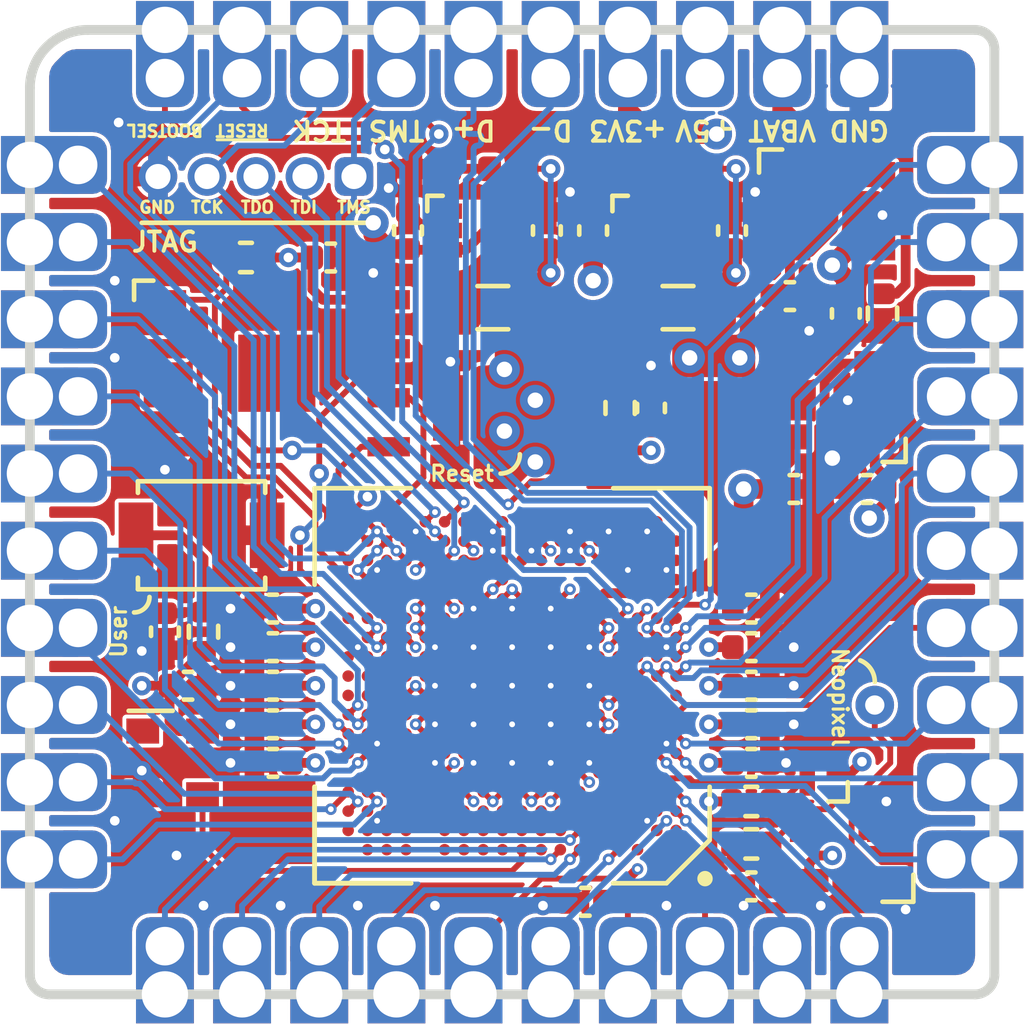
<source format=kicad_pcb>
(kicad_pcb (version 20171130) (host pcbnew "(5.1.9)-1")
  (layers (0 F.Cu signal) (1 In1.Cu signal) (2 In2.Cu signal) (31 B.Cu signal) (34 B.Paste user) (35 F.Paste user) (36 B.SilkS user) (37 F.SilkS user) (38 B.Mask user) (39 F.Mask user) (44 Edge.Cuts user))
  (net 0 "")
  (net 1 /NP_SDO)
  (net 2 /NP_SDI)
  (net 3 GND)
  (net 4 /FLASH_IO3)
  (net 5 /FLASH_SCK)
  (net 6 /FLASH_IO0)
  (net 7 /FLASH_IO2)
  (net 8 /FLASH_IO1)
  (net 9 /FLASH_CS)
  (net 10 +BATT)
  (net 11 /GPIO_09)
  (net 12 /GPIO_08)
  (net 13 /GPIO_07)
  (net 14 /GPIO_06)
  (net 15 /GPIO_05)
  (net 16 /GPIO_04)
  (net 17 /GPIO_03)
  (net 18 /GPIO_02)
  (net 19 /GPIO_01)
  (net 20 /GPIO_00)
  (net 21 /GPIO_19)
  (net 22 /GPIO_18)
  (net 23 /GPIO_17)
  (net 24 /GPIO_16)
  (net 25 /GPIO_15)
  (net 26 /GPIO_14)
  (net 27 /GPIO_13)
  (net 28 /GPIO_12)
  (net 29 /GPIO_11)
  (net 30 /GPIO_10)
  (net 31 /GPIO_29)
  (net 32 /GPIO_28)
  (net 33 /GPIO_27)
  (net 34 /GPIO_26)
  (net 35 /GPIO_25)
  (net 36 /GPIO_24)
  (net 37 /GPIO_23)
  (net 38 /GPIO_22)
  (net 39 /GPIO_21)
  (net 40 /GPIO_20)
  (net 41 /BOOTSEL)
  (net 42 /~RESET)
  (net 43 /USB_D+)
  (net 44 /USB_D-)
  (net 45 +3V3)
  (net 46 +5V)
  (net 47 /JTAG_TMS)
  (net 48 /JTAG_TDI)
  (net 49 /JTAG_TDO)
  (net 50 /JTAG_TCK)
  (net 51 "Net-(U3-PadV3)")
  (net 52 "Net-(U3-PadV2)")
  (net 53 "Net-(U3-PadU1)")
  (net 54 "Net-(U3-PadT17)")
  (net 55 "Net-(U3-PadT1)")
  (net 56 "Net-(U3-PadR16)")
  (net 57 "Net-(U3-PadF15)")
  (net 58 "Net-(U3-PadN17)")
  (net 59 "Net-(U3-PadN16)")
  (net 60 "Net-(U3-PadN3)")
  (net 61 "Net-(U3-PadM18)")
  (net 62 "Net-(U3-PadM3)")
  (net 63 "Net-(U3-PadL18)")
  (net 64 "Net-(U3-PadL16)")
  (net 65 "Net-(U3-PadL4)")
  (net 66 "Net-(U3-PadL3)")
  (net 67 "Net-(U3-PadK18)")
  (net 68 "Net-(U3-PadK17)")
  (net 69 "Net-(U3-PadK16)")
  (net 70 "Net-(U3-PadK4)")
  (net 71 "Net-(U3-PadJ18)")
  (net 72 "Net-(U3-PadJ17)")
  (net 73 "Net-(U3-PadJ16)")
  (net 74 "Net-(U3-PadJ3)")
  (net 75 "Net-(U3-PadJ1)")
  (net 76 "Net-(U3-PadH16)")
  (net 77 "Net-(U3-PadH4)")
  (net 78 "Net-(U3-PadH3)")
  (net 79 "Net-(U3-PadH2)")
  (net 80 "Net-(U3-PadG16)")
  (net 81 "Net-(U3-PadG3)")
  (net 82 "Net-(U3-PadF16)")
  (net 83 "Net-(U3-PadF4)")
  (net 84 "Net-(U3-PadF3)")
  (net 85 "Net-(U3-PadD16)")
  (net 86 "Net-(U3-PadD15)")
  (net 87 "Net-(U3-PadD13)")
  (net 88 "Net-(U3-PadD6)")
  (net 89 "Net-(U3-PadD3)")
  (net 90 "Net-(U3-PadD2)")
  (net 91 "Net-(U3-PadC17)")
  (net 92 "Net-(U3-PadC16)")
  (net 93 "Net-(U3-PadC15)")
  (net 94 "Net-(U3-PadC13)")
  (net 95 "Net-(U3-PadC12)")
  (net 96 "Net-(U3-PadC11)")
  (net 97 "Net-(U3-PadC10)")
  (net 98 "Net-(U3-PadC9)")
  (net 99 "Net-(U3-PadC8)")
  (net 100 "Net-(U3-PadC7)")
  (net 101 "Net-(U3-PadC6)")
  (net 102 "Net-(U3-PadC4)")
  (net 103 "Net-(U3-PadC3)")
  (net 104 "Net-(U3-PadC2)")
  (net 105 "Net-(U3-PadB18)")
  (net 106 "Net-(U3-PadB17)")
  (net 107 "Net-(U3-PadB15)")
  (net 108 "Net-(U3-PadB13)")
  (net 109 "Net-(U3-PadB12)")
  (net 110 "Net-(U3-PadB11)")
  (net 111 "Net-(U3-PadB10)")
  (net 112 "Net-(U3-PadB9)")
  (net 113 "Net-(U3-PadB8)")
  (net 114 "Net-(U3-PadB4)")
  (net 115 "Net-(U3-PadA17)")
  (net 116 "Net-(U3-PadA16)")
  (net 117 "Net-(U3-PadA15)")
  (net 118 "Net-(U3-PadA13)")
  (net 119 "Net-(U3-PadA12)")
  (net 120 "Net-(U3-PadA11)")
  (net 121 "Net-(U3-PadA10)")
  (net 122 "Net-(U3-PadA8)")
  (net 123 "Net-(U3-PadV16)")
  (net 124 "Net-(U3-PadU15)")
  (net 125 "Net-(U3-PadN15)")
  (net 126 "Net-(U3-PadL15)")
  (net 127 "Net-(U3-PadK15)")
  (net 128 "Net-(U3-PadH15)")
  (net 129 "Net-(U3-PadG15)")
  (net 130 "Net-(U3-PadV12)")
  (net 131 "Net-(U3-PadV11)")
  (net 132 "Net-(U3-PadV9)")
  (net 133 "Net-(U3-PadV8)")
  (net 134 "Net-(U3-PadB7)")
  (net 135 "Net-(U3-PadV6)")
  (net 136 "Net-(U3-PadV5)")
  (net 137 "Net-(U3-PadG4)")
  (net 138 "Net-(U3-PadJ2)")
  (net 139 "Net-(U4-Pad1)")
  (net 140 "Net-(U6-Pad6)")
  (net 141 "Net-(U7-Pad6)")
  (net 142 +2V5)
  (net 143 "Net-(U5-Pad4)")
  (net 144 "Net-(R2-Pad2)")
  (net 145 "Net-(R4-Pad2)")
  (net 146 /~USER)
  (net 147 "Net-(R7-Pad1)")
  (net 148 /BAT_IND)
  (net 149 /NP_SDI_LV)
  (net 150 /REF_CLK)
  (net 151 +1V1)
  (net 152 /SW_1V1)
  (net 153 /SW_3V3)
  (module Capacitor_SMD:C_0402_1005Metric (layer F.Cu) (at 40.7 37)
    (fp_text reference C24 hide)
    (fp_text value 0.1u)
    (pad 2 smd roundrect (at 0.48 0) (size 0.56 0.62) (layers F.Cu F.Paste F.Mask) (net 3 GND))
    (pad 1 smd roundrect (at -0.48 0) (size 0.56 0.62) (layers F.Cu F.Paste F.Mask) (net 142 +2V5))
  )
  (module Capacitor_SMD:C_0402_1005Metric (layer F.Cu) (at 36.4 44.6 180)
    (fp_text reference C23 hide)
    (fp_text value 0.1u)
    (pad 2 smd roundrect (at 0.48 0 180) (size 0.56 0.62) (layers F.Cu F.Paste F.Mask) (net 3 GND))
    (pad 1 smd roundrect (at -0.48 0 180) (size 0.56 0.62) (layers F.Cu F.Paste F.Mask) (net 142 +2V5))
  )
  (module jkiv-library:BGA-324_18x18_10.0x10.0mm (layer F.Cu) (at 34.5 39 180)
    (fp_text reference U3 hide)
    (fp_text value ECP5UM_25_CSFBGA285 hide)
    (pad U18 smd circle (at 4.25 3.75 180) (size 0.3 0.3) (layers F.Cu F.Paste F.Mask) (net 6 /FLASH_IO0))
    (pad T18 smd circle (at 4.25 3.25 180) (size 0.3 0.3) (layers F.Cu F.Paste F.Mask) (net 8 /FLASH_IO1))
    (pad R18 smd circle (at 4.25 2.75 180) (size 0.3 0.3) (layers F.Cu F.Paste F.Mask) (net 7 /FLASH_IO2))
    (pad N18 smd circle (at 4.25 1.75 180) (size 0.3 0.3) (layers F.Cu F.Paste F.Mask) (net 4 /FLASH_IO3))
    (pad M18 smd circle (at 4.25 1.25 180) (size 0.3 0.3) (layers F.Cu F.Paste F.Mask) (net 61 "Net-(U3-PadM18)"))
    (pad L18 smd circle (at 4.25 0.75 180) (size 0.3 0.3) (layers F.Cu F.Paste F.Mask) (net 63 "Net-(U3-PadL18)"))
    (pad K18 smd circle (at 4.25 0.25 180) (size 0.3 0.3) (layers F.Cu F.Paste F.Mask) (net 67 "Net-(U3-PadK18)"))
    (pad J18 smd circle (at 4.25 -0.25 180) (size 0.3 0.3) (layers F.Cu F.Paste F.Mask) (net 71 "Net-(U3-PadJ18)"))
    (pad H18 smd circle (at 4.25 -0.75 180) (size 0.3 0.3) (layers F.Cu F.Paste F.Mask) (net 18 /GPIO_02))
    (pad G18 smd circle (at 4.25 -1.25 180) (size 0.3 0.3) (layers F.Cu F.Paste F.Mask) (net 16 /GPIO_04))
    (pad F18 smd circle (at 4.25 -1.75 180) (size 0.3 0.3) (layers F.Cu F.Paste F.Mask) (net 15 /GPIO_05))
    (pad D18 smd circle (at 4.25 -2.75 180) (size 0.3 0.3) (layers F.Cu F.Paste F.Mask) (net 12 /GPIO_08))
    (pad C18 smd circle (at 4.25 -3.25 180) (size 0.3 0.3) (layers F.Cu F.Paste F.Mask) (net 13 /GPIO_07))
    (pad B18 smd circle (at 4.25 -3.75 180) (size 0.3 0.3) (layers F.Cu F.Paste F.Mask) (net 105 "Net-(U3-PadB18)"))
    (pad V17 smd circle (at 3.75 4.25 180) (size 0.3 0.3) (layers F.Cu F.Paste F.Mask) (net 42 /~RESET))
    (pad U17 smd circle (at 3.75 3.75 180) (size 0.3 0.3) (layers F.Cu F.Paste F.Mask) (net 9 /FLASH_CS))
    (pad T17 smd circle (at 3.75 3.25 180) (size 0.3 0.3) (layers F.Cu F.Paste F.Mask) (net 54 "Net-(U3-PadT17)"))
    (pad R17 smd circle (at 3.75 2.75 180) (size 0.3 0.3) (layers F.Cu F.Paste F.Mask) (net 5 /FLASH_SCK))
    (pad N17 smd circle (at 3.75 1.75 180) (size 0.3 0.3) (layers F.Cu F.Paste F.Mask) (net 58 "Net-(U3-PadN17)"))
    (pad M17 smd circle (at 3.75 1.25 180) (size 0.3 0.3) (layers F.Cu F.Paste F.Mask) (net 20 /GPIO_00))
    (pad L17 smd circle (at 3.75 0.75 180) (size 0.3 0.3) (layers F.Cu F.Paste F.Mask) (net 3 GND))
    (pad K17 smd circle (at 3.75 0.25 180) (size 0.3 0.3) (layers F.Cu F.Paste F.Mask) (net 68 "Net-(U3-PadK17)"))
    (pad J17 smd circle (at 3.75 -0.25 180) (size 0.3 0.3) (layers F.Cu F.Paste F.Mask) (net 72 "Net-(U3-PadJ17)"))
    (pad H17 smd circle (at 3.75 -0.75 180) (size 0.3 0.3) (layers F.Cu F.Paste F.Mask) (net 17 /GPIO_03))
    (pad G17 smd circle (at 3.75 -1.25 180) (size 0.3 0.3) (layers F.Cu F.Paste F.Mask) (net 3 GND))
    (pad F17 smd circle (at 3.75 -1.75 180) (size 0.3 0.3) (layers F.Cu F.Paste F.Mask) (net 14 /GPIO_06))
    (pad D17 smd circle (at 3.75 -2.75 180) (size 0.3 0.3) (layers F.Cu F.Paste F.Mask) (net 11 /GPIO_09))
    (pad C17 smd circle (at 3.75 -3.25 180) (size 0.3 0.3) (layers F.Cu F.Paste F.Mask) (net 91 "Net-(U3-PadC17)"))
    (pad B17 smd circle (at 3.75 -3.75 180) (size 0.3 0.3) (layers F.Cu F.Paste F.Mask) (net 106 "Net-(U3-PadB17)"))
    (pad A17 smd circle (at 3.75 -4.25 180) (size 0.3 0.3) (layers F.Cu F.Paste F.Mask) (net 115 "Net-(U3-PadA17)"))
    (pad V16 smd circle (at 3.25 4.25 180) (size 0.3 0.3) (layers F.Cu F.Paste F.Mask) (net 123 "Net-(U3-PadV16)"))
    (pad U16 smd circle (at 3.25 3.75 180) (size 0.3 0.3) (layers F.Cu F.Paste F.Mask) (net 5 /FLASH_SCK))
    (pad T16 smd circle (at 3.25 3.25 180) (size 0.3 0.3) (layers F.Cu F.Paste F.Mask) (net 3 GND))
    (pad R16 smd circle (at 3.25 2.75 180) (size 0.3 0.3) (layers F.Cu F.Paste F.Mask) (net 56 "Net-(U3-PadR16)"))
    (pad N16 smd circle (at 3.25 1.75 180) (size 0.3 0.3) (layers F.Cu F.Paste F.Mask) (net 59 "Net-(U3-PadN16)"))
    (pad M16 smd circle (at 3.25 1.25 180) (size 0.3 0.3) (layers F.Cu F.Paste F.Mask) (net 19 /GPIO_01))
    (pad L16 smd circle (at 3.25 0.75 180) (size 0.3 0.3) (layers F.Cu F.Paste F.Mask) (net 64 "Net-(U3-PadL16)"))
    (pad K16 smd circle (at 3.25 0.25 180) (size 0.3 0.3) (layers F.Cu F.Paste F.Mask) (net 69 "Net-(U3-PadK16)"))
    (pad J16 smd circle (at 3.25 -0.25 180) (size 0.3 0.3) (layers F.Cu F.Paste F.Mask) (net 73 "Net-(U3-PadJ16)"))
    (pad H16 smd circle (at 3.25 -0.75 180) (size 0.3 0.3) (layers F.Cu F.Paste F.Mask) (net 76 "Net-(U3-PadH16)"))
    (pad G16 smd circle (at 3.25 -1.25 180) (size 0.3 0.3) (layers F.Cu F.Paste F.Mask) (net 80 "Net-(U3-PadG16)"))
    (pad F16 smd circle (at 3.25 -1.75 180) (size 0.3 0.3) (layers F.Cu F.Paste F.Mask) (net 82 "Net-(U3-PadF16)"))
    (pad D16 smd circle (at 3.25 -2.75 180) (size 0.3 0.3) (layers F.Cu F.Paste F.Mask) (net 85 "Net-(U3-PadD16)"))
    (pad C16 smd circle (at 3.25 -3.25 180) (size 0.3 0.3) (layers F.Cu F.Paste F.Mask) (net 92 "Net-(U3-PadC16)"))
    (pad B16 smd circle (at 3.25 -3.75 180) (size 0.3 0.3) (layers F.Cu F.Paste F.Mask) (net 3 GND))
    (pad A16 smd circle (at 3.25 -4.25 180) (size 0.3 0.3) (layers F.Cu F.Paste F.Mask) (net 116 "Net-(U3-PadA16)"))
    (pad V15 smd circle (at 2.75 4.25 180) (size 0.3 0.3) (layers F.Cu F.Paste F.Mask) (net 3 GND))
    (pad U15 smd circle (at 2.75 3.75 180) (size 0.3 0.3) (layers F.Cu F.Paste F.Mask) (net 124 "Net-(U3-PadU15)"))
    (pad T15 smd circle (at 2.75 3.25 180) (size 0.3 0.3) (layers F.Cu F.Paste F.Mask) (net 42 /~RESET))
    (pad N15 smd circle (at 2.75 1.75 180) (size 0.3 0.3) (layers F.Cu F.Paste F.Mask) (net 125 "Net-(U3-PadN15)"))
    (pad M15 smd circle (at 2.75 1.25 180) (size 0.3 0.3) (layers F.Cu F.Paste F.Mask) (net 151 +1V1))
    (pad L15 smd circle (at 2.75 0.75 180) (size 0.3 0.3) (layers F.Cu F.Paste F.Mask) (net 126 "Net-(U3-PadL15)"))
    (pad K15 smd circle (at 2.75 0.25 180) (size 0.3 0.3) (layers F.Cu F.Paste F.Mask) (net 127 "Net-(U3-PadK15)"))
    (pad J15 smd circle (at 2.75 -0.25 180) (size 0.3 0.3) (layers F.Cu F.Paste F.Mask) (net 151 +1V1))
    (pad H15 smd circle (at 2.75 -0.75 180) (size 0.3 0.3) (layers F.Cu F.Paste F.Mask) (net 128 "Net-(U3-PadH15)"))
    (pad G15 smd circle (at 2.75 -1.25 180) (size 0.3 0.3) (layers F.Cu F.Paste F.Mask) (net 129 "Net-(U3-PadG15)"))
    (pad F15 smd circle (at 2.75 -1.75 180) (size 0.3 0.3) (layers F.Cu F.Paste F.Mask) (net 57 "Net-(U3-PadF15)"))
    (pad D15 smd circle (at 2.75 -2.75 180) (size 0.3 0.3) (layers F.Cu F.Paste F.Mask) (net 86 "Net-(U3-PadD15)"))
    (pad C15 smd circle (at 2.75 -3.25 180) (size 0.3 0.3) (layers F.Cu F.Paste F.Mask) (net 93 "Net-(U3-PadC15)"))
    (pad B15 smd circle (at 2.75 -3.75 180) (size 0.3 0.3) (layers F.Cu F.Paste F.Mask) (net 107 "Net-(U3-PadB15)"))
    (pad A15 smd circle (at 2.75 -4.25 180) (size 0.3 0.3) (layers F.Cu F.Paste F.Mask) (net 117 "Net-(U3-PadA15)"))
    (pad V14 smd circle (at 2.25 4.25 180) (size 0.3 0.3) (layers F.Cu F.Paste F.Mask) (net 49 /JTAG_TDO))
    (pad U14 smd circle (at 2.25 3.75 180) (size 0.3 0.3) (layers F.Cu F.Paste F.Mask) (net 3 GND))
    (pad T14 smd circle (at 2.25 3.25 180) (size 0.3 0.3) (layers F.Cu F.Paste F.Mask) (net 45 +3V3))
    (pad P14 smd circle (at 2.25 2.25 180) (size 0.3 0.3) (layers F.Cu F.Paste F.Mask) (net 45 +3V3))
    (pad N14 smd circle (at 2.25 1.75 180) (size 0.3 0.3) (layers F.Cu F.Paste F.Mask) (net 45 +3V3))
    (pad M14 smd circle (at 2.25 1.25 180) (size 0.3 0.3) (layers F.Cu F.Paste F.Mask) (net 45 +3V3))
    (pad L14 smd circle (at 2.25 0.75 180) (size 0.3 0.3) (layers F.Cu F.Paste F.Mask) (net 3 GND))
    (pad K14 smd circle (at 2.25 0.25 180) (size 0.3 0.3) (layers F.Cu F.Paste F.Mask) (net 3 GND))
    (pad J14 smd circle (at 2.25 -0.25 180) (size 0.3 0.3) (layers F.Cu F.Paste F.Mask) (net 151 +1V1))
    (pad H14 smd circle (at 2.25 -0.75 180) (size 0.3 0.3) (layers F.Cu F.Paste F.Mask) (net 45 +3V3))
    (pad G14 smd circle (at 2.25 -1.25 180) (size 0.3 0.3) (layers F.Cu F.Paste F.Mask) (net 45 +3V3))
    (pad F14 smd circle (at 2.25 -1.75 180) (size 0.3 0.3) (layers F.Cu F.Paste F.Mask) (net 3 GND))
    (pad E14 smd circle (at 2.25 -2.25 180) (size 0.3 0.3) (layers F.Cu F.Paste F.Mask) (net 3 GND))
    (pad V13 smd circle (at 1.75 4.25 180) (size 0.3 0.3) (layers F.Cu F.Paste F.Mask) (net 47 /JTAG_TMS))
    (pad U13 smd circle (at 1.75 3.75 180) (size 0.3 0.3) (layers F.Cu F.Paste F.Mask) (net 50 /JTAG_TCK))
    (pad T13 smd circle (at 1.75 3.25 180) (size 0.3 0.3) (layers F.Cu F.Paste F.Mask) (net 48 /JTAG_TDI))
    (pad P13 smd circle (at 1.75 2.25 180) (size 0.3 0.3) (layers F.Cu F.Paste F.Mask) (net 142 +2V5))
    (pad N13 smd circle (at 1.75 1.75 180) (size 0.3 0.3) (layers F.Cu F.Paste F.Mask) (net 45 +3V3))
    (pad M13 smd circle (at 1.75 1.25 180) (size 0.3 0.3) (layers F.Cu F.Paste F.Mask) (net 3 GND))
    (pad L13 smd circle (at 1.75 0.75 180) (size 0.3 0.3) (layers F.Cu F.Paste F.Mask) (net 3 GND))
    (pad K13 smd circle (at 1.75 0.25 180) (size 0.3 0.3) (layers F.Cu F.Paste F.Mask) (net 3 GND))
    (pad J13 smd circle (at 1.75 -0.25 180) (size 0.3 0.3) (layers F.Cu F.Paste F.Mask) (net 3 GND))
    (pad H13 smd circle (at 1.75 -0.75 180) (size 0.3 0.3) (layers F.Cu F.Paste F.Mask) (net 3 GND))
    (pad G13 smd circle (at 1.75 -1.25 180) (size 0.3 0.3) (layers F.Cu F.Paste F.Mask) (net 3 GND))
    (pad F13 smd circle (at 1.75 -1.75 180) (size 0.3 0.3) (layers F.Cu F.Paste F.Mask) (net 3 GND))
    (pad E13 smd circle (at 1.75 -2.25 180) (size 0.3 0.3) (layers F.Cu F.Paste F.Mask) (net 142 +2V5))
    (pad D13 smd circle (at 1.75 -2.75 180) (size 0.3 0.3) (layers F.Cu F.Paste F.Mask) (net 87 "Net-(U3-PadD13)"))
    (pad C13 smd circle (at 1.75 -3.25 180) (size 0.3 0.3) (layers F.Cu F.Paste F.Mask) (net 94 "Net-(U3-PadC13)"))
    (pad B13 smd circle (at 1.75 -3.75 180) (size 0.3 0.3) (layers F.Cu F.Paste F.Mask) (net 108 "Net-(U3-PadB13)"))
    (pad A13 smd circle (at 1.75 -4.25 180) (size 0.3 0.3) (layers F.Cu F.Paste F.Mask) (net 118 "Net-(U3-PadA13)"))
    (pad V12 smd circle (at 1.25 4.25 180) (size 0.3 0.3) (layers F.Cu F.Paste F.Mask) (net 130 "Net-(U3-PadV12)"))
    (pad U12 smd circle (at 1.25 3.75 180) (size 0.3 0.3) (layers F.Cu F.Paste F.Mask) (net 151 +1V1))
    (pad T12 smd circle (at 1.25 3.25 180) (size 0.3 0.3) (layers F.Cu F.Paste F.Mask) (net 3 GND))
    (pad P12 smd circle (at 1.25 2.25 180) (size 0.3 0.3) (layers F.Cu F.Paste F.Mask) (net 3 GND))
    (pad N12 smd circle (at 1.25 1.75 180) (size 0.3 0.3) (layers F.Cu F.Paste F.Mask) (net 3 GND))
    (pad M12 smd circle (at 1.25 1.25 180) (size 0.3 0.3) (layers F.Cu F.Paste F.Mask) (net 3 GND))
    (pad L12 smd circle (at 1.25 0.75 180) (size 0.3 0.3) (layers F.Cu F.Paste F.Mask) (net 3 GND))
    (pad K12 smd circle (at 1.25 0.25 180) (size 0.3 0.3) (layers F.Cu F.Paste F.Mask) (net 3 GND))
    (pad J12 smd circle (at 1.25 -0.25 180) (size 0.3 0.3) (layers F.Cu F.Paste F.Mask) (net 3 GND))
    (pad H12 smd circle (at 1.25 -0.75 180) (size 0.3 0.3) (layers F.Cu F.Paste F.Mask) (net 3 GND))
    (pad G12 smd circle (at 1.25 -1.25 180) (size 0.3 0.3) (layers F.Cu F.Paste F.Mask) (net 3 GND))
    (pad F12 smd circle (at 1.25 -1.75 180) (size 0.3 0.3) (layers F.Cu F.Paste F.Mask) (net 3 GND))
    (pad E12 smd circle (at 1.25 -2.25 180) (size 0.3 0.3) (layers F.Cu F.Paste F.Mask) (net 3 GND))
    (pad D12 smd circle (at 1.25 -2.75 180) (size 0.3 0.3) (layers F.Cu F.Paste F.Mask) (net 45 +3V3))
    (pad C12 smd circle (at 1.25 -3.25 180) (size 0.3 0.3) (layers F.Cu F.Paste F.Mask) (net 95 "Net-(U3-PadC12)"))
    (pad B12 smd circle (at 1.25 -3.75 180) (size 0.3 0.3) (layers F.Cu F.Paste F.Mask) (net 109 "Net-(U3-PadB12)"))
    (pad A12 smd circle (at 1.25 -4.25 180) (size 0.3 0.3) (layers F.Cu F.Paste F.Mask) (net 119 "Net-(U3-PadA12)"))
    (pad V11 smd circle (at 0.75 4.25 180) (size 0.3 0.3) (layers F.Cu F.Paste F.Mask) (net 131 "Net-(U3-PadV11)"))
    (pad U11 smd circle (at 0.75 3.75 180) (size 0.3 0.3) (layers F.Cu F.Paste F.Mask) (net 3 GND))
    (pad T11 smd circle (at 0.75 3.25 180) (size 0.3 0.3) (layers F.Cu F.Paste F.Mask) (net 3 GND))
    (pad P11 smd circle (at 0.75 2.25 180) (size 0.3 0.3) (layers F.Cu F.Paste F.Mask) (net 151 +1V1))
    (pad N11 smd circle (at 0.75 1.75 180) (size 0.3 0.3) (layers F.Cu F.Paste F.Mask) (net 3 GND))
    (pad M11 smd circle (at 0.75 1.25 180) (size 0.3 0.3) (layers F.Cu F.Paste F.Mask) (net 3 GND))
    (pad L11 smd circle (at 0.75 0.75 180) (size 0.3 0.3) (layers F.Cu F.Paste F.Mask) (net 3 GND))
    (pad K11 smd circle (at 0.75 0.25 180) (size 0.3 0.3) (layers F.Cu F.Paste F.Mask) (net 3 GND))
    (pad J11 smd circle (at 0.75 -0.25 180) (size 0.3 0.3) (layers F.Cu F.Paste F.Mask) (net 3 GND))
    (pad H11 smd circle (at 0.75 -0.75 180) (size 0.3 0.3) (layers F.Cu F.Paste F.Mask) (net 3 GND))
    (pad G11 smd circle (at 0.75 -1.25 180) (size 0.3 0.3) (layers F.Cu F.Paste F.Mask) (net 3 GND))
    (pad F11 smd circle (at 0.75 -1.75 180) (size 0.3 0.3) (layers F.Cu F.Paste F.Mask) (net 3 GND))
    (pad E11 smd circle (at 0.75 -2.25 180) (size 0.3 0.3) (layers F.Cu F.Paste F.Mask) (net 3 GND))
    (pad D11 smd circle (at 0.75 -2.75 180) (size 0.3 0.3) (layers F.Cu F.Paste F.Mask) (net 151 +1V1))
    (pad C11 smd circle (at 0.75 -3.25 180) (size 0.3 0.3) (layers F.Cu F.Paste F.Mask) (net 96 "Net-(U3-PadC11)"))
    (pad B11 smd circle (at 0.75 -3.75 180) (size 0.3 0.3) (layers F.Cu F.Paste F.Mask) (net 110 "Net-(U3-PadB11)"))
    (pad A11 smd circle (at 0.75 -4.25 180) (size 0.3 0.3) (layers F.Cu F.Paste F.Mask) (net 120 "Net-(U3-PadA11)"))
    (pad V10 smd circle (at 0.25 4.25 180) (size 0.3 0.3) (layers F.Cu F.Paste F.Mask) (net 3 GND))
    (pad U10 smd circle (at 0.25 3.75 180) (size 0.3 0.3) (layers F.Cu F.Paste F.Mask) (net 3 GND))
    (pad T10 smd circle (at 0.25 3.25 180) (size 0.3 0.3) (layers F.Cu F.Paste F.Mask) (net 3 GND))
    (pad P10 smd circle (at 0.25 2.25 180) (size 0.3 0.3) (layers F.Cu F.Paste F.Mask) (net 151 +1V1))
    (pad N10 smd circle (at 0.25 1.75 180) (size 0.3 0.3) (layers F.Cu F.Paste F.Mask) (net 3 GND))
    (pad M10 smd circle (at 0.25 1.25 180) (size 0.3 0.3) (layers F.Cu F.Paste F.Mask) (net 3 GND))
    (pad L10 smd circle (at 0.25 0.75 180) (size 0.3 0.3) (layers F.Cu F.Paste F.Mask) (net 3 GND))
    (pad K10 smd circle (at 0.25 0.25 180) (size 0.3 0.3) (layers F.Cu F.Paste F.Mask) (net 3 GND))
    (pad J10 smd circle (at 0.25 -0.25 180) (size 0.3 0.3) (layers F.Cu F.Paste F.Mask) (net 3 GND))
    (pad H10 smd circle (at 0.25 -0.75 180) (size 0.3 0.3) (layers F.Cu F.Paste F.Mask) (net 3 GND))
    (pad G10 smd circle (at 0.25 -1.25 180) (size 0.3 0.3) (layers F.Cu F.Paste F.Mask) (net 3 GND))
    (pad F10 smd circle (at 0.25 -1.75 180) (size 0.3 0.3) (layers F.Cu F.Paste F.Mask) (net 3 GND))
    (pad E10 smd circle (at 0.25 -2.25 180) (size 0.3 0.3) (layers F.Cu F.Paste F.Mask) (net 3 GND))
    (pad D10 smd circle (at 0.25 -2.75 180) (size 0.3 0.3) (layers F.Cu F.Paste F.Mask) (net 151 +1V1))
    (pad C10 smd circle (at 0.25 -3.25 180) (size 0.3 0.3) (layers F.Cu F.Paste F.Mask) (net 97 "Net-(U3-PadC10)"))
    (pad B10 smd circle (at 0.25 -3.75 180) (size 0.3 0.3) (layers F.Cu F.Paste F.Mask) (net 111 "Net-(U3-PadB10)"))
    (pad A10 smd circle (at 0.25 -4.25 180) (size 0.3 0.3) (layers F.Cu F.Paste F.Mask) (net 121 "Net-(U3-PadA10)"))
    (pad V9 smd circle (at -0.25 4.25 180) (size 0.3 0.3) (layers F.Cu F.Paste F.Mask) (net 132 "Net-(U3-PadV9)"))
    (pad U9 smd circle (at -0.25 3.75 180) (size 0.3 0.3) (layers F.Cu F.Paste F.Mask) (net 3 GND))
    (pad T9 smd circle (at -0.25 3.25 180) (size 0.3 0.3) (layers F.Cu F.Paste F.Mask) (net 3 GND))
    (pad R10 smd circle (at 0.25 2.75 180) (size 0.3 0.3) (layers F.Cu F.Paste F.Mask) (net 151 +1V1))
    (pad P9 smd circle (at -0.25 2.25 180) (size 0.3 0.3) (layers F.Cu F.Paste F.Mask) (net 151 +1V1))
    (pad N9 smd circle (at -0.25 1.75 180) (size 0.3 0.3) (layers F.Cu F.Paste F.Mask) (net 3 GND))
    (pad M9 smd circle (at -0.25 1.25 180) (size 0.3 0.3) (layers F.Cu F.Paste F.Mask) (net 3 GND))
    (pad L9 smd circle (at -0.25 0.75 180) (size 0.3 0.3) (layers F.Cu F.Paste F.Mask) (net 3 GND))
    (pad K9 smd circle (at -0.25 0.25 180) (size 0.3 0.3) (layers F.Cu F.Paste F.Mask) (net 3 GND))
    (pad J9 smd circle (at -0.25 -0.25 180) (size 0.3 0.3) (layers F.Cu F.Paste F.Mask) (net 3 GND))
    (pad H9 smd circle (at -0.25 -0.75 180) (size 0.3 0.3) (layers F.Cu F.Paste F.Mask) (net 3 GND))
    (pad G9 smd circle (at -0.25 -1.25 180) (size 0.3 0.3) (layers F.Cu F.Paste F.Mask) (net 3 GND))
    (pad F9 smd circle (at -0.25 -1.75 180) (size 0.3 0.3) (layers F.Cu F.Paste F.Mask) (net 3 GND))
    (pad E9 smd circle (at -0.25 -2.25 180) (size 0.3 0.3) (layers F.Cu F.Paste F.Mask) (net 3 GND))
    (pad D9 smd circle (at -0.25 -2.75 180) (size 0.3 0.3) (layers F.Cu F.Paste F.Mask) (net 151 +1V1))
    (pad C9 smd circle (at -0.25 -3.25 180) (size 0.3 0.3) (layers F.Cu F.Paste F.Mask) (net 98 "Net-(U3-PadC9)"))
    (pad B9 smd circle (at -0.25 -3.75 180) (size 0.3 0.3) (layers F.Cu F.Paste F.Mask) (net 112 "Net-(U3-PadB9)"))
    (pad A9 smd circle (at -0.25 -4.25 180) (size 0.3 0.3) (layers F.Cu F.Paste F.Mask) (net 150 /REF_CLK))
    (pad V8 smd circle (at -0.75 4.25 180) (size 0.3 0.3) (layers F.Cu F.Paste F.Mask) (net 133 "Net-(U3-PadV8)"))
    (pad U8 smd circle (at -0.75 3.75 180) (size 0.3 0.3) (layers F.Cu F.Paste F.Mask) (net 151 +1V1))
    (pad T8 smd circle (at -0.75 3.25 180) (size 0.3 0.3) (layers F.Cu F.Paste F.Mask) (net 3 GND))
    (pad P8 smd circle (at -0.75 2.25 180) (size 0.3 0.3) (layers F.Cu F.Paste F.Mask) (net 3 GND))
    (pad N8 smd circle (at -0.75 1.75 180) (size 0.3 0.3) (layers F.Cu F.Paste F.Mask) (net 3 GND))
    (pad M8 smd circle (at -0.75 1.25 180) (size 0.3 0.3) (layers F.Cu F.Paste F.Mask) (net 3 GND))
    (pad L8 smd circle (at -0.75 0.75 180) (size 0.3 0.3) (layers F.Cu F.Paste F.Mask) (net 3 GND))
    (pad K8 smd circle (at -0.75 0.25 180) (size 0.3 0.3) (layers F.Cu F.Paste F.Mask) (net 3 GND))
    (pad J8 smd circle (at -0.75 -0.25 180) (size 0.3 0.3) (layers F.Cu F.Paste F.Mask) (net 3 GND))
    (pad H8 smd circle (at -0.75 -0.75 180) (size 0.3 0.3) (layers F.Cu F.Paste F.Mask) (net 3 GND))
    (pad G8 smd circle (at -0.75 -1.25 180) (size 0.3 0.3) (layers F.Cu F.Paste F.Mask) (net 3 GND))
    (pad F8 smd circle (at -0.75 -1.75 180) (size 0.3 0.3) (layers F.Cu F.Paste F.Mask) (net 3 GND))
    (pad E8 smd circle (at -0.75 -2.25 180) (size 0.3 0.3) (layers F.Cu F.Paste F.Mask) (net 3 GND))
    (pad D8 smd circle (at -0.75 -2.75 180) (size 0.3 0.3) (layers F.Cu F.Paste F.Mask) (net 151 +1V1))
    (pad C8 smd circle (at -0.75 -3.25 180) (size 0.3 0.3) (layers F.Cu F.Paste F.Mask) (net 99 "Net-(U3-PadC8)"))
    (pad B8 smd circle (at -0.75 -3.75 180) (size 0.3 0.3) (layers F.Cu F.Paste F.Mask) (net 113 "Net-(U3-PadB8)"))
    (pad A8 smd circle (at -0.75 -4.25 180) (size 0.3 0.3) (layers F.Cu F.Paste F.Mask) (net 122 "Net-(U3-PadA8)"))
    (pad V7 smd circle (at -1.25 4.25 180) (size 0.3 0.3) (layers F.Cu F.Paste F.Mask) (net 3 GND))
    (pad U7 smd circle (at -1.25 3.75 180) (size 0.3 0.3) (layers F.Cu F.Paste F.Mask) (net 3 GND))
    (pad T7 smd circle (at -1.25 3.25 180) (size 0.3 0.3) (layers F.Cu F.Paste F.Mask) (net 3 GND))
    (pad P7 smd circle (at -1.25 2.25 180) (size 0.3 0.3) (layers F.Cu F.Paste F.Mask) (net 151 +1V1))
    (pad N7 smd circle (at -1.25 1.75 180) (size 0.3 0.3) (layers F.Cu F.Paste F.Mask) (net 3 GND))
    (pad M7 smd circle (at -1.25 1.25 180) (size 0.3 0.3) (layers F.Cu F.Paste F.Mask) (net 3 GND))
    (pad L7 smd circle (at -1.25 0.75 180) (size 0.3 0.3) (layers F.Cu F.Paste F.Mask) (net 3 GND))
    (pad K7 smd circle (at -1.25 0.25 180) (size 0.3 0.3) (layers F.Cu F.Paste F.Mask) (net 3 GND))
    (pad J7 smd circle (at -1.25 -0.25 180) (size 0.3 0.3) (layers F.Cu F.Paste F.Mask) (net 3 GND))
    (pad H7 smd circle (at -1.25 -0.75 180) (size 0.3 0.3) (layers F.Cu F.Paste F.Mask) (net 3 GND))
    (pad G7 smd circle (at -1.25 -1.25 180) (size 0.3 0.3) (layers F.Cu F.Paste F.Mask) (net 3 GND))
    (pad F7 smd circle (at -1.25 -1.75 180) (size 0.3 0.3) (layers F.Cu F.Paste F.Mask) (net 3 GND))
    (pad E7 smd circle (at -1.25 -2.25 180) (size 0.3 0.3) (layers F.Cu F.Paste F.Mask) (net 3 GND))
    (pad D7 smd circle (at -1.25 -2.75 180) (size 0.3 0.3) (layers F.Cu F.Paste F.Mask) (net 45 +3V3))
    (pad C7 smd circle (at -1.25 -3.25 180) (size 0.3 0.3) (layers F.Cu F.Paste F.Mask) (net 100 "Net-(U3-PadC7)"))
    (pad B7 smd circle (at -1.25 -3.75 180) (size 0.3 0.3) (layers F.Cu F.Paste F.Mask) (net 134 "Net-(U3-PadB7)"))
    (pad A7 smd circle (at -1.25 -4.25 180) (size 0.3 0.3) (layers F.Cu F.Paste F.Mask) (net 29 /GPIO_11))
    (pad V6 smd circle (at -1.75 4.25 180) (size 0.3 0.3) (layers F.Cu F.Paste F.Mask) (net 135 "Net-(U3-PadV6)"))
    (pad U6 smd circle (at -1.75 3.75 180) (size 0.3 0.3) (layers F.Cu F.Paste F.Mask) (net 151 +1V1))
    (pad T6 smd circle (at -1.75 3.25 180) (size 0.3 0.3) (layers F.Cu F.Paste F.Mask) (net 3 GND))
    (pad P6 smd circle (at -1.75 2.25 180) (size 0.3 0.3) (layers F.Cu F.Paste F.Mask) (net 3 GND))
    (pad N6 smd circle (at -1.75 1.75 180) (size 0.3 0.3) (layers F.Cu F.Paste F.Mask) (net 142 +2V5))
    (pad M6 smd circle (at -1.75 1.25 180) (size 0.3 0.3) (layers F.Cu F.Paste F.Mask) (net 3 GND))
    (pad L6 smd circle (at -1.75 0.75 180) (size 0.3 0.3) (layers F.Cu F.Paste F.Mask) (net 3 GND))
    (pad K6 smd circle (at -1.75 0.25 180) (size 0.3 0.3) (layers F.Cu F.Paste F.Mask) (net 3 GND))
    (pad J6 smd circle (at -1.75 -0.25 180) (size 0.3 0.3) (layers F.Cu F.Paste F.Mask) (net 3 GND))
    (pad H6 smd circle (at -1.75 -0.75 180) (size 0.3 0.3) (layers F.Cu F.Paste F.Mask) (net 3 GND))
    (pad G6 smd circle (at -1.75 -1.25 180) (size 0.3 0.3) (layers F.Cu F.Paste F.Mask) (net 3 GND))
    (pad F6 smd circle (at -1.75 -1.75 180) (size 0.3 0.3) (layers F.Cu F.Paste F.Mask) (net 3 GND))
    (pad E6 smd circle (at -1.75 -2.25 180) (size 0.3 0.3) (layers F.Cu F.Paste F.Mask) (net 142 +2V5))
    (pad D6 smd circle (at -1.75 -2.75 180) (size 0.3 0.3) (layers F.Cu F.Paste F.Mask) (net 88 "Net-(U3-PadD6)"))
    (pad C6 smd circle (at -1.75 -3.25 180) (size 0.3 0.3) (layers F.Cu F.Paste F.Mask) (net 101 "Net-(U3-PadC6)"))
    (pad B6 smd circle (at -1.75 -3.75 180) (size 0.3 0.3) (layers F.Cu F.Paste F.Mask) (net 30 /GPIO_10))
    (pad A6 smd circle (at -1.75 -4.25 180) (size 0.3 0.3) (layers F.Cu F.Paste F.Mask) (net 28 /GPIO_12))
    (pad V5 smd circle (at -2.25 4.25 180) (size 0.3 0.3) (layers F.Cu F.Paste F.Mask) (net 136 "Net-(U3-PadV5)"))
    (pad U5 smd circle (at -2.25 3.75 180) (size 0.3 0.3) (layers F.Cu F.Paste F.Mask) (net 3 GND))
    (pad T5 smd circle (at -2.25 3.25 180) (size 0.3 0.3) (layers F.Cu F.Paste F.Mask) (net 151 +1V1))
    (pad P5 smd circle (at -2.25 2.25 180) (size 0.3 0.3) (layers F.Cu F.Paste F.Mask) (net 142 +2V5))
    (pad N5 smd circle (at -2.25 1.75 180) (size 0.3 0.3) (layers F.Cu F.Paste F.Mask) (net 45 +3V3))
    (pad M5 smd circle (at -2.25 1.25 180) (size 0.3 0.3) (layers F.Cu F.Paste F.Mask) (net 45 +3V3))
    (pad L5 smd circle (at -2.25 0.75 180) (size 0.3 0.3) (layers F.Cu F.Paste F.Mask) (net 3 GND))
    (pad K5 smd circle (at -2.25 0.25 180) (size 0.3 0.3) (layers F.Cu F.Paste F.Mask) (net 3 GND))
    (pad J5 smd circle (at -2.25 -0.25 180) (size 0.3 0.3) (layers F.Cu F.Paste F.Mask) (net 151 +1V1))
    (pad H5 smd circle (at -2.25 -0.75 180) (size 0.3 0.3) (layers F.Cu F.Paste F.Mask) (net 45 +3V3))
    (pad G5 smd circle (at -2.25 -1.25 180) (size 0.3 0.3) (layers F.Cu F.Paste F.Mask) (net 45 +3V3))
    (pad F5 smd circle (at -2.25 -1.75 180) (size 0.3 0.3) (layers F.Cu F.Paste F.Mask) (net 3 GND))
    (pad E5 smd circle (at -2.25 -2.25 180) (size 0.3 0.3) (layers F.Cu F.Paste F.Mask) (net 3 GND))
    (pad V4 smd circle (at -2.75 4.25 180) (size 0.3 0.3) (layers F.Cu F.Paste F.Mask) (net 3 GND))
    (pad U4 smd circle (at -2.75 3.75 180) (size 0.3 0.3) (layers F.Cu F.Paste F.Mask) (net 3 GND))
    (pad T4 smd circle (at -2.75 3.25 180) (size 0.3 0.3) (layers F.Cu F.Paste F.Mask) (net 3 GND))
    (pad N4 smd circle (at -2.75 1.75 180) (size 0.3 0.3) (layers F.Cu F.Paste F.Mask) (net 41 /BOOTSEL))
    (pad M4 smd circle (at -2.75 1.25 180) (size 0.3 0.3) (layers F.Cu F.Paste F.Mask) (net 151 +1V1))
    (pad L4 smd circle (at -2.75 0.75 180) (size 0.3 0.3) (layers F.Cu F.Paste F.Mask) (net 65 "Net-(U3-PadL4)"))
    (pad K4 smd circle (at -2.75 0.25 180) (size 0.3 0.3) (layers F.Cu F.Paste F.Mask) (net 70 "Net-(U3-PadK4)"))
    (pad J4 smd circle (at -2.75 -0.25 180) (size 0.3 0.3) (layers F.Cu F.Paste F.Mask) (net 151 +1V1))
    (pad H4 smd circle (at -2.75 -0.75 180) (size 0.3 0.3) (layers F.Cu F.Paste F.Mask) (net 77 "Net-(U3-PadH4)"))
    (pad G4 smd circle (at -2.75 -1.25 180) (size 0.3 0.3) (layers F.Cu F.Paste F.Mask) (net 137 "Net-(U3-PadG4)"))
    (pad F4 smd circle (at -2.75 -1.75 180) (size 0.3 0.3) (layers F.Cu F.Paste F.Mask) (net 83 "Net-(U3-PadF4)"))
    (pad D4 smd circle (at -2.75 -2.75 180) (size 0.3 0.3) (layers F.Cu F.Paste F.Mask) (net 149 /NP_SDI_LV))
    (pad C4 smd circle (at -2.75 -3.25 180) (size 0.3 0.3) (layers F.Cu F.Paste F.Mask) (net 102 "Net-(U3-PadC4)"))
    (pad B4 smd circle (at -2.75 -3.75 180) (size 0.3 0.3) (layers F.Cu F.Paste F.Mask) (net 114 "Net-(U3-PadB4)"))
    (pad A4 smd circle (at -2.75 -4.25 180) (size 0.3 0.3) (layers F.Cu F.Paste F.Mask) (net 27 /GPIO_13))
    (pad V3 smd circle (at -3.25 4.25 180) (size 0.3 0.3) (layers F.Cu F.Paste F.Mask) (net 51 "Net-(U3-PadV3)"))
    (pad U3 smd circle (at -3.25 3.75 180) (size 0.3 0.3) (layers F.Cu F.Paste F.Mask) (net 3 GND))
    (pad T3 smd circle (at -3.25 3.25 180) (size 0.3 0.3) (layers F.Cu F.Paste F.Mask) (net 3 GND))
    (pad R3 smd circle (at -3.25 2.75 180) (size 0.3 0.3) (layers F.Cu F.Paste F.Mask) (net 142 +2V5))
    (pad N3 smd circle (at -3.25 1.75 180) (size 0.3 0.3) (layers F.Cu F.Paste F.Mask) (net 60 "Net-(U3-PadN3)"))
    (pad M3 smd circle (at -3.25 1.25 180) (size 0.3 0.3) (layers F.Cu F.Paste F.Mask) (net 62 "Net-(U3-PadM3)"))
    (pad L3 smd circle (at -3.25 0.75 180) (size 0.3 0.3) (layers F.Cu F.Paste F.Mask) (net 66 "Net-(U3-PadL3)"))
    (pad K3 smd circle (at -3.25 0.25 180) (size 0.3 0.3) (layers F.Cu F.Paste F.Mask) (net 36 /GPIO_24))
    (pad J3 smd circle (at -3.25 -0.25 180) (size 0.3 0.3) (layers F.Cu F.Paste F.Mask) (net 74 "Net-(U3-PadJ3)"))
    (pad H3 smd circle (at -3.25 -0.75 180) (size 0.3 0.3) (layers F.Cu F.Paste F.Mask) (net 78 "Net-(U3-PadH3)"))
    (pad G3 smd circle (at -3.25 -1.25 180) (size 0.3 0.3) (layers F.Cu F.Paste F.Mask) (net 81 "Net-(U3-PadG3)"))
    (pad F3 smd circle (at -3.25 -1.75 180) (size 0.3 0.3) (layers F.Cu F.Paste F.Mask) (net 84 "Net-(U3-PadF3)"))
    (pad D3 smd circle (at -3.25 -2.75 180) (size 0.3 0.3) (layers F.Cu F.Paste F.Mask) (net 89 "Net-(U3-PadD3)"))
    (pad C3 smd circle (at -3.25 -3.25 180) (size 0.3 0.3) (layers F.Cu F.Paste F.Mask) (net 103 "Net-(U3-PadC3)"))
    (pad B3 smd circle (at -3.25 -3.75 180) (size 0.3 0.3) (layers F.Cu F.Paste F.Mask) (net 3 GND))
    (pad A3 smd circle (at -3.25 -4.25 180) (size 0.3 0.3) (layers F.Cu F.Paste F.Mask) (net 26 /GPIO_14))
    (pad V2 smd circle (at -3.75 4.25 180) (size 0.3 0.3) (layers F.Cu F.Paste F.Mask) (net 52 "Net-(U3-PadV2)"))
    (pad U2 smd circle (at -3.75 3.75 180) (size 0.3 0.3) (layers F.Cu F.Paste F.Mask) (net 3 GND))
    (pad T2 smd circle (at -3.75 3.25 180) (size 0.3 0.3) (layers F.Cu F.Paste F.Mask) (net 3 GND))
    (pad R2 smd circle (at -3.75 2.75 180) (size 0.3 0.3) (layers F.Cu F.Paste F.Mask) (net 3 GND))
    (pad N2 smd circle (at -3.75 1.75 180) (size 0.3 0.3) (layers F.Cu F.Paste F.Mask) (net 31 /GPIO_29))
    (pad M2 smd circle (at -3.75 1.25 180) (size 0.3 0.3) (layers F.Cu F.Paste F.Mask) (net 43 /USB_D+))
    (pad L2 smd circle (at -3.75 0.75 180) (size 0.3 0.3) (layers F.Cu F.Paste F.Mask) (net 3 GND))
    (pad K2 smd circle (at -3.75 0.25 180) (size 0.3 0.3) (layers F.Cu F.Paste F.Mask) (net 35 /GPIO_25))
    (pad J2 smd circle (at -3.75 -0.25 180) (size 0.3 0.3) (layers F.Cu F.Paste F.Mask) (net 138 "Net-(U3-PadJ2)"))
    (pad H2 smd circle (at -3.75 -0.75 180) (size 0.3 0.3) (layers F.Cu F.Paste F.Mask) (net 79 "Net-(U3-PadH2)"))
    (pad G2 smd circle (at -3.75 -1.25 180) (size 0.3 0.3) (layers F.Cu F.Paste F.Mask) (net 3 GND))
    (pad F2 smd circle (at -3.75 -1.75 180) (size 0.3 0.3) (layers F.Cu F.Paste F.Mask) (net 40 /GPIO_20))
    (pad D2 smd circle (at -3.75 -2.75 180) (size 0.3 0.3) (layers F.Cu F.Paste F.Mask) (net 90 "Net-(U3-PadD2)"))
    (pad C2 smd circle (at -3.75 -3.25 180) (size 0.3 0.3) (layers F.Cu F.Paste F.Mask) (net 104 "Net-(U3-PadC2)"))
    (pad B2 smd circle (at -3.75 -3.75 180) (size 0.3 0.3) (layers F.Cu F.Paste F.Mask) (net 25 /GPIO_15))
    (pad A2 smd circle (at -3.75 -4.25 180) (size 0.3 0.3) (layers F.Cu F.Paste F.Mask) (net 24 /GPIO_16))
    (pad U1 smd circle (at -4.25 3.75 180) (size 0.3 0.3) (layers F.Cu F.Paste F.Mask) (net 53 "Net-(U3-PadU1)"))
    (pad T1 smd circle (at -4.25 3.25 180) (size 0.3 0.3) (layers F.Cu F.Paste F.Mask) (net 55 "Net-(U3-PadT1)"))
    (pad R1 smd circle (at -4.25 2.75 180) (size 0.3 0.3) (layers F.Cu F.Paste F.Mask) (net 3 GND))
    (pad N1 smd circle (at -4.25 1.75 180) (size 0.3 0.3) (layers F.Cu F.Paste F.Mask) (net 44 /USB_D-))
    (pad M1 smd circle (at -4.25 1.25 180) (size 0.3 0.3) (layers F.Cu F.Paste F.Mask) (net 32 /GPIO_28))
    (pad L1 smd circle (at -4.25 0.75 180) (size 0.3 0.3) (layers F.Cu F.Paste F.Mask) (net 33 /GPIO_27))
    (pad K1 smd circle (at -4.25 0.25 180) (size 0.3 0.3) (layers F.Cu F.Paste F.Mask) (net 34 /GPIO_26))
    (pad J1 smd circle (at -4.25 -0.25 180) (size 0.3 0.3) (layers F.Cu F.Paste F.Mask) (net 75 "Net-(U3-PadJ1)"))
    (pad H1 smd circle (at -4.25 -0.75 180) (size 0.3 0.3) (layers F.Cu F.Paste F.Mask) (net 37 /GPIO_23))
    (pad G1 smd circle (at -4.25 -1.25 180) (size 0.3 0.3) (layers F.Cu F.Paste F.Mask) (net 38 /GPIO_22))
    (pad F1 smd circle (at -4.25 -1.75 180) (size 0.3 0.3) (layers F.Cu F.Paste F.Mask) (net 39 /GPIO_21))
    (pad D1 smd circle (at -4.25 -2.75 180) (size 0.3 0.3) (layers F.Cu F.Paste F.Mask) (net 21 /GPIO_19))
    (pad C1 smd circle (at -4.25 -3.25 180) (size 0.3 0.3) (layers F.Cu F.Paste F.Mask) (net 22 /GPIO_18))
    (pad B1 smd circle (at -4.25 -3.75 180) (size 0.3 0.3) (layers F.Cu F.Paste F.Mask) (net 23 /GPIO_17))
  )
  (module Connector_PinHeader_1.27mm:PinHeader_1x05_P1.27mm_Vertical (layer F.Cu) (at 30.4 25.8 270)
    (fp_text reference J5 hide)
    (fp_text value JTAG)
    (pad 5 thru_hole oval (at 0 5.08 270) (size 1 1) (drill 0.65) (layers *.Cu *.Mask) (net 3 GND))
    (pad 4 thru_hole oval (at 0 3.81 270) (size 1 1) (drill 0.65) (layers *.Cu *.Mask) (net 50 /JTAG_TCK))
    (pad 3 thru_hole oval (at 0 2.54 270) (size 1 1) (drill 0.65) (layers *.Cu *.Mask) (net 49 /JTAG_TDO))
    (pad 2 thru_hole oval (at 0 1.27 270) (size 1 1) (drill 0.65) (layers *.Cu *.Mask) (net 48 /JTAG_TDI))
    (pad 1 thru_hole roundrect (at 0 0 270) (size 1 1) (drill 0.65) (layers *.Cu *.Mask) (net 47 /JTAG_TMS))
  )
  (module Fiducial:Fiducial_0.5mm_Mask1mm (layer F.Cu) (at 45 24)
    (fp_text reference FID2 hide)
    (fp_text value Fiducial)
    (pad "" smd circle (at 0 0) (size 0.5 0.5) (layers F.Cu F.Mask) (clearance 0.25))
  )
  (module Fiducial:Fiducial_0.5mm_Mask1mm (layer F.Cu) (at 25 44)
    (fp_text reference FID1 hide)
    (fp_text value Fiducial)
    (pad "" smd circle (at 0 0) (size 0.5 0.5) (layers F.Cu F.Mask) (clearance 0.25))
  )
  (module Resistor_SMD:R_0402_1005Metric (layer F.Cu) (at 40.7 43.1)
    (fp_text reference R10 hide)
    (fp_text value 4k7)
    (pad 2 smd roundrect (at 0.51 0) (size 0.54 0.64) (layers F.Cu F.Paste F.Mask) (net 2 /NP_SDI))
    (pad 1 smd roundrect (at -0.51 0) (size 0.54 0.64) (layers F.Cu F.Paste F.Mask) (net 46 +5V))
  )
  (module Resistor_SMD:R_0402_1005Metric (layer F.Cu) (at 40.7 42)
    (fp_text reference R9 hide)
    (fp_text value 4k7)
    (pad 2 smd roundrect (at 0.51 0) (size 0.54 0.64) (layers F.Cu F.Paste F.Mask) (net 149 /NP_SDI_LV))
    (pad 1 smd roundrect (at -0.51 0) (size 0.54 0.64) (layers F.Cu F.Paste F.Mask) (net 45 +3V3))
  )
  (module Resistor_SMD:R_0402_1005Metric (layer F.Cu) (at 27.6 27.9 180)
    (fp_text reference R8 hide)
    (fp_text value 4k7)
    (pad 2 smd roundrect (at 0.51 0 180) (size 0.54 0.64) (layers F.Cu F.Paste F.Mask) (net 9 /FLASH_CS))
    (pad 1 smd roundrect (at -0.51 0 180) (size 0.54 0.64) (layers F.Cu F.Paste F.Mask) (net 45 +3V3))
  )
  (module Package_DFN_QFN:Diodes_DFN1006-3 (layer F.Cu) (at 42.5 41.5 180)
    (fp_text reference Q1 hide)
    (fp_text value DMN21D2UFB-7B)
    (pad 1 smd rect (at -0.35 -0.225 90) (size 0.25 0.4) (layers F.Cu F.Paste F.Mask) (net 2 /NP_SDI))
    (pad 2 smd rect (at -0.35 0.225 90) (size 0.25 0.4) (layers F.Cu F.Paste F.Mask) (net 45 +3V3))
    (pad 3 smd rect (at 0.35 0 90) (size 0.7 0.4) (layers F.Cu F.Paste F.Mask) (net 149 /NP_SDI_LV))
  )
  (module Package_DFN_QFN:DFN-8-1EP_6x5mm_P1.27mm_EP2x2mm (layer F.Cu) (at 28.4 30.9)
    (fp_text reference U1 hide)
    (fp_text value W25Q128JVS hide)
    (pad 9 smd rect (at 0 0 270) (size 2 2) (layers F.Cu F.Mask))
    (pad 1 smd rect (at -2.9 -1.905 270) (size 0.5 1.1) (layers F.Cu F.Paste F.Mask) (net 9 /FLASH_CS))
    (pad 2 smd rect (at -2.9 -0.635 270) (size 0.5 1.1) (layers F.Cu F.Paste F.Mask) (net 8 /FLASH_IO1))
    (pad 3 smd rect (at -2.9 0.635 270) (size 0.5 1.1) (layers F.Cu F.Paste F.Mask) (net 7 /FLASH_IO2))
    (pad 4 smd rect (at -2.9 1.905 270) (size 0.5 1.1) (layers F.Cu F.Paste F.Mask) (net 3 GND))
    (pad 5 smd rect (at 2.9 1.905 270) (size 0.5 1.1) (layers F.Cu F.Paste F.Mask) (net 6 /FLASH_IO0))
    (pad 6 smd rect (at 2.9 0.635 270) (size 0.5 1.1) (layers F.Cu F.Paste F.Mask) (net 5 /FLASH_SCK))
    (pad 7 smd rect (at 2.9 -0.635 270) (size 0.5 1.1) (layers F.Cu F.Paste F.Mask) (net 4 /FLASH_IO3))
    (pad 8 smd rect (at 2.9 -1.905 270) (size 0.5 1.1) (layers F.Cu F.Paste F.Mask) (net 45 +3V3))
  )
  (module Package_TO_SOT_SMD:SOT-563 (layer F.Cu) (at 38.4 27.2)
    (fp_text reference U7 hide)
    (fp_text value TLV62569DRL hide)
    (pad 1 smd rect (at -0.75 -0.5) (size 0.7 0.4) (layers F.Cu F.Paste F.Mask) (net 145 "Net-(R4-Pad2)"))
    (pad 3 smd rect (at -0.75 0.5) (size 0.7 0.4) (layers F.Cu F.Paste F.Mask) (net 46 +5V))
    (pad 6 smd rect (at 0.75 -0.5) (size 0.7 0.4) (layers F.Cu F.Paste F.Mask) (net 141 "Net-(U7-Pad6)"))
    (pad 2 smd rect (at -0.75 0) (size 0.7 0.4) (layers F.Cu F.Paste F.Mask) (net 3 GND))
    (pad 4 smd rect (at 0.75 0.5) (size 0.7 0.4) (layers F.Cu F.Paste F.Mask) (net 153 /SW_3V3))
    (pad 5 smd rect (at 0.75 0) (size 0.7 0.4) (layers F.Cu F.Paste F.Mask) (net 46 +5V))
  )
  (module Package_TO_SOT_SMD:SOT-563 (layer F.Cu) (at 33.6 27.2)
    (fp_text reference U6 hide)
    (fp_text value TLV62569DRL hide)
    (pad 1 smd rect (at -0.75 -0.5) (size 0.7 0.4) (layers F.Cu F.Paste F.Mask) (net 144 "Net-(R2-Pad2)"))
    (pad 3 smd rect (at -0.75 0.5) (size 0.7 0.4) (layers F.Cu F.Paste F.Mask) (net 46 +5V))
    (pad 6 smd rect (at 0.75 -0.5) (size 0.7 0.4) (layers F.Cu F.Paste F.Mask) (net 140 "Net-(U6-Pad6)"))
    (pad 2 smd rect (at -0.75 0) (size 0.7 0.4) (layers F.Cu F.Paste F.Mask) (net 3 GND))
    (pad 4 smd rect (at 0.75 0.5) (size 0.7 0.4) (layers F.Cu F.Paste F.Mask) (net 152 /SW_1V1))
    (pad 5 smd rect (at 0.75 0) (size 0.7 0.4) (layers F.Cu F.Paste F.Mask) (net 46 +5V))
  )
  (module Package_TO_SOT_SMD:SOT-23-5 (layer F.Cu) (at 42.8 31.6 180)
    (fp_text reference U5 hide)
    (fp_text value TLV73325PDBV hide)
    (pad 5 smd rect (at 1.1 -0.95 180) (size 1.06 0.65) (layers F.Cu F.Paste F.Mask) (net 142 +2V5))
    (pad 4 smd rect (at 1.1 0.95 180) (size 1.06 0.65) (layers F.Cu F.Paste F.Mask) (net 143 "Net-(U5-Pad4)"))
    (pad 3 smd rect (at -1.1 0.95 180) (size 1.06 0.65) (layers F.Cu F.Paste F.Mask) (net 45 +3V3))
    (pad 2 smd rect (at -1.1 0 180) (size 1.06 0.65) (layers F.Cu F.Paste F.Mask) (net 3 GND))
    (pad 1 smd rect (at -1.1 -0.95 180) (size 1.06 0.65) (layers F.Cu F.Paste F.Mask) (net 45 +3V3))
  )
  (module Package_TO_SOT_SMD:SOT-23-5 (layer F.Cu) (at 42.8 26.7)
    (fp_text reference U2 hide)
    (fp_text value MCP73831-2-OT hide)
    (pad 5 smd rect (at 1.1 -0.95) (size 1.06 0.65) (layers F.Cu F.Paste F.Mask) (net 147 "Net-(R7-Pad1)"))
    (pad 4 smd rect (at 1.1 0.95) (size 1.06 0.65) (layers F.Cu F.Paste F.Mask) (net 46 +5V))
    (pad 3 smd rect (at -1.1 0.95) (size 1.06 0.65) (layers F.Cu F.Paste F.Mask) (net 10 +BATT))
    (pad 2 smd rect (at -1.1 0) (size 1.06 0.65) (layers F.Cu F.Paste F.Mask) (net 3 GND))
    (pad 1 smd rect (at -1.1 -0.95) (size 1.06 0.65) (layers F.Cu F.Paste F.Mask) (net 148 /BAT_IND))
  )
  (module LED_SMD:LED_SK6805_PLCC4_2.4x2.7mm_P1.3mm (layer F.Cu) (at 43.2 43.4 180)
    (fp_text reference D1 hide)
    (fp_text value "SK6805 EC 15" hide)
    (pad 1 smd rect (at -1 -0.65 180) (size 1 0.6) (layers F.Cu F.Paste F.Mask) (net 1 /NP_SDO))
    (pad 2 smd rect (at -1 0.65 180) (size 1 0.6) (layers F.Cu F.Paste F.Mask) (net 3 GND))
    (pad 4 smd rect (at 1 -0.65 180) (size 1 0.6) (layers F.Cu F.Paste F.Mask) (net 46 +5V))
    (pad 3 smd rect (at 1 0.65 180) (size 1 0.6) (layers F.Cu F.Paste F.Mask) (net 2 /NP_SDI))
  )
  (module Resistor_SMD:R_0402_1005Metric (layer F.Cu) (at 44.1 29.35 270)
    (fp_text reference R7 hide)
    (fp_text value 2k hide)
    (pad 2 smd roundrect (at 0.51 0 270) (size 0.54 0.64) (layers F.Cu F.Paste F.Mask) (net 3 GND))
    (pad 1 smd roundrect (at -0.51 0 270) (size 0.54 0.64) (layers F.Cu F.Paste F.Mask) (net 147 "Net-(R7-Pad1)"))
  )
  (module Button_Switch_SMD:SW_SPST_B3U-1000P (layer F.Cu) (at 26.45 35.1 180)
    (fp_text reference SW2 hide)
    (fp_text value ~USER hide)
    (pad 2 smd rect (at 1.7 0 180) (size 0.9 1.7) (layers F.Cu F.Paste F.Mask) (net 146 /~USER))
    (pad 1 smd rect (at -1.7 0 180) (size 0.9 1.7) (layers F.Cu F.Paste F.Mask) (net 3 GND))
  )
  (module Resistor_SMD:R_0402_1005Metric (layer F.Cu) (at 26.5 37.6 90)
    (fp_text reference R6 hide)
    (fp_text value 1k hide)
    (pad 2 smd roundrect (at 0.51 0 90) (size 0.54 0.64) (layers F.Cu F.Paste F.Mask) (net 146 /~USER))
    (pad 1 smd roundrect (at -0.51 0 90) (size 0.54 0.64) (layers F.Cu F.Paste F.Mask) (net 45 +3V3))
  )
  (module Capacitor_SMD:C_0402_1005Metric (layer F.Cu) (at 41.7 28.9)
    (fp_text reference C22 hide)
    (fp_text value 4u7 hide)
    (pad 2 smd roundrect (at 0.48 0) (size 0.56 0.62) (layers F.Cu F.Paste F.Mask) (net 3 GND))
    (pad 1 smd roundrect (at -0.48 0) (size 0.56 0.62) (layers F.Cu F.Paste F.Mask) (net 10 +BATT))
  )
  (module Capacitor_SMD:C_0402_1005Metric (layer F.Cu) (at 40.7 44.2 180)
    (fp_text reference C21 hide)
    (fp_text value 0.1u hide)
    (pad 2 smd roundrect (at 0.48 0 180) (size 0.56 0.62) (layers F.Cu F.Paste F.Mask) (net 3 GND))
    (pad 1 smd roundrect (at -0.48 0 180) (size 0.56 0.62) (layers F.Cu F.Paste F.Mask) (net 46 +5V))
  )
  (module Capacitor_SMD:C_0402_1005Metric (layer F.Cu) (at 43.15 29.35 270)
    (fp_text reference C20 hide)
    (fp_text value 4u7 hide)
    (pad 2 smd roundrect (at 0.48 0 270) (size 0.56 0.62) (layers F.Cu F.Paste F.Mask) (net 3 GND))
    (pad 1 smd roundrect (at -0.48 0 270) (size 0.56 0.62) (layers F.Cu F.Paste F.Mask) (net 46 +5V))
  )
  (module Capacitor_SMD:C_0402_1005Metric (layer F.Cu) (at 25.5 37.6 270)
    (fp_text reference C19 hide)
    (fp_text value 0.1u hide)
    (pad 2 smd roundrect (at 0.48 0 270) (size 0.56 0.62) (layers F.Cu F.Paste F.Mask) (net 3 GND))
    (pad 1 smd roundrect (at -0.48 0 270) (size 0.56 0.62) (layers F.Cu F.Paste F.Mask) (net 146 /~USER))
  )
  (module Capacitor_SMD:C_0402_1005Metric (layer F.Cu) (at 26.1 39)
    (fp_text reference C18 hide)
    (fp_text value 0.1u hide)
    (pad 2 smd roundrect (at 0.48 0) (size 0.56 0.62) (layers F.Cu F.Paste F.Mask) (net 3 GND))
    (pad 1 smd roundrect (at -0.48 0) (size 0.56 0.62) (layers F.Cu F.Paste F.Mask) (net 45 +3V3))
  )
  (module Capacitor_SMD:C_0402_1005Metric (layer F.Cu) (at 29.8 27.9)
    (fp_text reference C17 hide)
    (fp_text value 0.1u hide)
    (pad 2 smd roundrect (at 0.48 0) (size 0.56 0.62) (layers F.Cu F.Paste F.Mask) (net 3 GND))
    (pad 1 smd roundrect (at -0.48 0) (size 0.56 0.62) (layers F.Cu F.Paste F.Mask) (net 45 +3V3))
  )
  (module Connector_PinHeader_1.00mm:PinHeader_1x01_P1.00mm_Vertical (layer F.Cu) (at 43.9 39.5)
    (fp_text reference TP1 hide)
    (fp_text value NP_OUT hide)
    (pad 1 thru_hole circle (at 0 0) (size 1 1) (drill 0.5) (layers *.Cu *.Mask) (net 1 /NP_SDO))
  )
  (module Capacitor_SMD:C_0402_1005Metric (layer F.Cu) (at 28.3 39 180)
    (fp_text reference C4 hide)
    (fp_text value 0.1u hide)
    (pad 2 smd roundrect (at 0.48 0 180) (size 0.56 0.62) (layers F.Cu F.Paste F.Mask) (net 3 GND))
    (pad 1 smd roundrect (at -0.48 0 180) (size 0.56 0.62) (layers F.Cu F.Paste F.Mask) (net 151 +1V1))
  )
  (module Capacitor_SMD:C_0402_1005Metric (layer F.Cu) (at 40.7 39)
    (fp_text reference C3 hide)
    (fp_text value 0.1u hide)
    (pad 2 smd roundrect (at 0.48 0) (size 0.56 0.62) (layers F.Cu F.Paste F.Mask) (net 3 GND))
    (pad 1 smd roundrect (at -0.48 0) (size 0.56 0.62) (layers F.Cu F.Paste F.Mask) (net 151 +1V1))
  )
  (module Inductor_SMD:L_0805_2012Metric (layer F.Cu) (at 38.8 29.2)
    (fp_text reference L2 hide)
    (fp_text value 2.2u hide)
    (pad 1 smd roundrect (at -1.0625 0) (size 0.875 1.2) (layers F.Cu F.Paste F.Mask) (net 153 /SW_3V3))
    (pad 2 smd roundrect (at 1.0625 0) (size 0.875 1.2) (layers F.Cu F.Paste F.Mask) (net 45 +3V3))
  )
  (module Inductor_SMD:L_0805_2012Metric (layer F.Cu) (at 34 29.2)
    (fp_text reference L1 hide)
    (fp_text value 2.2u hide)
    (pad 1 smd roundrect (at -1.0625 0) (size 0.875 1.2) (layers F.Cu F.Paste F.Mask) (net 152 /SW_1V1))
    (pad 2 smd roundrect (at 1.0625 0) (size 0.875 1.2) (layers F.Cu F.Paste F.Mask) (net 151 +1V1))
  )
  (module Inductor_SMD:L_0402_1005Metric (layer F.Cu) (at 37.2 25.6 180)
    (fp_text reference R5 hide)
    (fp_text value ? hide)
    (pad 1 smd roundrect (at -0.485 0 180) (size 0.59 0.64) (layers F.Cu F.Paste F.Mask) (net 145 "Net-(R4-Pad2)"))
    (pad 2 smd roundrect (at 0.485 0 180) (size 0.59 0.64) (layers F.Cu F.Paste F.Mask) (net 3 GND))
  )
  (module Inductor_SMD:L_0402_1005Metric (layer F.Cu) (at 39.2 25.6 180)
    (fp_text reference R4 hide)
    (fp_text value ? hide)
    (pad 1 smd roundrect (at -0.485 0 180) (size 0.59 0.64) (layers F.Cu F.Paste F.Mask) (net 45 +3V3))
    (pad 2 smd roundrect (at 0.485 0 180) (size 0.59 0.64) (layers F.Cu F.Paste F.Mask) (net 145 "Net-(R4-Pad2)"))
  )
  (module Inductor_SMD:L_0402_1005Metric (layer F.Cu) (at 32.4 25.6 180)
    (fp_text reference R3 hide)
    (fp_text value ?k hide)
    (pad 1 smd roundrect (at -0.485 0 180) (size 0.59 0.64) (layers F.Cu F.Paste F.Mask) (net 144 "Net-(R2-Pad2)"))
    (pad 2 smd roundrect (at 0.485 0 180) (size 0.59 0.64) (layers F.Cu F.Paste F.Mask) (net 3 GND))
  )
  (module Inductor_SMD:L_0402_1005Metric (layer F.Cu) (at 34.4 25.6 180)
    (fp_text reference R2 hide)
    (fp_text value ?k hide)
    (pad 1 smd roundrect (at -0.485 0 180) (size 0.59 0.64) (layers F.Cu F.Paste F.Mask) (net 151 +1V1))
    (pad 2 smd roundrect (at 0.485 0 180) (size 0.59 0.64) (layers F.Cu F.Paste F.Mask) (net 144 "Net-(R2-Pad2)"))
  )
  (module Capacitor_SMD:C_0402_1005Metric (layer F.Cu) (at 40.2 27.2 90)
    (fp_text reference C16 hide)
    (fp_text value 10u hide)
    (pad 1 smd roundrect (at -0.48 0 90) (size 0.56 0.62) (layers F.Cu F.Paste F.Mask) (net 45 +3V3))
    (pad 2 smd roundrect (at 0.48 0 90) (size 0.56 0.62) (layers F.Cu F.Paste F.Mask) (net 3 GND))
  )
  (module Capacitor_SMD:C_0402_1005Metric (layer F.Cu) (at 35.4 27.2 90)
    (fp_text reference C15 hide)
    (fp_text value 22u hide)
    (pad 1 smd roundrect (at -0.48 0 90) (size 0.56 0.62) (layers F.Cu F.Paste F.Mask) (net 151 +1V1))
    (pad 2 smd roundrect (at 0.48 0 90) (size 0.56 0.62) (layers F.Cu F.Paste F.Mask) (net 3 GND))
  )
  (module Capacitor_SMD:C_0402_1005Metric (layer F.Cu) (at 41.8 33.9)
    (fp_text reference C14 hide)
    (fp_text value 4u7 hide)
    (pad 2 smd roundrect (at 0.48 0) (size 0.56 0.62) (layers F.Cu F.Paste F.Mask) (net 3 GND))
    (pad 1 smd roundrect (at -0.48 0) (size 0.56 0.62) (layers F.Cu F.Paste F.Mask) (net 142 +2V5))
  )
  (module Capacitor_SMD:C_0402_1005Metric (layer F.Cu) (at 43.7 33.9 180)
    (fp_text reference C13 hide)
    (fp_text value 4u7 hide)
    (pad 2 smd roundrect (at 0.48 0 180) (size 0.56 0.62) (layers F.Cu F.Paste F.Mask) (net 3 GND))
    (pad 1 smd roundrect (at -0.48 0 180) (size 0.56 0.62) (layers F.Cu F.Paste F.Mask) (net 45 +3V3))
  )
  (module Capacitor_SMD:C_0402_1005Metric (layer F.Cu) (at 36.6 27.2 90)
    (fp_text reference C12 hide)
    (fp_text value 4u7 hide)
    (pad 1 smd roundrect (at -0.48 0 90) (size 0.56 0.62) (layers F.Cu F.Paste F.Mask) (net 46 +5V))
    (pad 2 smd roundrect (at 0.48 0 90) (size 0.56 0.62) (layers F.Cu F.Paste F.Mask) (net 3 GND))
  )
  (module Capacitor_SMD:C_0402_1005Metric (layer F.Cu) (at 31.8 27.2 90)
    (fp_text reference C11 hide)
    (fp_text value 4u7 hide)
    (pad 1 smd roundrect (at -0.48 0 90) (size 0.56 0.62) (layers F.Cu F.Paste F.Mask) (net 46 +5V))
    (pad 2 smd roundrect (at 0.48 0 90) (size 0.56 0.62) (layers F.Cu F.Paste F.Mask) (net 3 GND))
  )
  (module Capacitor_SMD:C_0402_1005Metric (layer F.Cu) (at 28.3 37 180)
    (fp_text reference C10 hide)
    (fp_text value 0.1u hide)
    (pad 2 smd roundrect (at 0.48 0 180) (size 0.56 0.62) (layers F.Cu F.Paste F.Mask) (net 3 GND))
    (pad 1 smd roundrect (at -0.48 0 180) (size 0.56 0.62) (layers F.Cu F.Paste F.Mask) (net 45 +3V3))
  )
  (module Capacitor_SMD:C_0402_1005Metric (layer F.Cu) (at 40.7 40)
    (fp_text reference C9 hide)
    (fp_text value 0.1u hide)
    (pad 1 smd roundrect (at -0.48 0) (size 0.56 0.62) (layers F.Cu F.Paste F.Mask) (net 45 +3V3))
    (pad 2 smd roundrect (at 0.48 0) (size 0.56 0.62) (layers F.Cu F.Paste F.Mask) (net 3 GND))
  )
  (module Capacitor_SMD:C_0402_1005Metric (layer F.Cu) (at 28.3 38 180)
    (fp_text reference C8 hide)
    (fp_text value 0.1u hide)
    (pad 2 smd roundrect (at 0.48 0 180) (size 0.56 0.62) (layers F.Cu F.Paste F.Mask) (net 3 GND))
    (pad 1 smd roundrect (at -0.48 0 180) (size 0.56 0.62) (layers F.Cu F.Paste F.Mask) (net 45 +3V3))
  )
  (module Capacitor_SMD:C_0402_1005Metric (layer F.Cu) (at 40.7 41)
    (fp_text reference C7 hide)
    (fp_text value 0.1u hide)
    (pad 2 smd roundrect (at 0.48 0) (size 0.56 0.62) (layers F.Cu F.Paste F.Mask) (net 3 GND))
    (pad 1 smd roundrect (at -0.48 0) (size 0.56 0.62) (layers F.Cu F.Paste F.Mask) (net 45 +3V3))
  )
  (module Capacitor_SMD:C_0402_1005Metric (layer F.Cu) (at 28.3 41 180)
    (fp_text reference C6 hide)
    (fp_text value 0.1u hide)
    (pad 2 smd roundrect (at 0.48 0 180) (size 0.56 0.62) (layers F.Cu F.Paste F.Mask) (net 3 GND))
    (pad 1 smd roundrect (at -0.48 0 180) (size 0.56 0.62) (layers F.Cu F.Paste F.Mask) (net 45 +3V3))
  )
  (module Capacitor_SMD:C_0402_1005Metric (layer F.Cu) (at 28.3 40 180)
    (fp_text reference C5 hide)
    (fp_text value 0.1u hide)
    (pad 2 smd roundrect (at 0.48 0 180) (size 0.56 0.62) (layers F.Cu F.Paste F.Mask) (net 3 GND))
    (pad 1 smd roundrect (at -0.48 0 180) (size 0.56 0.62) (layers F.Cu F.Paste F.Mask) (net 45 +3V3))
  )
  (module Capacitor_SMD:C_0402_1005Metric (layer F.Cu) (at 40.7 38)
    (fp_text reference C2 hide)
    (fp_text value 0.1u hide)
    (pad 2 smd roundrect (at 0.48 0) (size 0.56 0.62) (layers F.Cu F.Paste F.Mask) (net 3 GND))
    (pad 1 smd roundrect (at -0.48 0) (size 0.56 0.62) (layers F.Cu F.Paste F.Mask) (net 45 +3V3))
  )
  (module jkiv-library:PinHeader_1x10_P2.0mm_Castillated (layer F.Cu) (at 23.25 25.5)
    (fp_text reference J1 hide)
    (fp_text value West hide)
    (pad 1 thru_hole roundrect (at 0 0) (size 1.5 1.5) (drill 1) (layers *.Cu *.Mask) (net 20 /GPIO_00))
    (pad 1 thru_hole rect (at -1.25 0) (size 2 1.5) (drill 1.2 (offset 0.25 0)) (layers *.Cu *.Mask) (net 20 /GPIO_00))
    (pad 2 thru_hole rect (at -1.25 2) (size 2 1.5) (drill 1.2 (offset 0.25 0)) (layers *.Cu *.Mask) (net 19 /GPIO_01))
    (pad 3 thru_hole rect (at -1.25 4) (size 2 1.5) (drill 1.2 (offset 0.25 0)) (layers *.Cu *.Mask) (net 18 /GPIO_02))
    (pad 4 thru_hole rect (at -1.25 6) (size 2 1.5) (drill 1.2 (offset 0.25 0)) (layers *.Cu *.Mask) (net 17 /GPIO_03))
    (pad 5 thru_hole rect (at -1.25 8) (size 2 1.5) (drill 1.2 (offset 0.25 0)) (layers *.Cu *.Mask) (net 16 /GPIO_04))
    (pad 6 thru_hole rect (at -1.25 10) (size 2 1.5) (drill 1.2 (offset 0.25 0)) (layers *.Cu *.Mask) (net 15 /GPIO_05))
    (pad 7 thru_hole rect (at -1.25 12) (size 2 1.5) (drill 1.2 (offset 0.25 0)) (layers *.Cu *.Mask) (net 14 /GPIO_06))
    (pad 8 thru_hole rect (at -1.25 14) (size 2 1.5) (drill 1.2 (offset 0.25 0)) (layers *.Cu *.Mask) (net 13 /GPIO_07))
    (pad 9 thru_hole rect (at -1.25 16) (size 2 1.5) (drill 1.2 (offset 0.25 0)) (layers *.Cu *.Mask) (net 12 /GPIO_08))
    (pad 10 thru_hole rect (at -1.25 18) (size 2 1.5) (drill 1.2 (offset 0.25 0)) (layers *.Cu *.Mask) (net 11 /GPIO_09))
    (pad 2 thru_hole roundrect (at 0 2) (size 1.5 1.5) (drill 1) (layers *.Cu *.Mask) (net 19 /GPIO_01))
    (pad 3 thru_hole roundrect (at 0 4) (size 1.5 1.5) (drill 1) (layers *.Cu *.Mask) (net 18 /GPIO_02))
    (pad 4 thru_hole roundrect (at 0 6) (size 1.5 1.5) (drill 1) (layers *.Cu *.Mask) (net 17 /GPIO_03))
    (pad 5 thru_hole roundrect (at 0 8) (size 1.5 1.5) (drill 1) (layers *.Cu *.Mask) (net 16 /GPIO_04))
    (pad 6 thru_hole roundrect (at 0 10) (size 1.5 1.5) (drill 1) (layers *.Cu *.Mask) (net 15 /GPIO_05))
    (pad 7 thru_hole roundrect (at 0 12) (size 1.5 1.5) (drill 1) (layers *.Cu *.Mask) (net 14 /GPIO_06))
    (pad 8 thru_hole roundrect (at 0 14) (size 1.5 1.5) (drill 1) (layers *.Cu *.Mask) (net 13 /GPIO_07))
    (pad 9 thru_hole roundrect (at 0 16) (size 1.5 1.5) (drill 1) (layers *.Cu *.Mask) (net 12 /GPIO_08))
    (pad 10 thru_hole roundrect (at 0 18) (size 1.5 1.5) (drill 1) (layers *.Cu *.Mask) (net 11 /GPIO_09))
  )
  (module jkiv-library:PinHeader_1x10_P2.0mm_Castillated (layer F.Cu) (at 25.5 45.75 90)
    (fp_text reference J2 hide)
    (fp_text value South hide)
    (pad 1 thru_hole roundrect (at 0 0 90) (size 1.5 1.5) (drill 1) (layers *.Cu *.Mask) (net 30 /GPIO_10))
    (pad 1 thru_hole rect (at -1.25 0 90) (size 2 1.5) (drill 1.2 (offset 0.25 0)) (layers *.Cu *.Mask) (net 30 /GPIO_10))
    (pad 2 thru_hole rect (at -1.25 2 90) (size 2 1.5) (drill 1.2 (offset 0.25 0)) (layers *.Cu *.Mask) (net 29 /GPIO_11))
    (pad 3 thru_hole rect (at -1.25 4 90) (size 2 1.5) (drill 1.2 (offset 0.25 0)) (layers *.Cu *.Mask) (net 28 /GPIO_12))
    (pad 4 thru_hole rect (at -1.25 6 90) (size 2 1.5) (drill 1.2 (offset 0.25 0)) (layers *.Cu *.Mask) (net 27 /GPIO_13))
    (pad 5 thru_hole rect (at -1.25 8 90) (size 2 1.5) (drill 1.2 (offset 0.25 0)) (layers *.Cu *.Mask) (net 26 /GPIO_14))
    (pad 6 thru_hole rect (at -1.25 10 90) (size 2 1.5) (drill 1.2 (offset 0.25 0)) (layers *.Cu *.Mask) (net 25 /GPIO_15))
    (pad 7 thru_hole rect (at -1.25 12 90) (size 2 1.5) (drill 1.2 (offset 0.25 0)) (layers *.Cu *.Mask) (net 24 /GPIO_16))
    (pad 8 thru_hole rect (at -1.25 14 90) (size 2 1.5) (drill 1.2 (offset 0.25 0)) (layers *.Cu *.Mask) (net 23 /GPIO_17))
    (pad 9 thru_hole rect (at -1.25 16 90) (size 2 1.5) (drill 1.2 (offset 0.25 0)) (layers *.Cu *.Mask) (net 22 /GPIO_18))
    (pad 10 thru_hole rect (at -1.25 18 90) (size 2 1.5) (drill 1.2 (offset 0.25 0)) (layers *.Cu *.Mask) (net 21 /GPIO_19))
    (pad 2 thru_hole roundrect (at 0 2 90) (size 1.5 1.5) (drill 1) (layers *.Cu *.Mask) (net 29 /GPIO_11))
    (pad 3 thru_hole roundrect (at 0 4 90) (size 1.5 1.5) (drill 1) (layers *.Cu *.Mask) (net 28 /GPIO_12))
    (pad 4 thru_hole roundrect (at 0 6 90) (size 1.5 1.5) (drill 1) (layers *.Cu *.Mask) (net 27 /GPIO_13))
    (pad 5 thru_hole roundrect (at 0 8 90) (size 1.5 1.5) (drill 1) (layers *.Cu *.Mask) (net 26 /GPIO_14))
    (pad 6 thru_hole roundrect (at 0 10 90) (size 1.5 1.5) (drill 1) (layers *.Cu *.Mask) (net 25 /GPIO_15))
    (pad 7 thru_hole roundrect (at 0 12 90) (size 1.5 1.5) (drill 1) (layers *.Cu *.Mask) (net 24 /GPIO_16))
    (pad 8 thru_hole roundrect (at 0 14 90) (size 1.5 1.5) (drill 1) (layers *.Cu *.Mask) (net 23 /GPIO_17))
    (pad 9 thru_hole roundrect (at 0 16 90) (size 1.5 1.5) (drill 1) (layers *.Cu *.Mask) (net 22 /GPIO_18))
    (pad 10 thru_hole roundrect (at 0 18 90) (size 1.5 1.5) (drill 1) (layers *.Cu *.Mask) (net 21 /GPIO_19))
  )
  (module jkiv-library:PinHeader_1x10_P2.0mm_Castillated (layer F.Cu) (at 45.75 43.5 180)
    (fp_text reference J3 hide)
    (fp_text value East hide)
    (pad 1 thru_hole roundrect (at 0 0 180) (size 1.5 1.5) (drill 1) (layers *.Cu *.Mask) (net 40 /GPIO_20))
    (pad 1 thru_hole rect (at -1.25 0 180) (size 2 1.5) (drill 1.2 (offset 0.25 0)) (layers *.Cu *.Mask) (net 40 /GPIO_20))
    (pad 2 thru_hole rect (at -1.25 2 180) (size 2 1.5) (drill 1.2 (offset 0.25 0)) (layers *.Cu *.Mask) (net 39 /GPIO_21))
    (pad 3 thru_hole rect (at -1.25 4 180) (size 2 1.5) (drill 1.2 (offset 0.25 0)) (layers *.Cu *.Mask) (net 38 /GPIO_22))
    (pad 4 thru_hole rect (at -1.25 6 180) (size 2 1.5) (drill 1.2 (offset 0.25 0)) (layers *.Cu *.Mask) (net 37 /GPIO_23))
    (pad 5 thru_hole rect (at -1.25 8 180) (size 2 1.5) (drill 1.2 (offset 0.25 0)) (layers *.Cu *.Mask) (net 36 /GPIO_24))
    (pad 6 thru_hole rect (at -1.25 10 180) (size 2 1.5) (drill 1.2 (offset 0.25 0)) (layers *.Cu *.Mask) (net 35 /GPIO_25))
    (pad 7 thru_hole rect (at -1.25 12 180) (size 2 1.5) (drill 1.2 (offset 0.25 0)) (layers *.Cu *.Mask) (net 34 /GPIO_26))
    (pad 8 thru_hole rect (at -1.25 14 180) (size 2 1.5) (drill 1.2 (offset 0.25 0)) (layers *.Cu *.Mask) (net 33 /GPIO_27))
    (pad 9 thru_hole rect (at -1.25 16 180) (size 2 1.5) (drill 1.2 (offset 0.25 0)) (layers *.Cu *.Mask) (net 32 /GPIO_28))
    (pad 10 thru_hole rect (at -1.25 18 180) (size 2 1.5) (drill 1.2 (offset 0.25 0)) (layers *.Cu *.Mask) (net 31 /GPIO_29))
    (pad 2 thru_hole roundrect (at 0 2 180) (size 1.5 1.5) (drill 1) (layers *.Cu *.Mask) (net 39 /GPIO_21))
    (pad 3 thru_hole roundrect (at 0 4 180) (size 1.5 1.5) (drill 1) (layers *.Cu *.Mask) (net 38 /GPIO_22))
    (pad 4 thru_hole roundrect (at 0 6 180) (size 1.5 1.5) (drill 1) (layers *.Cu *.Mask) (net 37 /GPIO_23))
    (pad 5 thru_hole roundrect (at 0 8 180) (size 1.5 1.5) (drill 1) (layers *.Cu *.Mask) (net 36 /GPIO_24))
    (pad 6 thru_hole roundrect (at 0 10 180) (size 1.5 1.5) (drill 1) (layers *.Cu *.Mask) (net 35 /GPIO_25))
    (pad 7 thru_hole roundrect (at 0 12 180) (size 1.5 1.5) (drill 1) (layers *.Cu *.Mask) (net 34 /GPIO_26))
    (pad 8 thru_hole roundrect (at 0 14 180) (size 1.5 1.5) (drill 1) (layers *.Cu *.Mask) (net 33 /GPIO_27))
    (pad 9 thru_hole roundrect (at 0 16 180) (size 1.5 1.5) (drill 1) (layers *.Cu *.Mask) (net 32 /GPIO_28))
    (pad 10 thru_hole roundrect (at 0 18 180) (size 1.5 1.5) (drill 1) (layers *.Cu *.Mask) (net 31 /GPIO_29))
  )
  (module jkiv-library:PinHeader_1x10_P2.0mm_Castillated (layer F.Cu) (at 43.5 23.25 270)
    (fp_text reference J4 hide)
    (fp_text value North hide)
    (pad 10 thru_hole roundrect (at 0 18 270) (size 1.5 1.5) (drill 1) (layers *.Cu *.Mask) (net 41 /BOOTSEL))
    (pad 9 thru_hole roundrect (at 0 16 270) (size 1.5 1.5) (drill 1) (layers *.Cu *.Mask) (net 42 /~RESET))
    (pad 8 thru_hole roundrect (at 0 14 270) (size 1.5 1.5) (drill 1) (layers *.Cu *.Mask) (net 50 /JTAG_TCK))
    (pad 7 thru_hole roundrect (at 0 12 270) (size 1.5 1.5) (drill 1) (layers *.Cu *.Mask) (net 47 /JTAG_TMS))
    (pad 6 thru_hole roundrect (at 0 10 270) (size 1.5 1.5) (drill 1) (layers *.Cu *.Mask) (net 43 /USB_D+))
    (pad 5 thru_hole roundrect (at 0 8 270) (size 1.5 1.5) (drill 1) (layers *.Cu *.Mask) (net 44 /USB_D-))
    (pad 4 thru_hole roundrect (at 0 6 270) (size 1.5 1.5) (drill 1) (layers *.Cu *.Mask) (net 45 +3V3))
    (pad 3 thru_hole roundrect (at 0 4 270) (size 1.5 1.5) (drill 1) (layers *.Cu *.Mask) (net 46 +5V))
    (pad 2 thru_hole roundrect (at 0 2 270) (size 1.5 1.5) (drill 1) (layers *.Cu *.Mask) (net 10 +BATT))
    (pad 10 thru_hole rect (at -1.25 18 270) (size 2 1.5) (drill 1.2 (offset 0.25 0)) (layers *.Cu *.Mask) (net 41 /BOOTSEL))
    (pad 9 thru_hole rect (at -1.25 16 270) (size 2 1.5) (drill 1.2 (offset 0.25 0)) (layers *.Cu *.Mask) (net 42 /~RESET))
    (pad 8 thru_hole rect (at -1.25 14 270) (size 2 1.5) (drill 1.2 (offset 0.25 0)) (layers *.Cu *.Mask) (net 50 /JTAG_TCK))
    (pad 7 thru_hole rect (at -1.25 12 270) (size 2 1.5) (drill 1.2 (offset 0.25 0)) (layers *.Cu *.Mask) (net 47 /JTAG_TMS))
    (pad 6 thru_hole rect (at -1.25 10 270) (size 2 1.5) (drill 1.2 (offset 0.25 0)) (layers *.Cu *.Mask) (net 43 /USB_D+))
    (pad 5 thru_hole rect (at -1.25 8 270) (size 2 1.5) (drill 1.2 (offset 0.25 0)) (layers *.Cu *.Mask) (net 44 /USB_D-))
    (pad 4 thru_hole rect (at -1.25 6 270) (size 2 1.5) (drill 1.2 (offset 0.25 0)) (layers *.Cu *.Mask) (net 45 +3V3))
    (pad 3 thru_hole rect (at -1.25 4 270) (size 2 1.5) (drill 1.2 (offset 0.25 0)) (layers *.Cu *.Mask) (net 46 +5V))
    (pad 2 thru_hole rect (at -1.25 2 270) (size 2 1.5) (drill 1.2 (offset 0.25 0)) (layers *.Cu *.Mask) (net 10 +BATT))
    (pad 1 thru_hole rect (at -1.25 0 270) (size 2 1.5) (drill 1.2 (offset 0.25 0)) (layers *.Cu *.Mask) (net 3 GND))
    (pad 1 thru_hole roundrect (at 0 0 270) (size 1.5 1.5) (drill 1) (layers *.Cu *.Mask) (net 3 GND))
  )
  (module Button_Switch_SMD:SW_SPST_B3U-1000P (layer F.Cu) (at 34.6 31.8)
    (fp_text reference SW1 hide)
    (fp_text value ~RESET hide)
    (pad 2 smd rect (at 1.7 0) (size 0.9 1.7) (layers F.Cu F.Paste F.Mask) (net 42 /~RESET))
    (pad 1 smd rect (at -1.7 0) (size 0.9 1.7) (layers F.Cu F.Paste F.Mask) (net 3 GND))
  )
  (module Capacitor_SMD:C_0402_1005Metric (layer F.Cu) (at 38.1 31.8 90)
    (fp_text reference C1 hide)
    (fp_text value 0.1u hide)
    (pad 1 smd roundrect (at -0.48 0 90) (size 0.56 0.62) (layers F.Cu F.Paste F.Mask) (net 42 /~RESET))
    (pad 2 smd roundrect (at 0.48 0 90) (size 0.56 0.62) (layers F.Cu F.Paste F.Mask) (net 3 GND))
  )
  (module Oscillator:Oscillator_SMD_Abracon_ASDMB-4Pin_2.5x2.0mm (layer F.Cu) (at 25.7 41 270)
    (fp_text reference U4 hide)
    (fp_text value ASDMB-12.000MHz hide)
    (pad 4 smd rect (at -0.825 -0.775 270) (size 0.65 0.85) (layers F.Cu F.Paste F.Mask) (net 45 +3V3))
    (pad 3 smd rect (at 0.825 -0.775 270) (size 0.65 0.85) (layers F.Cu F.Paste F.Mask) (net 150 /REF_CLK))
    (pad 2 smd rect (at 0.825 0.775 270) (size 0.65 0.85) (layers F.Cu F.Paste F.Mask) (net 3 GND))
    (pad 1 smd rect (at -0.825 0.775 270) (size 0.65 0.85) (layers F.Cu F.Paste F.Mask) (net 139 "Net-(U4-Pad1)"))
  )
  (module Resistor_SMD:R_0402_1005Metric (layer F.Cu) (at 37.3 31.8 90)
    (fp_text reference R1 hide)
    (fp_text value 1k hide)
    (pad 1 smd roundrect (at -0.51 0 90) (size 0.54 0.64) (layers F.Cu F.Paste F.Mask) (net 45 +3V3))
    (pad 2 smd roundrect (at 0.51 0 90) (size 0.54 0.64) (layers F.Cu F.Paste F.Mask) (net 42 /~RESET))
  )
  (gr_text TMS (at 30.4 26.6) (layer F.SilkS) (effects (font (size 0.3 0.3) (thickness 0.075))))
  (gr_text TDI (at 29.1 26.6) (layer F.SilkS) (effects (font (size 0.3 0.3) (thickness 0.075))))
  (gr_text TDO (at 27.9 26.6) (layer F.SilkS) (effects (font (size 0.3 0.3) (thickness 0.075))))
  (gr_text TCK (at 26.6 26.6) (layer F.SilkS) (effects (font (size 0.3 0.3) (thickness 0.075))))
  (gr_text GND (at 25.3 26.6) (layer F.SilkS) (effects (font (size 0.3 0.3) (thickness 0.075))))
  (gr_line (start 24.9 27) (end 30.9 27) (layer F.SilkS) (width 0.12))
  (gr_text JTAG (at 25.5 27.5) (layer F.SilkS) (effects (font (size 0.5 0.5) (thickness 0.1))))
  (gr_arc (start 34.2 33.000001) (end 34.2 33.5) (angle -90) (layer F.SilkS) (width 0.12))
  (gr_arc (start 24.7 36.7) (end 24.7 37.1) (angle -90) (layer F.SilkS) (width 0.12))
  (gr_text User (at 24.3 37.6 90) (layer F.SilkS) (effects (font (size 0.4 0.4) (thickness 0.08))))
  (gr_text Reset (at 33.2 33.5) (layer F.SilkS) (effects (font (size 0.4 0.4) (thickness 0.08))))
  (gr_arc (start 43.3 38.9) (end 43.9 38.9) (angle -68.19859051) (layer F.SilkS) (width 0.12))
  (gr_text Neopixel (at 43 39.3 270) (layer F.SilkS) (effects (font (size 0.4 0.4) (thickness 0.08))))
  (gr_text BOOTSEL (at 25.5 24.6 180) (layer F.SilkS) (effects (font (size 0.3 0.3) (thickness 0.075))))
  (gr_text ~RESET (at 27.5 24.6 180) (layer F.SilkS) (effects (font (size 0.3 0.3) (thickness 0.075))))
  (gr_text TCK (at 29.5 24.6 180) (layer F.SilkS) (effects (font (size 0.5 0.5) (thickness 0.1))))
  (gr_text TMS (at 31.5 24.6 180) (layer F.SilkS) (effects (font (size 0.5 0.5) (thickness 0.1))))
  (gr_text D+ (at 33.5 24.6 180) (layer F.SilkS) (effects (font (size 0.5 0.5) (thickness 0.1))))
  (gr_text D- (at 35.5 24.6 180) (layer F.SilkS) (effects (font (size 0.5 0.5) (thickness 0.1))))
  (gr_text +3V3 (at 37.5 24.6 180) (layer F.SilkS) (effects (font (size 0.5 0.5) (thickness 0.1))))
  (gr_text +5V (at 39.5 24.6 180) (layer F.SilkS) (effects (font (size 0.5 0.5) (thickness 0.1))))
  (gr_text VBAT (at 41.5 24.6 180) (layer F.SilkS) (effects (font (size 0.5 0.5) (thickness 0.1))))
  (gr_text GND (at 43.5 24.6 180) (layer F.SilkS) (effects (font (size 0.5 0.5) (thickness 0.1))))
  (gr_arc (start 22.5 46.500001) (end 22 46.5) (angle -90.00011459) (layer Edge.Cuts) (width 0.254))
  (gr_arc (start 46.500001 46.5) (end 46.5 47) (angle -90.00011459) (layer Edge.Cuts) (width 0.254))
  (gr_arc (start 46.5 22.499999) (end 47 22.5) (angle -90.00011459) (layer Edge.Cuts) (width 0.254))
  (gr_arc (start 23.5 23.5) (end 23.5 22) (angle -90) (layer Edge.Cuts) (width 0.254))
  (gr_line (start 46.5 21.999999) (end 23.5 22) (layer Edge.Cuts) (width 0.254))
  (gr_line (start 47.000001 46.5) (end 47 22.5) (layer Edge.Cuts) (width 0.254))
  (gr_line (start 22.5 47.000001) (end 46.5 47) (layer Edge.Cuts) (width 0.254))
  (gr_line (start 22 23.5) (end 22 46.5) (layer Edge.Cuts) (width 0.254))
  (segment (start 43.9 40.2) (end 43.9 39.5) (width 0.1524) (layer F.Cu) (net 1))
  (segment (start 44.3 40.6) (end 43.9 40.2) (width 0.1524) (layer F.Cu) (net 1))
  (segment (start 44.3 41) (end 44.3 40.6) (width 0.1524) (layer F.Cu) (net 1))
  (segment (start 43.3 42) (end 44.3 41) (width 0.1524) (layer F.Cu) (net 1))
  (segment (start 43.3 43.15) (end 43.3 42) (width 0.1524) (layer F.Cu) (net 1))
  (segment (start 44.2 44.05) (end 43.3 43.15) (width 0.1524) (layer F.Cu) (net 1))
  (segment (start 42.85 42.05) (end 42.85 41.725) (width 0.1524) (layer F.Cu) (net 2))
  (segment (start 42.7 42.2) (end 42.85 42.05) (width 0.1524) (layer F.Cu) (net 2))
  (segment (start 42.4 42.2) (end 42.7 42.2) (width 0.1524) (layer F.Cu) (net 2))
  (segment (start 42.2 42.4) (end 42.4 42.2) (width 0.1524) (layer F.Cu) (net 2))
  (segment (start 42.2 42.75) (end 42.2 42.4) (width 0.1524) (layer F.Cu) (net 2))
  (segment (start 41.21 43.1) (end 41.4 43.1) (width 0.1524) (layer F.Cu) (net 2))
  (segment (start 42.2 42.75) (end 42.2 42.9) (width 0.1524) (layer F.Cu) (net 2))
  (segment (start 41.56 42.75) (end 41.21 43.1) (width 0.1524) (layer F.Cu) (net 2))
  (segment (start 42.2 42.75) (end 41.56 42.75) (width 0.1524) (layer F.Cu) (net 2))
  (via (at 44.2 42) (size 0.5) (drill 0.25) (layers F.Cu B.Cu) (net 3))
  (via (at 33.5 41) (size 0.3) (drill 0.15) (layers F.Cu B.Cu) (net 3))
  (via (at 34.5 41) (size 0.3) (drill 0.15) (layers F.Cu B.Cu) (net 3))
  (via (at 34.5 40) (size 0.3) (drill 0.15) (layers F.Cu B.Cu) (net 3))
  (via (at 33.5 40) (size 0.3) (drill 0.15) (layers F.Cu B.Cu) (net 3))
  (via (at 32.5 41) (size 0.3) (drill 0.15) (layers F.Cu B.Cu) (net 3))
  (via (at 32.5 40) (size 0.3) (drill 0.15) (layers F.Cu B.Cu) (net 3))
  (via (at 32.5 39) (size 0.3) (drill 0.15) (layers F.Cu B.Cu) (net 3))
  (via (at 32.5 38) (size 0.3) (drill 0.15) (layers F.Cu B.Cu) (net 3))
  (via (at 33.5 39) (size 0.3) (drill 0.15) (layers F.Cu B.Cu) (net 3))
  (via (at 34.5 39) (size 0.3) (drill 0.15) (layers F.Cu B.Cu) (net 3))
  (via (at 34.5 38) (size 0.3) (drill 0.15) (layers F.Cu B.Cu) (net 3))
  (via (at 33.5 38) (size 0.3) (drill 0.15) (layers F.Cu B.Cu) (net 3))
  (via (at 35.5 38) (size 0.3) (drill 0.15) (layers F.Cu B.Cu) (net 3))
  (via (at 35.5 37) (size 0.3) (drill 0.15) (layers F.Cu B.Cu) (net 3))
  (via (at 34.5 37) (size 0.3) (drill 0.15) (layers F.Cu B.Cu) (net 3))
  (via (at 33.5 37) (size 0.3) (drill 0.15) (layers F.Cu B.Cu) (net 3))
  (via (at 35.5 39) (size 0.3) (drill 0.15) (layers F.Cu B.Cu) (net 3))
  (via (at 35.5 40) (size 0.3) (drill 0.15) (layers F.Cu B.Cu) (net 3))
  (via (at 35.5 41) (size 0.3) (drill 0.15) (layers F.Cu B.Cu) (net 3))
  (via (at 36.5 41) (size 0.3) (drill 0.15) (layers F.Cu B.Cu) (net 3))
  (via (at 36.5 40) (size 0.3) (drill 0.15) (layers F.Cu B.Cu) (net 3))
  (via (at 36.5 39) (size 0.3) (drill 0.15) (layers F.Cu B.Cu) (net 3))
  (via (at 36.5 38) (size 0.3) (drill 0.15) (layers F.Cu B.Cu) (net 3))
  (via (at 42.2 29.8) (size 0.5) (drill 0.25) (layers F.Cu B.Cu) (net 3))
  (via (at 43.2 31.6) (size 0.5) (drill 0.25) (layers F.Cu B.Cu) (net 3))
  (via (at 42.8 33.1) (size 0.8) (drill 0.4) (layers F.Cu B.Cu) (net 3))
  (via (at 32.9 30.6) (size 0.5) (drill 0.25) (layers F.Cu B.Cu) (net 3))
  (via (at 25.5 33.4) (size 0.5) (drill 0.25) (layers F.Cu B.Cu) (net 3))
  (via (at 31.3 26.1) (size 0.5) (drill 0.25) (layers F.Cu B.Cu) (net 3))
  (segment (start 32.28 27.2) (end 31.8 26.72) (width 0.254) (layer F.Cu) (net 3))
  (segment (start 32.85 27.2) (end 32.28 27.2) (width 0.254) (layer F.Cu) (net 3))
  (via (at 40.8 26.2) (size 0.5) (drill 0.25) (layers F.Cu B.Cu) (net 3))
  (via (at 36 26.2) (size 0.5) (drill 0.25) (layers F.Cu B.Cu) (net 3))
  (via (at 40.5 44.7) (size 0.5) (drill 0.25) (layers F.Cu B.Cu) (net 3))
  (via (at 27.2 37) (size 0.5) (drill 0.25) (layers F.Cu B.Cu) (net 3))
  (via (at 27.2 38) (size 0.5) (drill 0.25) (layers F.Cu B.Cu) (net 3))
  (via (at 27.2 39) (size 0.5) (drill 0.25) (layers F.Cu B.Cu) (net 3))
  (via (at 27.2 40) (size 0.5) (drill 0.25) (layers F.Cu B.Cu) (net 3))
  (via (at 27.2 41) (size 0.5) (drill 0.25) (layers F.Cu B.Cu) (net 3))
  (via (at 41.8 38) (size 0.5) (drill 0.25) (layers F.Cu B.Cu) (net 3))
  (via (at 41.8 39) (size 0.5) (drill 0.25) (layers F.Cu B.Cu) (net 3))
  (via (at 41.8 40) (size 0.5) (drill 0.25) (layers F.Cu B.Cu) (net 3))
  (via (at 24.9 41.2) (size 0.5) (drill 0.25) (layers F.Cu B.Cu) (net 3))
  (via (at 30.9 28.3) (size 0.5) (drill 0.25) (layers F.Cu B.Cu) (net 3))
  (via (at 36 35.5) (size 0.3) (drill 0.15) (layers F.Cu B.Cu) (net 3))
  (via (at 35 35.5) (size 0.3) (drill 0.15) (layers F.Cu B.Cu) (net 3))
  (segment (start 33.25 35.75) (end 33.75 35.75) (width 0.1524) (layer F.Cu) (net 3))
  (segment (start 34.75 35.25) (end 35 35.5) (width 0.1524) (layer F.Cu) (net 3))
  (segment (start 35.25 35.75) (end 35 35.5) (width 0.1524) (layer F.Cu) (net 3))
  (segment (start 35 35.5) (end 34.75 35.75) (width 0.1524) (layer F.Cu) (net 3))
  (segment (start 36.25 35.75) (end 36 35.5) (width 0.1524) (layer F.Cu) (net 3))
  (segment (start 35.75 35.75) (end 36 35.5) (width 0.1524) (layer F.Cu) (net 3))
  (via (at 37 35) (size 0.3) (drill 0.15) (layers F.Cu B.Cu) (net 3))
  (segment (start 36.75 35.25) (end 37 35) (width 0.1524) (layer F.Cu) (net 3))
  (segment (start 37.25 35.25) (end 37 35) (width 0.1524) (layer F.Cu) (net 3))
  (segment (start 37 35) (end 37.25 34.75) (width 0.1524) (layer F.Cu) (net 3))
  (via (at 38 35) (size 0.3) (drill 0.15) (layers F.Cu B.Cu) (net 3))
  (segment (start 38.25 35.25) (end 38 35) (width 0.1524) (layer F.Cu) (net 3))
  (segment (start 38 35) (end 37.75 35.25) (width 0.1524) (layer F.Cu) (net 3))
  (via (at 37.5 36) (size 0.3) (drill 0.15) (layers F.Cu B.Cu) (net 3))
  (via (at 38.5 36) (size 0.3) (drill 0.15) (layers F.Cu B.Cu) (net 3))
  (segment (start 37.25 35.75) (end 37.5 36) (width 0.1524) (layer F.Cu) (net 3))
  (segment (start 37.5 36) (end 37.75 35.75) (width 0.1524) (layer F.Cu) (net 3))
  (segment (start 38.25 35.75) (end 38.5 36) (width 0.1524) (layer F.Cu) (net 3))
  (segment (start 38.5 36) (end 38.25 36.25) (width 0.1524) (layer F.Cu) (net 3))
  (segment (start 38.5 36) (end 38.75 36.25) (width 0.1524) (layer F.Cu) (net 3))
  (via (at 32 35) (size 0.3) (drill 0.15) (layers F.Cu B.Cu) (net 3))
  (segment (start 32.25 35.25) (end 32 35) (width 0.1524) (layer F.Cu) (net 3))
  (segment (start 32 35) (end 31.75 34.75) (width 0.1524) (layer F.Cu) (net 3))
  (via (at 31 40.5) (size 0.3) (drill 0.15) (layers F.Cu B.Cu) (net 3))
  (segment (start 31 40.5) (end 30.75 40.25) (width 0.1524) (layer F.Cu) (net 3))
  (via (at 31 42.5) (size 0.3) (drill 0.15) (layers F.Cu B.Cu) (net 3))
  (segment (start 31.25 42.75) (end 31 42.5) (width 0.1524) (layer F.Cu) (net 3))
  (via (at 38 42.5) (size 0.3) (drill 0.15) (layers F.Cu B.Cu) (net 3))
  (segment (start 37.75 42.75) (end 38 42.5) (width 0.1524) (layer F.Cu) (net 3))
  (via (at 38.5 37.999992) (size 0.3) (drill 0.15) (layers F.Cu B.Cu) (net 3))
  (segment (start 38.25 38.25) (end 38.5 38) (width 0.1524) (layer F.Cu) (net 3))
  (segment (start 38.5 38) (end 38.5 37.999992) (width 0.1524) (layer F.Cu) (net 3))
  (via (at 38.1 30.7) (size 0.5) (drill 0.25) (layers F.Cu B.Cu) (net 3))
  (via (at 31.000004 36) (size 0.3) (drill 0.15) (layers F.Cu B.Cu) (net 3))
  (segment (start 31.25 35.75) (end 31.000004 35.999996) (width 0.1524) (layer F.Cu) (net 3))
  (segment (start 31.000004 35.999996) (end 31.000004 36) (width 0.1524) (layer F.Cu) (net 3))
  (segment (start 37.08 27.2) (end 36.6 26.72) (width 0.254) (layer F.Cu) (net 3))
  (segment (start 37.65 27.2) (end 37.08 27.2) (width 0.254) (layer F.Cu) (net 3))
  (segment (start 38.25 40.25) (end 38.5 40.5) (width 0.1524) (layer F.Cu) (net 3))
  (via (at 38.5 40.5) (size 0.3) (drill 0.15) (layers F.Cu B.Cu) (net 3))
  (segment (start 36.75 41.25) (end 36.5 41) (width 0.1524) (layer F.Cu) (net 3))
  (segment (start 36.75 40.75) (end 36.5 41) (width 0.1524) (layer F.Cu) (net 3))
  (segment (start 36.5 41) (end 36.25 40.75) (width 0.1524) (layer F.Cu) (net 3))
  (segment (start 35.5 41) (end 35.75 40.75) (width 0.1524) (layer F.Cu) (net 3))
  (segment (start 35.75 41.25) (end 35.5 41) (width 0.1524) (layer F.Cu) (net 3))
  (segment (start 35.25 40.75) (end 35.5 41) (width 0.1524) (layer F.Cu) (net 3))
  (segment (start 34.5 41) (end 34.75 40.75) (width 0.1524) (layer F.Cu) (net 3))
  (segment (start 34.5 41) (end 34.75 41.25) (width 0.1524) (layer F.Cu) (net 3))
  (segment (start 34.5 41) (end 34.25 40.75) (width 0.1524) (layer F.Cu) (net 3))
  (segment (start 33.75 40.75) (end 33.5 41) (width 0.1524) (layer F.Cu) (net 3))
  (segment (start 33.75 41.25) (end 33.5 41) (width 0.1524) (layer F.Cu) (net 3))
  (segment (start 33.25 41.25) (end 33.5 41) (width 0.1524) (layer F.Cu) (net 3))
  (segment (start 33.25 40.75) (end 33.5 41) (width 0.1524) (layer F.Cu) (net 3))
  (segment (start 32.25 41.25) (end 32.5 41) (width 0.1524) (layer F.Cu) (net 3))
  (segment (start 32.25 40.75) (end 32.5 41) (width 0.1524) (layer F.Cu) (net 3))
  (segment (start 32.75 40.75) (end 32.5 41) (width 0.1524) (layer F.Cu) (net 3))
  (segment (start 32.75 40.25) (end 32.5 40) (width 0.1524) (layer F.Cu) (net 3))
  (segment (start 33.25 40.25) (end 33.5 40) (width 0.1524) (layer F.Cu) (net 3))
  (segment (start 32.75 39.75) (end 32.5 40) (width 0.1524) (layer F.Cu) (net 3))
  (segment (start 33.25 39.75) (end 33.5 40) (width 0.1524) (layer F.Cu) (net 3))
  (segment (start 33.75 39.75) (end 33.5 40) (width 0.1524) (layer F.Cu) (net 3))
  (segment (start 33.75 40.25) (end 33.5 40) (width 0.1524) (layer F.Cu) (net 3))
  (segment (start 34.25 40.25) (end 34.5 40) (width 0.1524) (layer F.Cu) (net 3))
  (segment (start 34.75 40.25) (end 34.5 40) (width 0.1524) (layer F.Cu) (net 3))
  (segment (start 35.5 40) (end 35.45 40) (width 0.1524) (layer F.Cu) (net 3))
  (segment (start 34.25 39.75) (end 34.5 40) (width 0.1524) (layer F.Cu) (net 3))
  (segment (start 34.75 39.75) (end 34.5 40) (width 0.1524) (layer F.Cu) (net 3))
  (segment (start 35.25 39.75) (end 35.5 40) (width 0.1524) (layer F.Cu) (net 3))
  (segment (start 35.25 40.25) (end 35.5 40) (width 0.1524) (layer F.Cu) (net 3))
  (segment (start 35.75 40.25) (end 35.5 40) (width 0.1524) (layer F.Cu) (net 3))
  (segment (start 36.25 40.25) (end 36.5 40) (width 0.1524) (layer F.Cu) (net 3))
  (segment (start 36.25 39.75) (end 36.5 40) (width 0.1524) (layer F.Cu) (net 3))
  (segment (start 35.75 39.75) (end 35.5 40) (width 0.1524) (layer F.Cu) (net 3))
  (segment (start 36.25 39.25) (end 36.5 39) (width 0.1524) (layer F.Cu) (net 3))
  (segment (start 36.25 38.75) (end 36.5 39) (width 0.1524) (layer F.Cu) (net 3))
  (segment (start 36.75 38.75) (end 36.5 39) (width 0.1524) (layer F.Cu) (net 3))
  (segment (start 35.75 38.75) (end 35.5 39) (width 0.1524) (layer F.Cu) (net 3))
  (segment (start 35.5 39) (end 35.75 39.25) (width 0.1524) (layer F.Cu) (net 3))
  (segment (start 35.5 39) (end 35.25 39.25) (width 0.1524) (layer F.Cu) (net 3))
  (segment (start 35.5 39) (end 35.25 38.75) (width 0.1524) (layer F.Cu) (net 3))
  (segment (start 34.5 39) (end 34.75 38.75) (width 0.1524) (layer F.Cu) (net 3))
  (segment (start 34.75 39.25) (end 34.5 39) (width 0.1524) (layer F.Cu) (net 3))
  (segment (start 34.25 39.25) (end 34.5 39) (width 0.1524) (layer F.Cu) (net 3))
  (segment (start 34.25 38.75) (end 34.5 39) (width 0.1524) (layer F.Cu) (net 3))
  (segment (start 33.5 39) (end 33.75 39.25) (width 0.1524) (layer F.Cu) (net 3))
  (segment (start 33.75 38.75) (end 33.5 39) (width 0.1524) (layer F.Cu) (net 3))
  (segment (start 33.25 38.75) (end 33.5 39) (width 0.1524) (layer F.Cu) (net 3))
  (segment (start 33.25 39.25) (end 33.5 39) (width 0.1524) (layer F.Cu) (net 3))
  (segment (start 32.75 39.25) (end 32.5 39) (width 0.1524) (layer F.Cu) (net 3))
  (segment (start 32.25 38.75) (end 32.5 39) (width 0.1524) (layer F.Cu) (net 3))
  (segment (start 32.75 38.75) (end 32.5 39) (width 0.1524) (layer F.Cu) (net 3))
  (segment (start 32.25 38.25) (end 32.5 38) (width 0.1524) (layer F.Cu) (net 3))
  (segment (start 32.75 38.25) (end 32.5 38) (width 0.1524) (layer F.Cu) (net 3))
  (segment (start 32.75 37.75) (end 32.5 38) (width 0.1524) (layer F.Cu) (net 3))
  (segment (start 33.25 37.75) (end 33.5 38) (width 0.1524) (layer F.Cu) (net 3))
  (segment (start 33.25 38.25) (end 33.5 38) (width 0.1524) (layer F.Cu) (net 3))
  (segment (start 33.75 38.25) (end 33.5 38) (width 0.1524) (layer F.Cu) (net 3))
  (segment (start 33.75 37.75) (end 33.5 38) (width 0.1524) (layer F.Cu) (net 3))
  (segment (start 34.25 38.25) (end 34.5 38) (width 0.1524) (layer F.Cu) (net 3))
  (segment (start 34.25 37.75) (end 34.5 38) (width 0.1524) (layer F.Cu) (net 3))
  (segment (start 34.75 37.75) (end 34.5 38) (width 0.1524) (layer F.Cu) (net 3))
  (segment (start 34.75 38.25) (end 34.5 38) (width 0.1524) (layer F.Cu) (net 3))
  (segment (start 35.25 38.25) (end 35.5 38) (width 0.1524) (layer F.Cu) (net 3))
  (segment (start 35.25 37.75) (end 35.5 38) (width 0.1524) (layer F.Cu) (net 3))
  (segment (start 35.75 37.75) (end 35.5 38) (width 0.1524) (layer F.Cu) (net 3))
  (segment (start 35.75 38.25) (end 35.5 38) (width 0.1524) (layer F.Cu) (net 3))
  (segment (start 36.25 38.25) (end 36.5 38) (width 0.1524) (layer F.Cu) (net 3))
  (segment (start 36.75 38.25) (end 36.5 38) (width 0.1524) (layer F.Cu) (net 3))
  (segment (start 36.25 37.75) (end 36.5 38) (width 0.1524) (layer F.Cu) (net 3))
  (segment (start 35.75 37.25) (end 35.5 37) (width 0.1524) (layer F.Cu) (net 3))
  (segment (start 35.25 36.75) (end 35.5 37) (width 0.1524) (layer F.Cu) (net 3))
  (segment (start 35.25 37.25) (end 35.5 37) (width 0.1524) (layer F.Cu) (net 3))
  (segment (start 34.75 37.25) (end 34.5 37) (width 0.1524) (layer F.Cu) (net 3))
  (segment (start 34.25 37.25) (end 34.5 37) (width 0.1524) (layer F.Cu) (net 3))
  (segment (start 33.75 37.25) (end 33.5 37) (width 0.1524) (layer F.Cu) (net 3))
  (segment (start 33.25 37.25) (end 33.5 37) (width 0.1524) (layer F.Cu) (net 3))
  (segment (start 33.25 36.75) (end 33.5 37) (width 0.1524) (layer F.Cu) (net 3))
  (segment (start 35.75 37.25) (end 36.25 36.75) (width 0.1524) (layer F.Cu) (net 3))
  (segment (start 34.25 41.25) (end 34.5 41) (width 0.1524) (layer F.Cu) (net 3))
  (segment (start 35.25 41.25) (end 35.5 41) (width 0.1524) (layer F.Cu) (net 3))
  (via (at 36 35) (size 0.3) (drill 0.15) (layers F.Cu B.Cu) (net 3))
  (segment (start 35.75 35.25) (end 36 35) (width 0.1524) (layer F.Cu) (net 3))
  (segment (start 35.75 34.75) (end 36 35) (width 0.1524) (layer F.Cu) (net 3))
  (segment (start 30.75 38.25) (end 30.5 38) (width 0.1524) (layer F.Cu) (net 3))
  (via (at 30.5 38) (size 0.3) (drill 0.15) (layers F.Cu B.Cu) (net 3))
  (via (at 38.5 44.7) (size 0.5) (drill 0.25) (layers F.Cu B.Cu) (net 3))
  (via (at 30.5 44.7) (size 0.5) (drill 0.25) (layers F.Cu B.Cu) (net 3))
  (via (at 28.5 44.7) (size 0.5) (drill 0.25) (layers F.Cu B.Cu) (net 3))
  (via (at 26.5 44.7) (size 0.5) (drill 0.25) (layers F.Cu B.Cu) (net 3))
  (via (at 25.8 43.4) (size 0.5) (drill 0.25) (layers F.Cu B.Cu) (net 3))
  (via (at 24.2 42.5) (size 0.5) (drill 0.25) (layers F.Cu B.Cu) (net 3))
  (via (at 24.9 38.1) (size 0.5) (drill 0.25) (layers F.Cu B.Cu) (net 3))
  (via (at 24.2 30.5) (size 0.5) (drill 0.25) (layers F.Cu B.Cu) (net 3))
  (via (at 24.2 28.5) (size 0.5) (drill 0.25) (layers F.Cu B.Cu) (net 3))
  (via (at 24.3 24.4) (size 0.5) (drill 0.25) (layers F.Cu B.Cu) (net 3))
  (via (at 44.1 26.8) (size 0.5) (drill 0.25) (layers F.Cu B.Cu) (net 3))
  (via (at 44.7 44.8) (size 0.5) (drill 0.25) (layers F.Cu B.Cu) (net 3))
  (via (at 42.5 44.7) (size 0.5) (drill 0.25) (layers F.Cu B.Cu) (net 3))
  (segment (start 33.75 35.25) (end 34 35.5) (width 0.1524) (layer F.Cu) (net 3))
  (via (at 34 35.5) (size 0.3) (drill 0.15) (layers F.Cu B.Cu) (net 3))
  (segment (start 33.75 35.75) (end 34 35.5) (width 0.1524) (layer F.Cu) (net 3))
  (segment (start 34 35.5) (end 34.25 35.75) (width 0.1524) (layer F.Cu) (net 3))
  (segment (start 34 35.5) (end 34.25 35.25) (width 0.1524) (layer F.Cu) (net 3))
  (via (at 34 35) (size 0.3) (drill 0.15) (layers F.Cu B.Cu) (net 3))
  (segment (start 34.25 34.75) (end 34 35) (width 0.1524) (layer F.Cu) (net 3))
  (via (at 32.5 44.7) (size 0.5) (drill 0.25) (layers F.Cu B.Cu) (net 3))
  (via (at 35.3 44.7) (size 0.5) (drill 0.25) (layers F.Cu B.Cu) (net 3))
  (via (at 41.6 41) (size 0.5) (drill 0.25) (layers F.Cu B.Cu) (net 3))
  (via (at 29.5 33.500002) (size 0.5) (drill 0.25) (layers F.Cu B.Cu) (net 4))
  (segment (start 31.3 30.265) (end 29.5 32.065) (width 0.1524) (layer F.Cu) (net 4))
  (segment (start 29.5 32.065) (end 29.5 33.500002) (width 0.1524) (layer F.Cu) (net 4))
  (via (at 29 35.1) (size 0.5) (drill 0.25) (layers F.Cu B.Cu) (net 4))
  (segment (start 30.25 37.25) (end 29 36) (width 0.1524) (layer F.Cu) (net 4))
  (segment (start 29 36) (end 29 35.1) (width 0.1524) (layer F.Cu) (net 4))
  (segment (start 29.5 34.6) (end 29 35.1) (width 0.1524) (layer B.Cu) (net 4))
  (segment (start 29.5 33.500002) (end 29.5 34.6) (width 0.1524) (layer B.Cu) (net 4))
  (via (at 31 35.5) (size 0.3) (drill 0.15) (layers F.Cu B.Cu) (net 5))
  (segment (start 31.25 35.25) (end 31 35.5) (width 0.1524) (layer F.Cu) (net 5))
  (via (at 30.5 36) (size 0.3) (drill 0.15) (layers F.Cu B.Cu) (net 5))
  (segment (start 31 35.5) (end 30.5 36) (width 0.1524) (layer B.Cu) (net 5))
  (segment (start 30.5 36) (end 30.75 36.25) (width 0.1524) (layer F.Cu) (net 5))
  (segment (start 31.25 35.25) (end 31.5 35) (width 0.1016) (layer F.Cu) (net 5))
  (segment (start 31.5 35) (end 31.5 34.4) (width 0.1016) (layer F.Cu) (net 5))
  (segment (start 31.5 34.4) (end 31.5 34.3) (width 0.1524) (layer F.Cu) (net 5))
  (segment (start 31.5 34.3) (end 32.2 33.6) (width 0.1524) (layer F.Cu) (net 5))
  (segment (start 32.2 33.6) (end 32.2 31.9) (width 0.1524) (layer F.Cu) (net 5))
  (segment (start 31.835 31.535) (end 31.3 31.535) (width 0.1524) (layer F.Cu) (net 5))
  (segment (start 32.2 31.9) (end 31.835 31.535) (width 0.1524) (layer F.Cu) (net 5))
  (segment (start 30.595 32.805) (end 31.3 32.805) (width 0.1524) (layer F.Cu) (net 6))
  (segment (start 30 33.4) (end 30.595 32.805) (width 0.1524) (layer F.Cu) (net 6))
  (segment (start 30 35) (end 30 33.4) (width 0.1524) (layer F.Cu) (net 6))
  (segment (start 30.25 35.25) (end 30 35) (width 0.1524) (layer F.Cu) (net 6))
  (segment (start 25.535 31.535) (end 25.5 31.535) (width 0.1524) (layer F.Cu) (net 7))
  (segment (start 28.35 33.6) (end 27.6 33.6) (width 0.1524) (layer F.Cu) (net 7))
  (segment (start 29.4 34.65) (end 28.35 33.6) (width 0.1524) (layer F.Cu) (net 7))
  (segment (start 27.6 33.6) (end 25.535 31.535) (width 0.1524) (layer F.Cu) (net 7))
  (segment (start 29.4 35.4) (end 29.4 34.65) (width 0.1524) (layer F.Cu) (net 7))
  (segment (start 30.25 36.25) (end 29.4 35.4) (width 0.1524) (layer F.Cu) (net 7))
  (segment (start 26.2024 30.265) (end 25.5 30.265) (width 0.1524) (layer F.Cu) (net 8))
  (segment (start 26.4 31.95) (end 26.4 30.4626) (width 0.1524) (layer F.Cu) (net 8))
  (segment (start 26.4 30.4626) (end 26.2024 30.265) (width 0.1524) (layer F.Cu) (net 8))
  (segment (start 27.75 33.3) (end 26.4 31.95) (width 0.1524) (layer F.Cu) (net 8))
  (segment (start 28.5 33.3) (end 27.75 33.3) (width 0.1524) (layer F.Cu) (net 8))
  (segment (start 29.7 35.2) (end 29.7 34.5) (width 0.1524) (layer F.Cu) (net 8))
  (segment (start 29.7 34.5) (end 28.5 33.3) (width 0.1524) (layer F.Cu) (net 8))
  (segment (start 30.25 35.75) (end 29.7 35.2) (width 0.1524) (layer F.Cu) (net 8))
  (segment (start 26.8 29.000012) (end 26.805012 28.995) (width 0.1524) (layer F.Cu) (net 9))
  (segment (start 26.794988 28.995) (end 26.8 29.000012) (width 0.1524) (layer F.Cu) (net 9))
  (segment (start 25.5 28.995) (end 26.794988 28.995) (width 0.1524) (layer F.Cu) (net 9))
  (segment (start 27.09 28.699988) (end 26.794988 28.995) (width 0.1524) (layer F.Cu) (net 9))
  (segment (start 27.09 27.9) (end 27.09 28.699988) (width 0.1524) (layer F.Cu) (net 9))
  (segment (start 30.3 34.55) (end 30.75 34.1) (width 0.1524) (layer F.Cu) (net 9))
  (segment (start 30.75 35.25) (end 30.3 34.8) (width 0.1524) (layer F.Cu) (net 9))
  (segment (start 30.3 34.8) (end 30.3 34.55) (width 0.1524) (layer F.Cu) (net 9))
  (via (at 30.75 34.1) (size 0.5) (drill 0.25) (layers F.Cu B.Cu) (net 9))
  (segment (start 30.75 34.049998) (end 30.75 34.1) (width 0.1524) (layer B.Cu) (net 9))
  (segment (start 29.600002 32.9) (end 30.75 34.049998) (width 0.1524) (layer B.Cu) (net 9))
  (segment (start 29.600002 32.9) (end 28.8 32.9) (width 0.1524) (layer B.Cu) (net 9))
  (segment (start 27.9 32.9) (end 26.794988 31.794988) (width 0.1524) (layer F.Cu) (net 9))
  (segment (start 26.794988 31.794988) (end 26.794988 28.995) (width 0.1524) (layer F.Cu) (net 9))
  (via (at 28.8 32.9) (size 0.5) (drill 0.25) (layers F.Cu B.Cu) (net 9))
  (segment (start 28.8 32.9) (end 27.9 32.9) (width 0.1524) (layer F.Cu) (net 9))
  (segment (start 41.7 28.42) (end 41.22 28.9) (width 0.254) (layer F.Cu) (net 10))
  (segment (start 41.7 27.65) (end 41.7 28.42) (width 0.254) (layer F.Cu) (net 10))
  (segment (start 41.7 27.65) (end 42.15 27.65) (width 0.508) (layer F.Cu) (net 10))
  (segment (start 42.15 27.65) (end 42.7 27.1) (width 0.508) (layer F.Cu) (net 10))
  (segment (start 42.7 27.1) (end 42.7 25.3) (width 0.508) (layer F.Cu) (net 10))
  (segment (start 41.5 24.1) (end 41.5 23.25) (width 0.508) (layer F.Cu) (net 10))
  (segment (start 42.7 25.3) (end 41.5 24.1) (width 0.508) (layer F.Cu) (net 10))
  (segment (start 23.4 43.5) (end 23.25 43.5) (width 0.1524) (layer B.Cu) (net 11))
  (via (at 30.999996 42) (size 0.3) (drill 0.15) (layers F.Cu B.Cu) (net 11))
  (segment (start 30.75 41.75) (end 30.999996 41.999996) (width 0.1524) (layer F.Cu) (net 11))
  (segment (start 30.999996 41.999996) (end 30.999996 42) (width 0.1524) (layer F.Cu) (net 11))
  (segment (start 24.4 43.5) (end 23.25 43.5) (width 0.1524) (layer B.Cu) (net 11))
  (segment (start 25.3 42.6) (end 24.4 43.5) (width 0.1524) (layer B.Cu) (net 11))
  (segment (start 30.399996 42.6) (end 25.3 42.6) (width 0.1524) (layer B.Cu) (net 11))
  (segment (start 30.999996 42) (end 30.399996 42.6) (width 0.1524) (layer B.Cu) (net 11))
  (segment (start 30.25 41.75) (end 30 42) (width 0.1524) (layer F.Cu) (net 12))
  (via (at 29.800004 42.199996) (size 0.3) (drill 0.15) (layers F.Cu B.Cu) (net 12))
  (segment (start 30 42) (end 29.800004 42.199996) (width 0.1524) (layer F.Cu) (net 12))
  (segment (start 24.836201 41.536201) (end 25.499996 42.199996) (width 0.1524) (layer B.Cu) (net 12))
  (segment (start 24.738623 41.536201) (end 24.836201 41.536201) (width 0.1524) (layer B.Cu) (net 12))
  (segment (start 25.499996 42.199996) (end 29.800004 42.199996) (width 0.1524) (layer B.Cu) (net 12))
  (segment (start 24.702422 41.5) (end 24.738623 41.536201) (width 0.1524) (layer B.Cu) (net 12))
  (segment (start 23.25 41.5) (end 24.702422 41.5) (width 0.1524) (layer B.Cu) (net 12))
  (via (at 30.5 42) (size 0.3) (drill 0.15) (layers F.Cu B.Cu) (net 13))
  (segment (start 30.25 42.25) (end 30.5 42) (width 0.1524) (layer F.Cu) (net 13))
  (segment (start 23.697578 39.5) (end 23.25 39.5) (width 0.1524) (layer B.Cu) (net 13))
  (segment (start 25.997578 41.8) (end 23.697578 39.5) (width 0.1524) (layer B.Cu) (net 13))
  (segment (start 30.3 41.8) (end 25.997578 41.8) (width 0.1524) (layer B.Cu) (net 13))
  (segment (start 30.5 42) (end 30.3 41.8) (width 0.1524) (layer B.Cu) (net 13))
  (via (at 30.5 41) (size 0.3) (drill 0.15) (layers F.Cu B.Cu) (net 14))
  (segment (start 30.75 40.75) (end 30.5 41) (width 0.1524) (layer F.Cu) (net 14))
  (segment (start 23.25 37.847578) (end 23.25 37.5) (width 0.1524) (layer B.Cu) (net 14))
  (segment (start 26.802422 41.4) (end 23.25 37.847578) (width 0.1524) (layer B.Cu) (net 14))
  (segment (start 29.6 41.4) (end 26.802422 41.4) (width 0.1524) (layer B.Cu) (net 14))
  (segment (start 29.8 41.2) (end 29.6 41.4) (width 0.1524) (layer B.Cu) (net 14))
  (segment (start 30.3 41.2) (end 29.8 41.2) (width 0.1524) (layer B.Cu) (net 14))
  (segment (start 30.5 41) (end 30.3 41.2) (width 0.1524) (layer B.Cu) (net 14))
  (via (at 30 40.5) (size 0.3) (drill 0.15) (layers F.Cu B.Cu) (net 15))
  (segment (start 30.25 40.75) (end 30 40.5) (width 0.1524) (layer F.Cu) (net 15))
  (segment (start 25 35.5) (end 23.25 35.5) (width 0.1524) (layer B.Cu) (net 15))
  (segment (start 25.5 36) (end 25 35.5) (width 0.1524) (layer B.Cu) (net 15))
  (segment (start 25.5 39.102422) (end 25.5 36) (width 0.1524) (layer B.Cu) (net 15))
  (segment (start 26.897578 40.5) (end 25.5 39.102422) (width 0.1524) (layer B.Cu) (net 15))
  (segment (start 30 40.5) (end 26.897578 40.5) (width 0.1524) (layer B.Cu) (net 15))
  (via (at 30 40) (size 0.3) (drill 0.15) (layers F.Cu B.Cu) (net 16))
  (segment (start 30.25 40.25) (end 30 40) (width 0.1524) (layer F.Cu) (net 16))
  (segment (start 24.6 33.5) (end 23.25 33.5) (width 0.1524) (layer B.Cu) (net 16))
  (segment (start 25.9 34.8) (end 24.6 33.5) (width 0.1524) (layer B.Cu) (net 16))
  (segment (start 25.9 38.5) (end 25.9 34.8) (width 0.1524) (layer B.Cu) (net 16))
  (segment (start 29.5 39.5) (end 26.9 39.5) (width 0.1524) (layer B.Cu) (net 16))
  (segment (start 26.9 39.5) (end 25.9 38.5) (width 0.1524) (layer B.Cu) (net 16))
  (segment (start 30 40) (end 29.5 39.5) (width 0.1524) (layer B.Cu) (net 16))
  (via (at 30.5 40) (size 0.3) (drill 0.15) (layers F.Cu B.Cu) (net 17))
  (segment (start 30.75 39.75) (end 30.5 40) (width 0.1524) (layer F.Cu) (net 17))
  (segment (start 26.4 33.2) (end 24.7 31.5) (width 0.1524) (layer B.Cu) (net 17))
  (segment (start 26.4 37.95) (end 26.4 33.2) (width 0.1524) (layer B.Cu) (net 17))
  (segment (start 26.95 38.5) (end 26.4 37.95) (width 0.1524) (layer B.Cu) (net 17))
  (segment (start 24.7 31.5) (end 23.25 31.5) (width 0.1524) (layer B.Cu) (net 17))
  (segment (start 29.6 38.5) (end 26.95 38.5) (width 0.1524) (layer B.Cu) (net 17))
  (segment (start 29.9 38.8) (end 29.6 38.5) (width 0.1524) (layer B.Cu) (net 17))
  (segment (start 29.9 39.4) (end 29.9 38.8) (width 0.1524) (layer B.Cu) (net 17))
  (segment (start 30.5 40) (end 29.9 39.4) (width 0.1524) (layer B.Cu) (net 17))
  (segment (start 30.25 39.75) (end 30.5 39.5) (width 0.1524) (layer F.Cu) (net 18))
  (via (at 30.5 39.5) (size 0.3) (drill 0.15) (layers F.Cu B.Cu) (net 18))
  (segment (start 30.5 39.5) (end 30.5 38.602422) (width 0.1524) (layer B.Cu) (net 18))
  (segment (start 30.5 38.602422) (end 29.397578 37.5) (width 0.1524) (layer B.Cu) (net 18))
  (segment (start 29.397578 37.5) (end 28.5 37.5) (width 0.1524) (layer B.Cu) (net 18))
  (segment (start 28.5 37.5) (end 26.8 35.8) (width 0.1524) (layer B.Cu) (net 18))
  (segment (start 26.8 31.5) (end 24.8 29.5) (width 0.1524) (layer B.Cu) (net 18))
  (segment (start 26.8 35.8) (end 26.8 31.5) (width 0.1524) (layer B.Cu) (net 18))
  (segment (start 24.8 29.5) (end 22.21321 29.5) (width 0.1524) (layer B.Cu) (net 18))
  (via (at 31 38) (size 0.3) (drill 0.15) (layers F.Cu B.Cu) (net 19))
  (segment (start 31.25 37.75) (end 31 38) (width 0.1524) (layer F.Cu) (net 19))
  (segment (start 31 38) (end 29.5 36.5) (width 0.1524) (layer B.Cu) (net 19))
  (segment (start 27.3 35.65) (end 27.3 30.2) (width 0.1524) (layer B.Cu) (net 19))
  (segment (start 24.6 27.5) (end 23.25 27.5) (width 0.1524) (layer B.Cu) (net 19))
  (segment (start 29.5 36.5) (end 28.15 36.5) (width 0.1524) (layer B.Cu) (net 19))
  (segment (start 27.3 30.2) (end 24.6 27.5) (width 0.1524) (layer B.Cu) (net 19))
  (segment (start 28.15 36.5) (end 27.3 35.65) (width 0.1524) (layer B.Cu) (net 19))
  (segment (start 30.75 37.75) (end 31 37.5) (width 0.1524) (layer F.Cu) (net 20))
  (via (at 31 37.5) (size 0.3) (drill 0.15) (layers F.Cu B.Cu) (net 20))
  (segment (start 31 37.5) (end 29.6 36.1) (width 0.1524) (layer B.Cu) (net 20))
  (segment (start 29.6 36.1) (end 28.5 36.1) (width 0.1524) (layer B.Cu) (net 20))
  (segment (start 28.5 36.1) (end 27.8 35.4) (width 0.1524) (layer B.Cu) (net 20))
  (segment (start 27.8 35.4) (end 27.8 30.05) (width 0.1524) (layer B.Cu) (net 20))
  (segment (start 26.825 29.075) (end 23.25 25.5) (width 0.1524) (layer B.Cu) (net 20))
  (segment (start 27.8 30.05) (end 26.825 29.075) (width 0.1524) (layer B.Cu) (net 20))
  (via (at 38.999994 42) (size 0.3) (drill 0.15) (layers F.Cu B.Cu) (net 21))
  (segment (start 38.999994 41.999994) (end 38.999994 42) (width 0.1524) (layer F.Cu) (net 21))
  (segment (start 38.75 41.75) (end 38.999994 41.999994) (width 0.1524) (layer F.Cu) (net 21))
  (segment (start 39.599994 42.6) (end 38.999994 42) (width 0.1524) (layer B.Cu) (net 21))
  (segment (start 41.1 42.6) (end 39.599994 42.6) (width 0.1524) (layer B.Cu) (net 21))
  (segment (start 43.5 45) (end 41.1 42.6) (width 0.1524) (layer B.Cu) (net 21))
  (segment (start 43.5 45.75) (end 43.5 45) (width 0.1524) (layer B.Cu) (net 21))
  (via (at 39 42.5) (size 0.3) (drill 0.15) (layers F.Cu B.Cu) (net 22))
  (segment (start 38.75 42.25) (end 39 42.5) (width 0.1524) (layer F.Cu) (net 22))
  (segment (start 41.5 45) (end 41.5 45.75) (width 0.1524) (layer B.Cu) (net 22))
  (segment (start 39 42.5) (end 41.5 45) (width 0.1524) (layer B.Cu) (net 22))
  (segment (start 38.75 42.75) (end 38.75 43.75) (width 0.1524) (layer F.Cu) (net 23))
  (segment (start 39.5 44.5) (end 39.5 45.75) (width 0.1524) (layer F.Cu) (net 23))
  (segment (start 38.75 43.75) (end 39.5 44.5) (width 0.1524) (layer F.Cu) (net 23))
  (segment (start 37.5 44.7) (end 37.5 45.75) (width 0.1524) (layer F.Cu) (net 24))
  (segment (start 38.25 43.95) (end 37.5 44.7) (width 0.1524) (layer F.Cu) (net 24))
  (segment (start 38.25 43.25) (end 38.25 43.95) (width 0.1524) (layer F.Cu) (net 24))
  (via (at 38.5 42.5) (size 0.3) (drill 0.15) (layers F.Cu B.Cu) (net 25))
  (segment (start 38.25 42.75) (end 38.5 42.5) (width 0.1524) (layer F.Cu) (net 25))
  (segment (start 35.5 45.5) (end 35.5 45.75) (width 0.1524) (layer B.Cu) (net 25))
  (segment (start 38.5 42.5) (end 35.5 45.5) (width 0.1524) (layer B.Cu) (net 25))
  (segment (start 35.25 44) (end 33.5 45.75) (width 0.1524) (layer F.Cu) (net 26))
  (segment (start 37 44) (end 35.25 44) (width 0.1524) (layer F.Cu) (net 26))
  (segment (start 37.75 43.25) (end 37 44) (width 0.1524) (layer F.Cu) (net 26))
  (via (at 37 43.5) (size 0.3) (drill 0.15) (layers F.Cu B.Cu) (net 27))
  (segment (start 37.25 43.25) (end 37 43.5) (width 0.1524) (layer F.Cu) (net 27))
  (segment (start 31.5 45.025) (end 31.5 45.75) (width 0.1524) (layer B.Cu) (net 27))
  (segment (start 32.225 44.3) (end 31.5 45.025) (width 0.1524) (layer B.Cu) (net 27))
  (segment (start 36.2 44.3) (end 32.225 44.3) (width 0.1524) (layer B.Cu) (net 27))
  (segment (start 37 43.5) (end 36.2 44.3) (width 0.1524) (layer B.Cu) (net 27))
  (via (at 36 43.5) (size 0.3) (drill 0.15) (layers F.Cu B.Cu) (net 28))
  (segment (start 36.25 43.25) (end 36 43.5) (width 0.1524) (layer F.Cu) (net 28))
  (segment (start 29.5 44.725) (end 29.5 45.75) (width 0.1524) (layer B.Cu) (net 28))
  (segment (start 30.325 43.9) (end 29.5 44.725) (width 0.1524) (layer B.Cu) (net 28))
  (segment (start 35.6 43.9) (end 30.325 43.9) (width 0.1524) (layer B.Cu) (net 28))
  (segment (start 36 43.5) (end 35.6 43.9) (width 0.1524) (layer B.Cu) (net 28))
  (via (at 35.5 43.5) (size 0.3) (drill 0.15) (layers F.Cu B.Cu) (net 29))
  (segment (start 35.75 43.25) (end 35.5 43.5) (width 0.1524) (layer F.Cu) (net 29))
  (segment (start 27.5 44.7) (end 27.5 45.75) (width 0.1524) (layer B.Cu) (net 29))
  (segment (start 28.7 43.5) (end 27.5 44.7) (width 0.1524) (layer B.Cu) (net 29))
  (segment (start 35.5 43.5) (end 28.7 43.5) (width 0.1524) (layer B.Cu) (net 29))
  (via (at 36 43) (size 0.3) (drill 0.15) (layers F.Cu B.Cu) (net 30))
  (segment (start 36.25 42.75) (end 36 43) (width 0.1524) (layer F.Cu) (net 30))
  (segment (start 25.5 44.8) (end 25.5 45.75) (width 0.1524) (layer B.Cu) (net 30))
  (segment (start 27.3 43) (end 25.5 44.8) (width 0.1524) (layer B.Cu) (net 30))
  (segment (start 36 43) (end 27.3 43) (width 0.1524) (layer B.Cu) (net 30))
  (via (at 39.499994 36.9) (size 0.3) (drill 0.15) (layers F.Cu B.Cu) (net 31))
  (segment (start 38.25 37.25) (end 38.6 36.9) (width 0.1524) (layer F.Cu) (net 31))
  (segment (start 39.649993 30.350007) (end 39.649993 36.750001) (width 0.1524) (layer B.Cu) (net 31))
  (segment (start 38.6 36.9) (end 39.499994 36.9) (width 0.1524) (layer F.Cu) (net 31))
  (segment (start 45.75 25.5) (end 44.5 25.5) (width 0.1524) (layer B.Cu) (net 31))
  (segment (start 44.5 25.5) (end 39.649993 30.350007) (width 0.1524) (layer B.Cu) (net 31))
  (segment (start 39.649993 36.750001) (end 39.499994 36.9) (width 0.1524) (layer B.Cu) (net 31))
  (via (at 39 37.5) (size 0.3) (drill 0.15) (layers F.Cu B.Cu) (net 32))
  (segment (start 38.75 37.75) (end 39 37.5) (width 0.1524) (layer F.Cu) (net 32))
  (segment (start 44.5 27.5) (end 45.75 27.5) (width 0.1524) (layer B.Cu) (net 32))
  (segment (start 43.8 29.698789) (end 43.8 28.2) (width 0.1524) (layer B.Cu) (net 32))
  (segment (start 43.8 28.2) (end 44.5 27.5) (width 0.1524) (layer B.Cu) (net 32))
  (segment (start 41.9 31.598789) (end 43.8 29.698789) (width 0.1524) (layer B.Cu) (net 32))
  (segment (start 41.9 35.9) (end 41.9 31.598789) (width 0.1524) (layer B.Cu) (net 32))
  (segment (start 40.6 37.2) (end 41.9 35.9) (width 0.1524) (layer B.Cu) (net 32))
  (segment (start 39.3 37.2) (end 40.6 37.2) (width 0.1524) (layer B.Cu) (net 32))
  (segment (start 39 37.5) (end 39.3 37.2) (width 0.1524) (layer B.Cu) (net 32))
  (via (at 39 38) (size 0.3) (drill 0.15) (layers F.Cu B.Cu) (net 33))
  (segment (start 38.75 38.25) (end 39 38) (width 0.1524) (layer F.Cu) (net 33))
  (segment (start 42.2 31.8) (end 44.5 29.5) (width 0.1524) (layer B.Cu) (net 33))
  (segment (start 42.2 36.1) (end 42.2 31.8) (width 0.1524) (layer B.Cu) (net 33))
  (segment (start 40.8 37.5) (end 42.2 36.1) (width 0.1524) (layer B.Cu) (net 33))
  (segment (start 44.5 29.5) (end 45.75 29.5) (width 0.1524) (layer B.Cu) (net 33))
  (segment (start 39.5 37.5) (end 40.8 37.5) (width 0.1524) (layer B.Cu) (net 33))
  (segment (start 39 38) (end 39.5 37.5) (width 0.1524) (layer B.Cu) (net 33))
  (via (at 38.999994 38.5) (size 0.3) (drill 0.15) (layers F.Cu B.Cu) (net 34))
  (segment (start 38.999994 38.500006) (end 38.999994 38.5) (width 0.1524) (layer F.Cu) (net 34))
  (segment (start 38.75 38.75) (end 38.999994 38.500006) (width 0.1524) (layer F.Cu) (net 34))
  (segment (start 40.4 38.4) (end 39.099994 38.4) (width 0.1524) (layer B.Cu) (net 34))
  (segment (start 42.6 36.2) (end 40.4 38.4) (width 0.1524) (layer B.Cu) (net 34))
  (segment (start 39.099994 38.4) (end 38.999994 38.5) (width 0.1524) (layer B.Cu) (net 34))
  (segment (start 42.6 34.65) (end 42.6 36.2) (width 0.1524) (layer B.Cu) (net 34))
  (segment (start 45.75 31.5) (end 42.6 34.65) (width 0.1524) (layer B.Cu) (net 34))
  (via (at 38.5 38.5) (size 0.3) (drill 0.15) (layers F.Cu B.Cu) (net 35))
  (segment (start 38.25 38.75) (end 38.5 38.5) (width 0.1524) (layer F.Cu) (net 35))
  (segment (start 38.8 38.8) (end 38.5 38.5) (width 0.1524) (layer B.Cu) (net 35))
  (segment (start 39.398789 38.602422) (end 39.201211 38.8) (width 0.1524) (layer B.Cu) (net 35))
  (segment (start 42.097578 38.602422) (end 39.398789 38.602422) (width 0.1524) (layer B.Cu) (net 35))
  (segment (start 39.201211 38.8) (end 38.8 38.8) (width 0.1524) (layer B.Cu) (net 35))
  (segment (start 44.6 36.1) (end 42.097578 38.602422) (width 0.1524) (layer B.Cu) (net 35))
  (segment (start 44.6 33.8) (end 44.6 36.1) (width 0.1524) (layer B.Cu) (net 35))
  (segment (start 44.9 33.5) (end 44.6 33.8) (width 0.1524) (layer B.Cu) (net 35))
  (segment (start 45.75 33.5) (end 44.9 33.5) (width 0.1524) (layer B.Cu) (net 35))
  (via (at 38 38.5) (size 0.3) (drill 0.15) (layers F.Cu B.Cu) (net 36))
  (segment (start 37.75 38.75) (end 38 38.5) (width 0.1524) (layer F.Cu) (net 36))
  (segment (start 45.75 35.75) (end 45.75 35.5) (width 0.1524) (layer B.Cu) (net 36))
  (segment (start 42 39.5) (end 45.75 35.75) (width 0.1524) (layer B.Cu) (net 36))
  (segment (start 39 39.5) (end 42 39.5) (width 0.1524) (layer B.Cu) (net 36))
  (segment (start 38 38.5) (end 39 39.5) (width 0.1524) (layer B.Cu) (net 36))
  (segment (start 44.3 37.5) (end 45.75 37.5) (width 0.1524) (layer F.Cu) (net 37))
  (segment (start 42.3 39.5) (end 44.3 37.5) (width 0.1524) (layer F.Cu) (net 37))
  (segment (start 39 39.5) (end 42.3 39.5) (width 0.1524) (layer F.Cu) (net 37))
  (segment (start 38.75 39.75) (end 39 39.5) (width 0.1524) (layer F.Cu) (net 37))
  (via (at 39 40.5) (size 0.3) (drill 0.15) (layers F.Cu B.Cu) (net 38))
  (segment (start 38.75 40.25) (end 39 40.5) (width 0.1524) (layer F.Cu) (net 38))
  (segment (start 44.75 40.5) (end 45.75 39.5) (width 0.1524) (layer B.Cu) (net 38))
  (segment (start 39 40.5) (end 44.75 40.5) (width 0.1524) (layer B.Cu) (net 38))
  (via (at 39 41) (size 0.3) (drill 0.15) (layers F.Cu B.Cu) (net 39))
  (segment (start 38.75 40.75) (end 39 41) (width 0.1524) (layer F.Cu) (net 39))
  (segment (start 45.65 41.4) (end 45.75 41.5) (width 0.1524) (layer B.Cu) (net 39))
  (segment (start 39.4 41.4) (end 45.65 41.4) (width 0.1524) (layer B.Cu) (net 39))
  (segment (start 39 41) (end 39.4 41.4) (width 0.1524) (layer B.Cu) (net 39))
  (via (at 38.5 41) (size 0.3) (drill 0.15) (layers F.Cu B.Cu) (net 40))
  (segment (start 38.25 40.75) (end 38.5 41) (width 0.1524) (layer F.Cu) (net 40))
  (segment (start 44 43.5) (end 45.75 43.5) (width 0.1524) (layer B.Cu) (net 40))
  (segment (start 42.1 41.6) (end 44 43.5) (width 0.1524) (layer B.Cu) (net 40))
  (segment (start 39.1 41.6) (end 42.1 41.6) (width 0.1524) (layer B.Cu) (net 40))
  (segment (start 38.5 41) (end 39.1 41.6) (width 0.1524) (layer B.Cu) (net 40))
  (via (at 37.5 37) (size 0.3) (drill 0.15) (layers F.Cu B.Cu) (net 41))
  (segment (start 37.25 37.25) (end 37.5 37) (width 0.1524) (layer F.Cu) (net 41))
  (via (at 31.2 25.100004) (size 0.5) (drill 0.25) (layers F.Cu B.Cu) (net 41))
  (segment (start 34.4 35.6) (end 34.4 34.9) (width 0.1524) (layer B.Cu) (net 41))
  (segment (start 37.5 37) (end 36.5 36) (width 0.1524) (layer B.Cu) (net 41))
  (segment (start 31.649999 32.149999) (end 31.649999 25.550003) (width 0.1524) (layer B.Cu) (net 41))
  (segment (start 36.5 36) (end 34.8 36) (width 0.1524) (layer B.Cu) (net 41))
  (segment (start 34.4 34.9) (end 31.649999 32.149999) (width 0.1524) (layer B.Cu) (net 41))
  (segment (start 34.8 36) (end 34.4 35.6) (width 0.1524) (layer B.Cu) (net 41))
  (segment (start 31.649999 25.550003) (end 31.2 25.100004) (width 0.1524) (layer B.Cu) (net 41))
  (segment (start 30.899996 24.8) (end 31.2 25.100004) (width 0.1524) (layer F.Cu) (net 41))
  (segment (start 26.1 24.8) (end 30.899996 24.8) (width 0.1524) (layer F.Cu) (net 41))
  (segment (start 25.5 24.2) (end 26.1 24.8) (width 0.1524) (layer F.Cu) (net 41))
  (segment (start 25.5 23.25) (end 25.5 24.2) (width 0.1524) (layer F.Cu) (net 41))
  (via (at 31 35) (size 0.3) (drill 0.15) (layers F.Cu B.Cu) (net 42))
  (segment (start 30.75 34.75) (end 31 35) (width 0.1524) (layer F.Cu) (net 42))
  (via (at 31.5 35.5) (size 0.3) (drill 0.15) (layers F.Cu B.Cu) (net 42))
  (segment (start 31 35) (end 31.5 35.5) (width 0.1524) (layer B.Cu) (net 42))
  (segment (start 31.5 35.5) (end 31.75 35.75) (width 0.1524) (layer F.Cu) (net 42))
  (segment (start 36.81 31.29) (end 36.3 31.8) (width 0.254) (layer F.Cu) (net 42))
  (segment (start 37.3 31.29) (end 36.81 31.29) (width 0.254) (layer F.Cu) (net 42))
  (segment (start 38.1 32.28) (end 38.08 32.28) (width 0.254) (layer F.Cu) (net 42))
  (segment (start 37.3 31.595) (end 37.3 31.29) (width 0.254) (layer F.Cu) (net 42))
  (segment (start 37.505 31.8) (end 37.3 31.595) (width 0.254) (layer F.Cu) (net 42))
  (segment (start 37.8 31.8) (end 37.505 31.8) (width 0.254) (layer F.Cu) (net 42))
  (segment (start 38.1 32.1) (end 37.8 31.8) (width 0.254) (layer F.Cu) (net 42))
  (segment (start 38.1 32.28) (end 38.1 32.1) (width 0.254) (layer F.Cu) (net 42))
  (segment (start 26.15 24.6) (end 27.5 23.25) (width 0.1524) (layer B.Cu) (net 42))
  (segment (start 25.476211 24.6) (end 26.15 24.6) (width 0.1524) (layer B.Cu) (net 42))
  (segment (start 24.6 25.476211) (end 25.476211 24.6) (width 0.1524) (layer B.Cu) (net 42))
  (segment (start 24.6 26.2) (end 24.6 25.476211) (width 0.1524) (layer B.Cu) (net 42))
  (segment (start 28.3 29.9) (end 24.6 26.2) (width 0.1524) (layer B.Cu) (net 42))
  (segment (start 28.3 35.2) (end 28.3 29.9) (width 0.1524) (layer B.Cu) (net 42))
  (segment (start 28.8 35.7) (end 28.3 35.2) (width 0.1524) (layer B.Cu) (net 42))
  (segment (start 30.3 35.7) (end 28.8 35.7) (width 0.1524) (layer B.Cu) (net 42))
  (segment (start 31 35) (end 30.3 35.7) (width 0.1524) (layer B.Cu) (net 42))
  (segment (start 36.3 31.8) (end 36.3 33.7) (width 0.1524) (layer F.Cu) (net 42))
  (via (at 34.4 34.3) (size 0.3) (drill 0.15) (layers F.Cu B.Cu) (net 42))
  (segment (start 35 33.7) (end 34.4 34.3) (width 0.1524) (layer F.Cu) (net 42))
  (segment (start 36.3 33.7) (end 35 33.7) (width 0.1524) (layer F.Cu) (net 42))
  (via (at 32.6 24.7) (size 0.5) (drill 0.25) (layers F.Cu B.Cu) (net 42))
  (segment (start 32 25.3) (end 32.6 24.7) (width 0.1524) (layer B.Cu) (net 42))
  (segment (start 32 32) (end 32 25.3) (width 0.1524) (layer B.Cu) (net 42))
  (segment (start 34.3 34.3) (end 32 32) (width 0.1524) (layer B.Cu) (net 42))
  (segment (start 34.4 34.3) (end 34.3 34.3) (width 0.1524) (layer B.Cu) (net 42))
  (segment (start 32.350001 24.450001) (end 32.6 24.7) (width 0.1524) (layer F.Cu) (net 42))
  (segment (start 27.950001 24.450001) (end 32.350001 24.450001) (width 0.1524) (layer F.Cu) (net 42))
  (segment (start 27.5 24) (end 27.950001 24.450001) (width 0.1524) (layer F.Cu) (net 42))
  (segment (start 27.5 23.25) (end 27.5 24) (width 0.1524) (layer F.Cu) (net 42))
  (segment (start 38.25 37.75) (end 38 37.5) (width 0.1524) (layer F.Cu) (net 43))
  (via (at 38 37.5) (size 0.3) (drill 0.15) (layers F.Cu B.Cu) (net 43))
  (segment (start 33.478294 24.352939) (end 33.490147 24.334074) (width 0.1524) (layer B.Cu) (net 43))
  (segment (start 33.46254 24.368693) (end 33.478294 24.352939) (width 0.1524) (layer B.Cu) (net 43))
  (segment (start 33.443675 24.380546) (end 33.46254 24.368693) (width 0.1524) (layer B.Cu) (net 43))
  (segment (start 33.497506 24.313045) (end 33.5 24.290906) (width 0.1524) (layer B.Cu) (net 43))
  (segment (start 33.378367 24.392894) (end 33.422646 24.387905) (width 0.1524) (layer B.Cu) (net 43))
  (segment (start 33.301012 24.595706) (end 33.301012 24.489894) (width 0.1524) (layer B.Cu) (net 43))
  (segment (start 33.310866 24.638874) (end 33.303507 24.617845) (width 0.1524) (layer B.Cu) (net 43))
  (segment (start 33.322719 24.657739) (end 33.310866 24.638874) (width 0.1524) (layer B.Cu) (net 43))
  (segment (start 33.357338 24.685346) (end 33.338473 24.673493) (width 0.1524) (layer B.Cu) (net 43))
  (segment (start 33.378367 24.692705) (end 33.357338 24.685346) (width 0.1524) (layer B.Cu) (net 43))
  (segment (start 33.303507 24.617845) (end 33.301012 24.595706) (width 0.1524) (layer B.Cu) (net 43))
  (segment (start 33.400506 24.6952) (end 33.378367 24.692705) (width 0.1524) (layer B.Cu) (net 43))
  (segment (start 33.5 24.6952) (end 33.400506 24.6952) (width 0.1524) (layer B.Cu) (net 43))
  (segment (start 33.303507 24.467754) (end 33.310866 24.446725) (width 0.1524) (layer B.Cu) (net 43))
  (segment (start 33.5 24.695706) (end 33.5 24.6952) (width 0.1524) (layer B.Cu) (net 43))
  (segment (start 33.422646 24.387905) (end 33.443675 24.380546) (width 0.1524) (layer B.Cu) (net 43))
  (segment (start 33.599494 24.695706) (end 33.5 24.695706) (width 0.1524) (layer B.Cu) (net 43))
  (segment (start 33.53746 25.022212) (end 33.556325 25.010359) (width 0.1524) (layer B.Cu) (net 43))
  (segment (start 33.5 25.7) (end 33.5 25.1) (width 0.1524) (layer B.Cu) (net 43))
  (segment (start 33.661527 24.717412) (end 33.642662 24.705559) (width 0.1524) (layer B.Cu) (net 43))
  (segment (start 33.502494 25.07786) (end 33.509853 25.056831) (width 0.1524) (layer B.Cu) (net 43))
  (segment (start 33.5 25.1) (end 33.502494 25.07786) (width 0.1524) (layer B.Cu) (net 43))
  (segment (start 38.9 36.6) (end 38.9 35) (width 0.1524) (layer B.Cu) (net 43))
  (segment (start 33.5 24.290906) (end 33.5 23.25) (width 0.1524) (layer B.Cu) (net 43))
  (segment (start 33.521706 25.037966) (end 33.53746 25.022212) (width 0.1524) (layer B.Cu) (net 43))
  (segment (start 33.310866 24.446725) (end 33.322719 24.42786) (width 0.1524) (layer B.Cu) (net 43))
  (segment (start 33.3 32.7) (end 33.3 25.9) (width 0.1524) (layer B.Cu) (net 43))
  (segment (start 33.490147 24.334074) (end 33.497506 24.313045) (width 0.1524) (layer B.Cu) (net 43))
  (segment (start 33.338473 24.412106) (end 33.357338 24.400253) (width 0.1524) (layer B.Cu) (net 43))
  (segment (start 38.1 34.2) (end 34.8 34.2) (width 0.1524) (layer B.Cu) (net 43))
  (segment (start 38.9 35) (end 38.1 34.2) (width 0.1524) (layer B.Cu) (net 43))
  (segment (start 33.556325 25.010359) (end 33.577354 25.003) (width 0.1524) (layer B.Cu) (net 43))
  (segment (start 33.509853 25.056831) (end 33.521706 25.037966) (width 0.1524) (layer B.Cu) (net 43))
  (segment (start 38 37.5) (end 38.9 36.6) (width 0.1524) (layer B.Cu) (net 43))
  (segment (start 33.677281 24.733166) (end 33.661527 24.717412) (width 0.1524) (layer B.Cu) (net 43))
  (segment (start 33.621633 24.998011) (end 33.642662 24.990652) (width 0.1524) (layer B.Cu) (net 43))
  (segment (start 33.698988 24.901012) (end 33.698988 24.7952) (width 0.1524) (layer B.Cu) (net 43))
  (segment (start 33.322719 24.42786) (end 33.338473 24.412106) (width 0.1524) (layer B.Cu) (net 43))
  (segment (start 33.3 25.9) (end 33.5 25.7) (width 0.1524) (layer B.Cu) (net 43))
  (segment (start 33.577354 25.003) (end 33.621633 24.998011) (width 0.1524) (layer B.Cu) (net 43))
  (segment (start 33.338473 24.673493) (end 33.322719 24.657739) (width 0.1524) (layer B.Cu) (net 43))
  (segment (start 33.642662 24.990652) (end 33.661527 24.978799) (width 0.1524) (layer B.Cu) (net 43))
  (segment (start 33.621633 24.6982) (end 33.599494 24.695706) (width 0.1524) (layer B.Cu) (net 43))
  (segment (start 33.661527 24.978799) (end 33.677281 24.963045) (width 0.1524) (layer B.Cu) (net 43))
  (segment (start 33.642662 24.705559) (end 33.621633 24.6982) (width 0.1524) (layer B.Cu) (net 43))
  (segment (start 33.301012 24.489894) (end 33.303507 24.467754) (width 0.1524) (layer B.Cu) (net 43))
  (segment (start 33.677281 24.963045) (end 33.689134 24.94418) (width 0.1524) (layer B.Cu) (net 43))
  (segment (start 33.357338 24.400253) (end 33.378367 24.392894) (width 0.1524) (layer B.Cu) (net 43))
  (segment (start 34.8 34.2) (end 33.3 32.7) (width 0.1524) (layer B.Cu) (net 43))
  (segment (start 33.696493 24.77306) (end 33.689134 24.752031) (width 0.1524) (layer B.Cu) (net 43))
  (segment (start 33.689134 24.94418) (end 33.696493 24.923151) (width 0.1524) (layer B.Cu) (net 43))
  (segment (start 33.696493 24.923151) (end 33.698988 24.901012) (width 0.1524) (layer B.Cu) (net 43))
  (segment (start 33.698988 24.7952) (end 33.696493 24.77306) (width 0.1524) (layer B.Cu) (net 43))
  (segment (start 33.689134 24.752031) (end 33.677281 24.733166) (width 0.1524) (layer B.Cu) (net 43))
  (via (at 38.499994 37.5) (size 0.3) (drill 0.15) (layers F.Cu B.Cu) (net 44))
  (segment (start 38.75 37.25) (end 38.5 37.5) (width 0.1524) (layer F.Cu) (net 44))
  (segment (start 38.5 37.5) (end 38.499994 37.5) (width 0.1524) (layer F.Cu) (net 44))
  (segment (start 33.5 32.6) (end 33.5 26) (width 0.1524) (layer B.Cu) (net 44))
  (segment (start 33.5 26) (end 35.5 24) (width 0.1524) (layer B.Cu) (net 44))
  (segment (start 34.9 34) (end 33.5 32.6) (width 0.1524) (layer B.Cu) (net 44))
  (segment (start 38.2 34) (end 34.9 34) (width 0.1524) (layer B.Cu) (net 44))
  (segment (start 39.1 34.9) (end 38.2 34) (width 0.1524) (layer B.Cu) (net 44))
  (segment (start 39.1 36.699997) (end 39.1 34.9) (width 0.1524) (layer B.Cu) (net 44))
  (segment (start 38.499994 37.300003) (end 39.1 36.699997) (width 0.1524) (layer B.Cu) (net 44))
  (segment (start 35.5 24) (end 35.5 23.25) (width 0.1524) (layer B.Cu) (net 44))
  (segment (start 38.499994 37.5) (end 38.499994 37.300003) (width 0.1524) (layer B.Cu) (net 44))
  (segment (start 37.5 32.19) (end 37.5 32.3) (width 0.254) (layer F.Cu) (net 45))
  (via (at 40.3 28.3) (size 0.5) (drill 0.25) (layers F.Cu B.Cu) (net 45))
  (via (at 39.1 30.499999) (size 0.8) (drill 0.4) (layers F.Cu B.Cu) (net 45))
  (via (at 40.4 30.5) (size 0.8) (drill 0.4) (layers F.Cu B.Cu) (net 45))
  (segment (start 43.05 30.65) (end 43.9 30.65) (width 0.254) (layer F.Cu) (net 45))
  (segment (start 42.6 31.1) (end 43.05 30.65) (width 0.254) (layer F.Cu) (net 45))
  (segment (start 42.6 32.1) (end 42.6 31.1) (width 0.254) (layer F.Cu) (net 45))
  (segment (start 43.05 32.55) (end 42.6 32.1) (width 0.254) (layer F.Cu) (net 45))
  (segment (start 43.9 32.55) (end 43.05 32.55) (width 0.254) (layer F.Cu) (net 45))
  (segment (start 44.18 33.9) (end 44.18 33.58) (width 0.254) (layer F.Cu) (net 45))
  (segment (start 43.9 33.3) (end 43.9 32.55) (width 0.254) (layer F.Cu) (net 45))
  (segment (start 44.18 33.58) (end 43.9 33.3) (width 0.254) (layer F.Cu) (net 45))
  (via (at 28.7 27.9) (size 0.5) (drill 0.25) (layers F.Cu B.Cu) (net 45))
  (segment (start 28.11 27.9) (end 28.7 27.9) (width 0.254) (layer F.Cu) (net 45))
  (segment (start 28.7 27.9) (end 29.32 27.9) (width 0.254) (layer F.Cu) (net 45))
  (segment (start 29.32 28.72) (end 29.32 27.9) (width 0.254) (layer F.Cu) (net 45))
  (segment (start 29.595 28.995) (end 29.32 28.72) (width 0.254) (layer F.Cu) (net 45))
  (segment (start 31.3 28.995) (end 29.595 28.995) (width 0.254) (layer F.Cu) (net 45))
  (via (at 40.3 25.599988) (size 0.5) (drill 0.25) (layers F.Cu B.Cu) (net 45))
  (segment (start 40.3 28.3) (end 40.3 25.599988) (width 0.1524) (layer B.Cu) (net 45))
  (segment (start 39.685 25.6) (end 40.299988 25.6) (width 0.1524) (layer F.Cu) (net 45))
  (segment (start 40.299988 25.6) (end 40.3 25.599988) (width 0.1524) (layer F.Cu) (net 45))
  (via (at 39.6 42) (size 0.5) (drill 0.25) (layers F.Cu B.Cu) (net 45))
  (via (at 39.6 41) (size 0.5) (drill 0.25) (layers F.Cu B.Cu) (net 45))
  (via (at 29.4 41) (size 0.5) (drill 0.25) (layers F.Cu B.Cu) (net 45))
  (via (at 29.4 40) (size 0.5) (drill 0.25) (layers F.Cu B.Cu) (net 45))
  (via (at 29.4 38) (size 0.5) (drill 0.25) (layers F.Cu B.Cu) (net 45))
  (via (at 29.4 37) (size 0.5) (drill 0.25) (layers F.Cu B.Cu) (net 45))
  (via (at 24.9 39) (size 0.5) (drill 0.25) (layers F.Cu B.Cu) (net 45))
  (segment (start 24.9 39) (end 25.62 39) (width 0.254) (layer F.Cu) (net 45))
  (segment (start 26.11 38.5) (end 26.5 38.11) (width 0.254) (layer F.Cu) (net 45))
  (segment (start 25.62 38.99) (end 26.11 38.5) (width 0.254) (layer F.Cu) (net 45))
  (segment (start 25.62 39) (end 25.62 38.99) (width 0.254) (layer F.Cu) (net 45))
  (segment (start 28.78 37) (end 29.4 37) (width 0.254) (layer F.Cu) (net 45))
  (segment (start 28.78 38) (end 29.4 38) (width 0.254) (layer F.Cu) (net 45))
  (segment (start 29.4 40) (end 28.78 40) (width 0.254) (layer F.Cu) (net 45))
  (segment (start 29.4 41) (end 28.78 41) (width 0.254) (layer F.Cu) (net 45))
  (segment (start 39.6 38) (end 39.6 38) (width 0.254) (layer F.Cu) (net 45))
  (segment (start 39.6 41) (end 40.22 41) (width 0.254) (layer F.Cu) (net 45))
  (segment (start 40.19 42) (end 39.6 42) (width 0.254) (layer F.Cu) (net 45))
  (segment (start 25.62 39.92) (end 25.62 39) (width 0.254) (layer F.Cu) (net 45))
  (segment (start 25.875 40.175) (end 25.62 39.92) (width 0.254) (layer F.Cu) (net 45))
  (segment (start 26.475 40.175) (end 25.875 40.175) (width 0.254) (layer F.Cu) (net 45))
  (via (at 32 37.5) (size 0.3) (drill 0.15) (layers F.Cu B.Cu) (net 45))
  (via (at 32 40) (size 0.3) (drill 0.15) (layers F.Cu B.Cu) (net 45))
  (segment (start 32 40) (end 32.25 39.75) (width 0.1524) (layer F.Cu) (net 45))
  (segment (start 32.25 40.25) (end 32 40) (width 0.1524) (layer F.Cu) (net 45))
  (segment (start 32.25 37.75) (end 32 37.5) (width 0.1524) (layer F.Cu) (net 45))
  (segment (start 32 37.5) (end 32.25 37.25) (width 0.1524) (layer F.Cu) (net 45))
  (via (at 32 36) (size 0.3) (drill 0.15) (layers F.Cu B.Cu) (net 45))
  (segment (start 32 36) (end 32.25 35.75) (width 0.1524) (layer F.Cu) (net 45))
  (via (at 35.5 42) (size 0.3) (drill 0.15) (layers F.Cu B.Cu) (net 45))
  (segment (start 35.5 42) (end 35.75 41.75) (width 0.1524) (layer F.Cu) (net 45))
  (via (at 37 40) (size 0.3) (drill 0.15) (layers F.Cu B.Cu) (net 45))
  (segment (start 36.75 40.25) (end 37 40) (width 0.1524) (layer F.Cu) (net 45))
  (segment (start 37 40) (end 36.75 39.75) (width 0.1524) (layer F.Cu) (net 45))
  (via (at 37 37.5) (size 0.3) (drill 0.15) (layers F.Cu B.Cu) (net 45))
  (segment (start 36.75 37.25) (end 37 37.5) (width 0.1524) (layer F.Cu) (net 45))
  (segment (start 37 37.5) (end 36.75 37.75) (width 0.1524) (layer F.Cu) (net 45))
  (via (at 39.8 24.7) (size 0.8) (drill 0.4) (layers F.Cu B.Cu) (net 45))
  (segment (start 37.5 23.25) (end 37.5 24.1) (width 0.508) (layer F.Cu) (net 45))
  (segment (start 37.5 24.1) (end 38.1 24.7) (width 0.508) (layer F.Cu) (net 45))
  (segment (start 38.1 24.7) (end 39.8 24.7) (width 0.508) (layer F.Cu) (net 45))
  (via (at 33.5 42) (size 0.3) (drill 0.15) (layers F.Cu B.Cu) (net 45))
  (segment (start 33.5 42) (end 33.25 41.75) (width 0.1524) (layer F.Cu) (net 45))
  (segment (start 39.8625 28.7375) (end 40.3 28.3) (width 0.508) (layer F.Cu) (net 45))
  (segment (start 39.8625 29.2) (end 39.8625 28.7375) (width 0.508) (layer F.Cu) (net 45))
  (segment (start 40.2 28.2) (end 40.3 28.3) (width 0.508) (layer F.Cu) (net 45))
  (segment (start 40.2 27.68) (end 40.2 28.2) (width 0.508) (layer F.Cu) (net 45))
  (via (at 38.1 32.9) (size 0.5) (drill 0.25) (layers F.Cu B.Cu) (net 45))
  (segment (start 37.6 32.9) (end 38.1 32.9) (width 0.254) (layer F.Cu) (net 45))
  (segment (start 37.3 32.6) (end 37.6 32.9) (width 0.254) (layer F.Cu) (net 45))
  (segment (start 37.3 32.31) (end 37.3 32.6) (width 0.254) (layer F.Cu) (net 45))
  (segment (start 32.25 36.75) (end 32 37) (width 0.1524) (layer F.Cu) (net 45))
  (via (at 32 37) (size 0.3) (drill 0.15) (layers F.Cu B.Cu) (net 45))
  (segment (start 32.75 37.25) (end 32.25 37.25) (width 0.1524) (layer F.Cu) (net 45))
  (segment (start 32.25 37.25) (end 32 37) (width 0.1524) (layer F.Cu) (net 45))
  (segment (start 44.18 33.9) (end 44.18 34.232394) (width 0.254) (layer F.Cu) (net 45))
  (via (at 43.756196 34.656198) (size 0.8) (drill 0.4) (layers F.Cu B.Cu) (net 45))
  (segment (start 44.18 34.232394) (end 43.756196 34.656198) (width 0.254) (layer F.Cu) (net 45))
  (segment (start 40.22 40) (end 39.6 40) (width 0.254) (layer F.Cu) (net 45))
  (via (at 43.568102 40.968108) (size 0.5) (drill 0.25) (layers F.Cu B.Cu) (net 45))
  (segment (start 42.85 41.275) (end 43.26121 41.275) (width 0.254) (layer F.Cu) (net 45))
  (segment (start 43.26121 41.275) (end 43.568102 40.968108) (width 0.254) (layer F.Cu) (net 45))
  (via (at 39.6 40) (size 0.5) (drill 0.25) (layers F.Cu B.Cu) (net 45))
  (segment (start 39.6 38) (end 40.22 38) (width 0.254) (layer F.Cu) (net 45))
  (via (at 39.6 38) (size 0.5) (drill 0.25) (layers F.Cu B.Cu) (net 45))
  (via (at 42.8 28.1) (size 0.8) (drill 0.4) (layers F.Cu B.Cu) (net 46))
  (segment (start 31.82 27.7) (end 31.8 27.68) (width 0.254) (layer F.Cu) (net 46))
  (segment (start 32.85 27.7) (end 31.82 27.7) (width 0.254) (layer F.Cu) (net 46))
  (segment (start 33.8 27.2) (end 34.35 27.2) (width 0.254) (layer F.Cu) (net 46))
  (segment (start 33.3 27.7) (end 33.8 27.2) (width 0.254) (layer F.Cu) (net 46))
  (segment (start 32.85 27.7) (end 33.3 27.7) (width 0.254) (layer F.Cu) (net 46))
  (segment (start 37.63 27.68) (end 37.65 27.7) (width 0.254) (layer F.Cu) (net 46))
  (segment (start 36.6 27.68) (end 37.63 27.68) (width 0.254) (layer F.Cu) (net 46))
  (segment (start 38.6 27.2) (end 39.15 27.2) (width 0.254) (layer F.Cu) (net 46))
  (segment (start 38.1 27.7) (end 38.6 27.2) (width 0.254) (layer F.Cu) (net 46))
  (segment (start 37.65 27.7) (end 38.1 27.7) (width 0.254) (layer F.Cu) (net 46))
  (segment (start 43.15 28.45) (end 42.8 28.1) (width 0.508) (layer F.Cu) (net 46))
  (segment (start 43.15 28.87) (end 43.15 28.45) (width 0.508) (layer F.Cu) (net 46))
  (segment (start 43.25 27.65) (end 42.8 28.1) (width 0.508) (layer F.Cu) (net 46))
  (segment (start 43.9 27.65) (end 43.25 27.65) (width 0.508) (layer F.Cu) (net 46))
  (segment (start 41.18 44.2) (end 41.5 44.2) (width 0.254) (layer F.Cu) (net 46))
  (segment (start 41.65 44.05) (end 42.2 44.05) (width 0.254) (layer F.Cu) (net 46))
  (segment (start 41.5 44.2) (end 41.65 44.05) (width 0.254) (layer F.Cu) (net 46))
  (segment (start 41.18 44.2) (end 41.18 44.08) (width 0.254) (layer F.Cu) (net 46))
  (segment (start 40.19 43.49) (end 40.19 43.1) (width 0.254) (layer F.Cu) (net 46))
  (segment (start 40.4 43.7) (end 40.19 43.49) (width 0.254) (layer F.Cu) (net 46))
  (segment (start 40.9 43.7) (end 40.4 43.7) (width 0.254) (layer F.Cu) (net 46))
  (segment (start 41.18 43.98) (end 40.9 43.7) (width 0.254) (layer F.Cu) (net 46))
  (segment (start 41.18 44.2) (end 41.18 43.98) (width 0.254) (layer F.Cu) (net 46))
  (via (at 42.8 43.4) (size 0.5) (drill 0.25) (layers F.Cu B.Cu) (net 46))
  (segment (start 42.4 43.4) (end 42.8 43.4) (width 0.254) (layer F.Cu) (net 46))
  (segment (start 42.2 43.6) (end 42.4 43.4) (width 0.254) (layer F.Cu) (net 46))
  (segment (start 42.2 44.05) (end 42.2 43.6) (width 0.254) (layer F.Cu) (net 46))
  (via (at 30.9 27) (size 0.8) (drill 0.4) (layers F.Cu B.Cu) (net 46))
  (segment (start 30.9 27.3) (end 30.9 27) (width 0.508) (layer F.Cu) (net 46))
  (segment (start 31.28 27.68) (end 30.9 27.3) (width 0.508) (layer F.Cu) (net 46))
  (segment (start 31.8 27.68) (end 31.28 27.68) (width 0.508) (layer F.Cu) (net 46))
  (segment (start 36.6 28.5) (end 36.6 27.68) (width 0.508) (layer F.Cu) (net 46))
  (via (at 36.6 28.5) (size 0.8) (drill 0.4) (layers F.Cu B.Cu) (net 46))
  (via (at 33.25 34.25) (size 0.3) (drill 0.15) (layers F.Cu B.Cu) (net 47))
  (segment (start 32.75 34.75) (end 33.25 34.25) (width 0.1524) (layer F.Cu) (net 47))
  (segment (start 30 31) (end 33.25 34.25) (width 0.1524) (layer B.Cu) (net 47))
  (segment (start 30 26.8) (end 30 31) (width 0.1524) (layer B.Cu) (net 47))
  (segment (start 30.4 26.4) (end 30 26.8) (width 0.1524) (layer B.Cu) (net 47))
  (segment (start 30.4 25.8) (end 30.4 26.4) (width 0.1524) (layer B.Cu) (net 47))
  (segment (start 30.4 24.35) (end 31.5 23.25) (width 0.1524) (layer B.Cu) (net 47))
  (segment (start 30.4 25.8) (end 30.4 24.35) (width 0.1524) (layer B.Cu) (net 47))
  (via (at 33 35.5) (size 0.3) (drill 0.15) (layers F.Cu B.Cu) (net 48))
  (segment (start 32.75 35.75) (end 33 35.5) (width 0.1524) (layer F.Cu) (net 48))
  (segment (start 29.13 26.33) (end 29.13 25.8) (width 0.1524) (layer B.Cu) (net 48))
  (segment (start 29.7 26.9) (end 29.13 26.33) (width 0.1524) (layer B.Cu) (net 48))
  (segment (start 29.7 31.225211) (end 29.7 26.9) (width 0.1524) (layer B.Cu) (net 48))
  (segment (start 33 34.525211) (end 29.7 31.225211) (width 0.1524) (layer B.Cu) (net 48))
  (segment (start 33 35.5) (end 33 34.525211) (width 0.1524) (layer B.Cu) (net 48))
  (segment (start 32.25 34.75) (end 32.5 34.5) (width 0.1524) (layer F.Cu) (net 49))
  (via (at 32.5 34.5) (size 0.3) (drill 0.15) (layers F.Cu B.Cu) (net 49))
  (segment (start 29.4 31.4) (end 29.4 27.34) (width 0.1524) (layer B.Cu) (net 49))
  (segment (start 29.4 27.34) (end 27.86 25.8) (width 0.1524) (layer B.Cu) (net 49))
  (segment (start 32.5 34.5) (end 29.4 31.4) (width 0.1524) (layer B.Cu) (net 49))
  (via (at 32.5 35) (size 0.3) (drill 0.15) (layers F.Cu B.Cu) (net 50))
  (segment (start 32.75 35.25) (end 32.5 35) (width 0.1524) (layer F.Cu) (net 50))
  (segment (start 29.1 31.6) (end 32.5 35) (width 0.1524) (layer B.Cu) (net 50))
  (segment (start 29.1 27.6) (end 29.1 31.6) (width 0.1524) (layer B.Cu) (net 50))
  (segment (start 28.3 26.8) (end 29.1 27.6) (width 0.1524) (layer B.Cu) (net 50))
  (segment (start 27.59 26.8) (end 28.3 26.8) (width 0.1524) (layer B.Cu) (net 50))
  (segment (start 26.59 25.8) (end 27.59 26.8) (width 0.1524) (layer B.Cu) (net 50))
  (segment (start 29.5 24.1) (end 29.5 23.25) (width 0.1524) (layer B.Cu) (net 50))
  (segment (start 28.6 25) (end 29.5 24.1) (width 0.1524) (layer B.Cu) (net 50))
  (segment (start 27.39 25) (end 28.6 25) (width 0.1524) (layer B.Cu) (net 50))
  (segment (start 26.59 25.8) (end 27.39 25) (width 0.1524) (layer B.Cu) (net 50))
  (via (at 38 37) (size 0.3) (drill 0.15) (layers F.Cu B.Cu) (net 60))
  (segment (start 37.75 37.25) (end 38 37) (width 0.1524) (layer F.Cu) (net 60))
  (via (at 40.5 33.9) (size 0.8) (drill 0.4) (layers F.Cu B.Cu) (net 142))
  (segment (start 41.3 33.92) (end 41.32 33.9) (width 0.254) (layer F.Cu) (net 142))
  (segment (start 41.32 33.9) (end 41.32 33.58) (width 0.254) (layer F.Cu) (net 142))
  (segment (start 41.7 33.2) (end 41.7 32.55) (width 0.254) (layer F.Cu) (net 142))
  (segment (start 41.32 33.58) (end 41.7 33.2) (width 0.254) (layer F.Cu) (net 142))
  (segment (start 36.25 37.25) (end 36.75 36.75) (width 0.1524) (layer F.Cu) (net 142))
  (via (at 33 37) (size 0.3) (drill 0.15) (layers F.Cu B.Cu) (net 142))
  (segment (start 32.75 36.75) (end 33 37) (width 0.1524) (layer F.Cu) (net 142))
  (via (at 33 41) (size 0.3) (drill 0.15) (layers F.Cu B.Cu) (net 142))
  (via (at 36.5 41.5) (size 0.3) (drill 0.15) (layers F.Cu B.Cu) (net 142))
  (segment (start 32.75 41.25) (end 33 41) (width 0.1524) (layer F.Cu) (net 142))
  (segment (start 36.25 41.25) (end 36.5 41.5) (width 0.1524) (layer F.Cu) (net 142))
  (segment (start 36.899999 36.600001) (end 36.75 36.75) (width 0.254) (layer F.Cu) (net 142))
  (segment (start 37.75 36.55) (end 37.699999 36.600001) (width 0.254) (layer F.Cu) (net 142))
  (segment (start 37.75 36.25) (end 37.75 36.55) (width 0.254) (layer F.Cu) (net 142))
  (segment (start 37.699999 36.600001) (end 36.899999 36.600001) (width 0.254) (layer F.Cu) (net 142))
  (segment (start 38.999999 36.600001) (end 37.699999 36.600001) (width 0.254) (layer F.Cu) (net 142))
  (segment (start 38.999999 36.600001) (end 39.3 36.3) (width 0.254) (layer F.Cu) (net 142))
  (segment (start 40.5 35.1) (end 39.3 36.3) (width 0.508) (layer F.Cu) (net 142))
  (segment (start 40.5 33.9) (end 40.5 35.1) (width 0.508) (layer F.Cu) (net 142))
  (via (at 37.75 43.75) (size 0.3) (drill 0.15) (layers F.Cu B.Cu) (net 142))
  (segment (start 36.9 44.6) (end 37.75 43.75) (width 0.254) (layer F.Cu) (net 142))
  (segment (start 36.88 44.6) (end 36.9 44.6) (width 0.254) (layer F.Cu) (net 142))
  (segment (start 41.32 33.9) (end 40.5 33.9) (width 0.508) (layer F.Cu) (net 142))
  (segment (start 39.8 36.3) (end 39.3 36.3) (width 0.508) (layer F.Cu) (net 142))
  (segment (start 40.22 36.72) (end 39.8 36.3) (width 0.508) (layer F.Cu) (net 142))
  (segment (start 40.22 37) (end 40.22 36.72) (width 0.508) (layer F.Cu) (net 142))
  (segment (start 32.85 25.635) (end 32.885 25.6) (width 0.254) (layer F.Cu) (net 144))
  (segment (start 32.85 26.7) (end 32.85 25.635) (width 0.254) (layer F.Cu) (net 144))
  (segment (start 32.885 25.6) (end 33.915 25.6) (width 0.254) (layer F.Cu) (net 144))
  (segment (start 37.65 25.635) (end 37.685 25.6) (width 0.254) (layer F.Cu) (net 145))
  (segment (start 37.65 26.7) (end 37.65 25.635) (width 0.254) (layer F.Cu) (net 145))
  (segment (start 37.685 25.6) (end 38.715 25.6) (width 0.254) (layer F.Cu) (net 145))
  (segment (start 25.98 37.12) (end 25.5 37.12) (width 0.254) (layer F.Cu) (net 146))
  (segment (start 26.01 37.09) (end 25.98 37.12) (width 0.254) (layer F.Cu) (net 146))
  (segment (start 26.5 37.09) (end 26.01 37.09) (width 0.254) (layer F.Cu) (net 146))
  (segment (start 26.5 35.7) (end 26.5 37.09) (width 0.254) (layer F.Cu) (net 146))
  (segment (start 25.9 35.1) (end 26.5 35.7) (width 0.254) (layer F.Cu) (net 146))
  (segment (start 24.75 35.1) (end 25.9 35.1) (width 0.254) (layer F.Cu) (net 146))
  (segment (start 44.7 26.55) (end 43.9 25.75) (width 0.254) (layer F.Cu) (net 147))
  (segment (start 44.7 28.6) (end 44.7 26.55) (width 0.254) (layer F.Cu) (net 147))
  (segment (start 44.46 28.84) (end 44.7 28.6) (width 0.254) (layer F.Cu) (net 147))
  (segment (start 44.1 28.84) (end 44.46 28.84) (width 0.254) (layer F.Cu) (net 147))
  (segment (start 42 41.5) (end 42.15 41.5) (width 0.1524) (layer F.Cu) (net 149))
  (segment (start 41.5 42) (end 42 41.5) (width 0.1524) (layer F.Cu) (net 149))
  (segment (start 41.21 42) (end 41.5 42) (width 0.1524) (layer F.Cu) (net 149))
  (segment (start 39.1 41.4) (end 39.2 41.5) (width 0.1524) (layer F.Cu) (net 149))
  (segment (start 37.6 41.4) (end 39.1 41.4) (width 0.1524) (layer F.Cu) (net 149))
  (segment (start 39.2 41.5) (end 42.15 41.5) (width 0.1524) (layer F.Cu) (net 149))
  (segment (start 37.25 41.75) (end 37.6 41.4) (width 0.1524) (layer F.Cu) (net 149))
  (segment (start 34.75 43.55) (end 34.75 43.25) (width 0.1524) (layer F.Cu) (net 150))
  (segment (start 34.5 43.8) (end 34.75 43.55) (width 0.1524) (layer F.Cu) (net 150))
  (segment (start 27.1 43.8) (end 34.5 43.8) (width 0.1524) (layer F.Cu) (net 150))
  (segment (start 26.475 43.175) (end 27.1 43.8) (width 0.1524) (layer F.Cu) (net 150))
  (segment (start 26.475 41.825) (end 26.475 43.175) (width 0.1524) (layer F.Cu) (net 150))
  (via (at 35.5 28.3) (size 0.5) (drill 0.25) (layers F.Cu B.Cu) (net 151))
  (via (at 35.1 33.2) (size 0.8) (drill 0.4) (layers F.Cu B.Cu) (net 151))
  (via (at 34.3 32.4) (size 0.8) (drill 0.4) (layers F.Cu B.Cu) (net 151))
  (via (at 29.4 39) (size 0.5) (drill 0.25) (layers F.Cu B.Cu) (net 151))
  (via (at 32 39) (size 0.3) (drill 0.15) (layers F.Cu B.Cu) (net 151))
  (via (at 35.5 25.6) (size 0.5) (drill 0.25) (layers F.Cu B.Cu) (net 151))
  (segment (start 35.5 28.3) (end 35.5 25.6) (width 0.1524) (layer B.Cu) (net 151))
  (segment (start 34.885 25.6) (end 35.5 25.6) (width 0.1524) (layer F.Cu) (net 151))
  (segment (start 29.4 39) (end 28.78 39) (width 0.254) (layer F.Cu) (net 151))
  (segment (start 39.6 39) (end 40.22 39) (width 0.254) (layer F.Cu) (net 151))
  (segment (start 32.25 39.25) (end 32 39) (width 0.1524) (layer F.Cu) (net 151))
  (segment (start 31.75 39.25) (end 32 39) (width 0.1524) (layer F.Cu) (net 151))
  (via (at 32 38) (size 0.3) (drill 0.15) (layers F.Cu B.Cu) (net 151))
  (segment (start 32 38) (end 31.75 37.75) (width 0.1524) (layer F.Cu) (net 151))
  (via (at 34 36.5) (size 0.3) (drill 0.15) (layers F.Cu B.Cu) (net 151))
  (via (at 34.5 36.5) (size 0.3) (drill 0.15) (layers F.Cu B.Cu) (net 151))
  (via (at 36 36.5) (size 0.3) (drill 0.15) (layers F.Cu B.Cu) (net 151))
  (segment (start 33.75 36.75) (end 34 36.5) (width 0.1524) (layer F.Cu) (net 151))
  (segment (start 34 36.5) (end 34.25 36.25) (width 0.1524) (layer F.Cu) (net 151))
  (segment (start 34.25 36.75) (end 34.5 36.5) (width 0.1524) (layer F.Cu) (net 151))
  (segment (start 34.5 36.5) (end 34.75 36.75) (width 0.1524) (layer F.Cu) (net 151))
  (segment (start 35.75 36.75) (end 36 36.5) (width 0.1524) (layer F.Cu) (net 151))
  (via (at 36.5 35.5) (size 0.3) (drill 0.15) (layers F.Cu B.Cu) (net 151))
  (via (at 35.5 35.5) (size 0.3) (drill 0.15) (layers F.Cu B.Cu) (net 151))
  (via (at 33.5 35.5) (size 0.3) (drill 0.15) (layers F.Cu B.Cu) (net 151))
  (segment (start 36.5 35.5) (end 36.75 35.75) (width 0.1524) (layer F.Cu) (net 151))
  (segment (start 36.5 35.5) (end 36.25 35.25) (width 0.1524) (layer F.Cu) (net 151))
  (segment (start 35.25 35.25) (end 35.5 35.5) (width 0.1524) (layer F.Cu) (net 151))
  (segment (start 33.5 35.5) (end 33.25 35.25) (width 0.1524) (layer F.Cu) (net 151))
  (via (at 34 42) (size 0.3) (drill 0.15) (layers F.Cu B.Cu) (net 151))
  (via (at 35 42) (size 0.3) (drill 0.15) (layers F.Cu B.Cu) (net 151))
  (segment (start 35 42) (end 35.25 41.75) (width 0.1524) (layer F.Cu) (net 151))
  (segment (start 34.75 41.75) (end 35 42) (width 0.1524) (layer F.Cu) (net 151))
  (segment (start 34.25 41.75) (end 34 42) (width 0.1524) (layer F.Cu) (net 151))
  (segment (start 33.75 41.75) (end 34 42) (width 0.1524) (layer F.Cu) (net 151))
  (via (at 37 39.5) (size 0.3) (drill 0.15) (layers F.Cu B.Cu) (net 151))
  (segment (start 36.75 39.25) (end 37 39.5) (width 0.1524) (layer F.Cu) (net 151))
  (segment (start 37 39.5) (end 37.25 39.25) (width 0.1524) (layer F.Cu) (net 151))
  (via (at 37 38) (size 0.3) (drill 0.15) (layers F.Cu B.Cu) (net 151))
  (segment (start 37.25 37.75) (end 37 38) (width 0.1524) (layer F.Cu) (net 151))
  (segment (start 35.4 28.2) (end 35.5 28.3) (width 0.508) (layer F.Cu) (net 151))
  (segment (start 35.4 27.68) (end 35.4 28.2) (width 0.508) (layer F.Cu) (net 151))
  (segment (start 35.0625 28.7375) (end 35.5 28.3) (width 0.508) (layer F.Cu) (net 151))
  (segment (start 35.0625 29.2) (end 35.0625 28.7375) (width 0.508) (layer F.Cu) (net 151))
  (via (at 34.3 30.8) (size 0.8) (drill 0.4) (layers F.Cu B.Cu) (net 151))
  (via (at 35.1 31.6) (size 0.8) (drill 0.4) (layers F.Cu B.Cu) (net 151))
  (via (at 39.6 39) (size 0.5) (drill 0.25) (layers F.Cu B.Cu) (net 151))
  (segment (start 32.9375 29.2) (end 32.9375 28.7625) (width 0.254) (layer F.Cu) (net 152))
  (zone (net 3) (net_name GND) (layer B.Cu) (connect_pads (clearance 0.1016)) (min_thickness 0.1016) (fill yes (arc_segments 32) (thermal_gap 0.1016) (thermal_bridge_width 0.508) (smoothing fillet) (radius 0.5))
    (polygon (pts (xy 46.5 46.5) (xy 22.5 46.5) (xy 22.5 34.5) (xy 22.5 23) (xy 23 22.5) (xy 46.5 22.5)))
  )
  (zone (net 3) (net_name GND) (layer F.Cu) (connect_pads (clearance 0.1016)) (min_thickness 0.1016) (fill yes (arc_segments 32) (thermal_gap 0.1016) (thermal_bridge_width 0.508) (smoothing fillet) (radius 0.5))
    (polygon (pts (xy 37 41.5) (xy 32 41.5) (xy 32 36.5) (xy 37 36.5)))
  )
  (zone (net 3) (net_name GND) (layer F.Cu) (connect_pads (clearance 0.1016)) (min_thickness 0.1016) (fill yes (arc_segments 32) (thermal_gap 0.1016) (thermal_bridge_width 0.508) (smoothing fillet) (radius 0.5))
    (polygon (pts (xy 46.5 46.5) (xy 22.5 46.5) (xy 22.5 23) (xy 23 22.5) (xy 46.5 22.5)))
    (polygon (pts (xy 29.4 33.9) (xy 29.4 44.1) (xy 38.5 44.1) (xy 39.6 43) (xy 39.6 33.9)))
    (polygon (pts (xy 36.9 26.4) (xy 36.9 30.3) (xy 40 30.3) (xy 40 26.4)))
    (polygon (pts (xy 32 26.4) (xy 32 30.3) (xy 35.1 30.3) (xy 35.1 26.4)))
  )
  (zone (net 151) (net_name +1V1) (layer F.Cu) (priority 1) (connect_pads (clearance 0.1016)) (min_thickness 0.0762) (fill yes (arc_segments 32) (thermal_gap 0.1016) (thermal_bridge_width 0.508) (smoothing fillet) (radius 0.2))
    (polygon (pts (xy 35.75 33.9) (xy 33.5 33.9) (xy 33.5 30.7) (xy 34.05 30.7) (xy 34.05 29.675) (xy 34.7 28.6) (xy 35.75 28.65)))
  )
  (zone (net 45) (net_name +3V3) (layer F.Cu) (priority 1) (connect_pads (clearance 0.1016)) (min_thickness 0.0762) (fill yes (arc_segments 32) (thermal_gap 0.1016) (thermal_bridge_width 0.508) (smoothing fillet) (radius 0.2))
    (polygon (pts (xy 40.8 31) (xy 38.65 31) (xy 38.65 30) (xy 39.5 28.65) (xy 40.8 28.65)))
  )
  (zone (net 152) (net_name /SW_1V1) (layer F.Cu) (priority 2) (connect_pads yes (clearance 0.1016)) (min_thickness 0.0762) (fill yes (arc_segments 32) (thermal_gap 0.1016) (thermal_bridge_width 0.508) (smoothing fillet) (radius 0.2))
    (polygon (pts (xy 34.7 28) (xy 33.5 29.9) (xy 32.4 29.9) (xy 32.4 28.4) (xy 33.3 28.2) (xy 34 27.5) (xy 34.7 27.5)))
  )
  (zone (net 153) (net_name /SW_3V3) (layer F.Cu) (priority 2) (connect_pads yes (clearance 0.1016)) (min_thickness 0.0762) (fill yes (arc_segments 32) (thermal_gap 0.1016) (thermal_bridge_width 0.508) (smoothing fillet) (radius 0.2))
    (polygon (pts (xy 39.5 27.976815) (xy 38.3 29.876815) (xy 37.2 29.876815) (xy 37.2 28.376815) (xy 38.1 28.176815) (xy 38.8 27.476815) (xy 39.5 27.476815)))
  )
)
</source>
